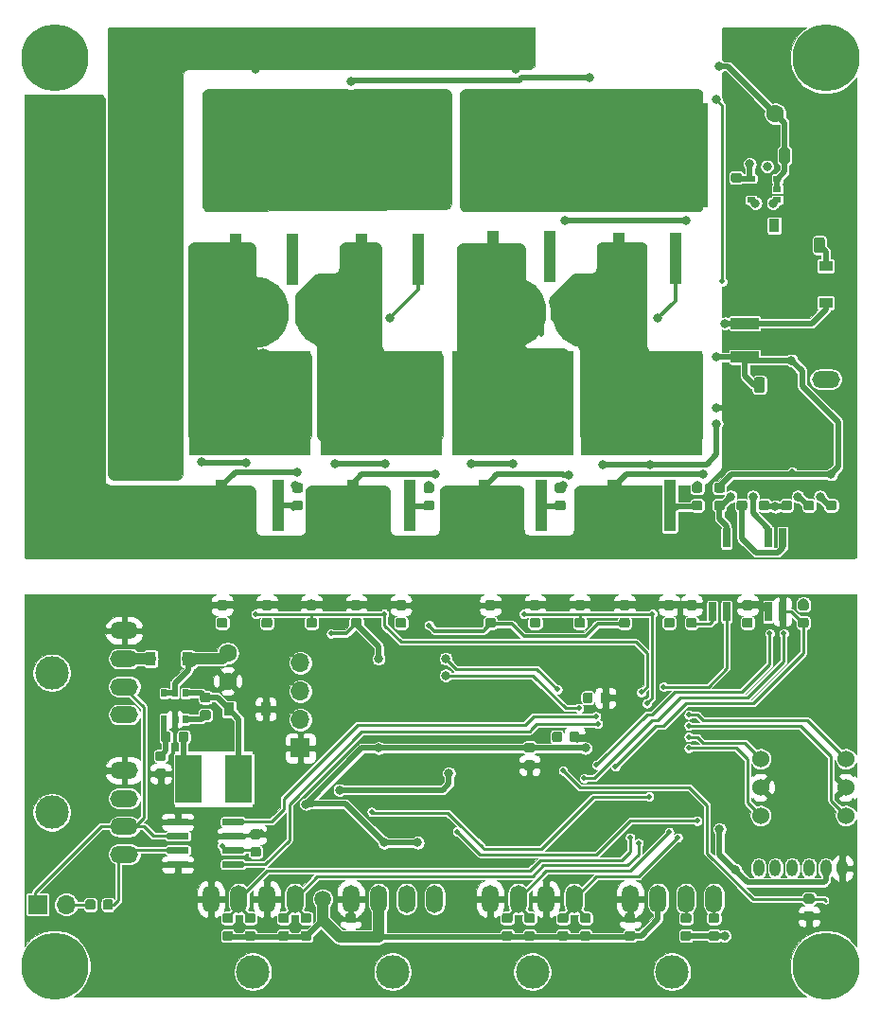
<source format=gbr>
G04 #@! TF.GenerationSoftware,KiCad,Pcbnew,(5.1.4)-1*
G04 #@! TF.CreationDate,2019-11-11T11:03:14+09:00*
G04 #@! TF.ProjectId,CanDCMD_ver1.1,43616e44-434d-4445-9f76-6572312e312e,rev?*
G04 #@! TF.SameCoordinates,Original*
G04 #@! TF.FileFunction,Copper,L2,Bot*
G04 #@! TF.FilePolarity,Positive*
%FSLAX46Y46*%
G04 Gerber Fmt 4.6, Leading zero omitted, Abs format (unit mm)*
G04 Created by KiCad (PCBNEW (5.1.4)-1) date 2019-11-11 11:03:14*
%MOMM*%
%LPD*%
G04 APERTURE LIST*
%ADD10C,1.600000*%
%ADD11R,2.400000X4.200000*%
%ADD12C,3.000000*%
%ADD13O,2.500000X1.500000*%
%ADD14C,1.524000*%
%ADD15C,0.100000*%
%ADD16C,0.875000*%
%ADD17R,1.100000X4.600000*%
%ADD18R,10.800000X9.400000*%
%ADD19R,0.650000X1.700000*%
%ADD20C,1.350000*%
%ADD21C,0.600000*%
%ADD22O,1.500000X2.500000*%
%ADD23C,6.500000*%
%ADD24R,1.700000X1.700000*%
%ADD25O,1.700000X1.700000*%
%ADD26O,1.000000X1.524000*%
%ADD27R,0.900000X1.200000*%
%ADD28R,0.510000X0.700000*%
%ADD29R,2.500000X1.000000*%
%ADD30R,4.000000X2.000000*%
%ADD31C,0.750000*%
%ADD32C,0.975000*%
%ADD33R,0.700000X0.510000*%
%ADD34R,1.200000X0.900000*%
%ADD35C,6.000000*%
%ADD36C,0.800000*%
%ADD37C,0.500000*%
%ADD38C,1.500000*%
%ADD39C,0.500000*%
%ADD40C,0.250000*%
%ADD41C,0.300000*%
%ADD42C,1.000000*%
%ADD43C,0.026000*%
G04 APERTURE END LIST*
D10*
X155500000Y-68750000D03*
X153000000Y-68750000D03*
D11*
X107500000Y-128250000D03*
X103000000Y-128250000D03*
D12*
X90750000Y-131250000D03*
D13*
X97250000Y-135000000D03*
X97250000Y-132500000D03*
X97250000Y-130000000D03*
X97250000Y-127500000D03*
D14*
X161810000Y-131540000D03*
X161810000Y-129000000D03*
X161810000Y-126460000D03*
X154190000Y-126460000D03*
X154190000Y-129000000D03*
X154190000Y-131540000D03*
D15*
G36*
X117777691Y-140276053D02*
G01*
X117798926Y-140279203D01*
X117819750Y-140284419D01*
X117839962Y-140291651D01*
X117859368Y-140300830D01*
X117877781Y-140311866D01*
X117895024Y-140324654D01*
X117910930Y-140339070D01*
X117925346Y-140354976D01*
X117938134Y-140372219D01*
X117949170Y-140390632D01*
X117958349Y-140410038D01*
X117965581Y-140430250D01*
X117970797Y-140451074D01*
X117973947Y-140472309D01*
X117975000Y-140493750D01*
X117975000Y-140931250D01*
X117973947Y-140952691D01*
X117970797Y-140973926D01*
X117965581Y-140994750D01*
X117958349Y-141014962D01*
X117949170Y-141034368D01*
X117938134Y-141052781D01*
X117925346Y-141070024D01*
X117910930Y-141085930D01*
X117895024Y-141100346D01*
X117877781Y-141113134D01*
X117859368Y-141124170D01*
X117839962Y-141133349D01*
X117819750Y-141140581D01*
X117798926Y-141145797D01*
X117777691Y-141148947D01*
X117756250Y-141150000D01*
X117243750Y-141150000D01*
X117222309Y-141148947D01*
X117201074Y-141145797D01*
X117180250Y-141140581D01*
X117160038Y-141133349D01*
X117140632Y-141124170D01*
X117122219Y-141113134D01*
X117104976Y-141100346D01*
X117089070Y-141085930D01*
X117074654Y-141070024D01*
X117061866Y-141052781D01*
X117050830Y-141034368D01*
X117041651Y-141014962D01*
X117034419Y-140994750D01*
X117029203Y-140973926D01*
X117026053Y-140952691D01*
X117025000Y-140931250D01*
X117025000Y-140493750D01*
X117026053Y-140472309D01*
X117029203Y-140451074D01*
X117034419Y-140430250D01*
X117041651Y-140410038D01*
X117050830Y-140390632D01*
X117061866Y-140372219D01*
X117074654Y-140354976D01*
X117089070Y-140339070D01*
X117104976Y-140324654D01*
X117122219Y-140311866D01*
X117140632Y-140300830D01*
X117160038Y-140291651D01*
X117180250Y-140284419D01*
X117201074Y-140279203D01*
X117222309Y-140276053D01*
X117243750Y-140275000D01*
X117756250Y-140275000D01*
X117777691Y-140276053D01*
X117777691Y-140276053D01*
G37*
D16*
X117500000Y-140712500D03*
D15*
G36*
X117777691Y-141851053D02*
G01*
X117798926Y-141854203D01*
X117819750Y-141859419D01*
X117839962Y-141866651D01*
X117859368Y-141875830D01*
X117877781Y-141886866D01*
X117895024Y-141899654D01*
X117910930Y-141914070D01*
X117925346Y-141929976D01*
X117938134Y-141947219D01*
X117949170Y-141965632D01*
X117958349Y-141985038D01*
X117965581Y-142005250D01*
X117970797Y-142026074D01*
X117973947Y-142047309D01*
X117975000Y-142068750D01*
X117975000Y-142506250D01*
X117973947Y-142527691D01*
X117970797Y-142548926D01*
X117965581Y-142569750D01*
X117958349Y-142589962D01*
X117949170Y-142609368D01*
X117938134Y-142627781D01*
X117925346Y-142645024D01*
X117910930Y-142660930D01*
X117895024Y-142675346D01*
X117877781Y-142688134D01*
X117859368Y-142699170D01*
X117839962Y-142708349D01*
X117819750Y-142715581D01*
X117798926Y-142720797D01*
X117777691Y-142723947D01*
X117756250Y-142725000D01*
X117243750Y-142725000D01*
X117222309Y-142723947D01*
X117201074Y-142720797D01*
X117180250Y-142715581D01*
X117160038Y-142708349D01*
X117140632Y-142699170D01*
X117122219Y-142688134D01*
X117104976Y-142675346D01*
X117089070Y-142660930D01*
X117074654Y-142645024D01*
X117061866Y-142627781D01*
X117050830Y-142609368D01*
X117041651Y-142589962D01*
X117034419Y-142569750D01*
X117029203Y-142548926D01*
X117026053Y-142527691D01*
X117025000Y-142506250D01*
X117025000Y-142068750D01*
X117026053Y-142047309D01*
X117029203Y-142026074D01*
X117034419Y-142005250D01*
X117041651Y-141985038D01*
X117050830Y-141965632D01*
X117061866Y-141947219D01*
X117074654Y-141929976D01*
X117089070Y-141914070D01*
X117104976Y-141899654D01*
X117122219Y-141886866D01*
X117140632Y-141875830D01*
X117160038Y-141866651D01*
X117180250Y-141859419D01*
X117201074Y-141854203D01*
X117222309Y-141851053D01*
X117243750Y-141850000D01*
X117756250Y-141850000D01*
X117777691Y-141851053D01*
X117777691Y-141851053D01*
G37*
D16*
X117500000Y-142287500D03*
D15*
G36*
X118277691Y-113851053D02*
G01*
X118298926Y-113854203D01*
X118319750Y-113859419D01*
X118339962Y-113866651D01*
X118359368Y-113875830D01*
X118377781Y-113886866D01*
X118395024Y-113899654D01*
X118410930Y-113914070D01*
X118425346Y-113929976D01*
X118438134Y-113947219D01*
X118449170Y-113965632D01*
X118458349Y-113985038D01*
X118465581Y-114005250D01*
X118470797Y-114026074D01*
X118473947Y-114047309D01*
X118475000Y-114068750D01*
X118475000Y-114506250D01*
X118473947Y-114527691D01*
X118470797Y-114548926D01*
X118465581Y-114569750D01*
X118458349Y-114589962D01*
X118449170Y-114609368D01*
X118438134Y-114627781D01*
X118425346Y-114645024D01*
X118410930Y-114660930D01*
X118395024Y-114675346D01*
X118377781Y-114688134D01*
X118359368Y-114699170D01*
X118339962Y-114708349D01*
X118319750Y-114715581D01*
X118298926Y-114720797D01*
X118277691Y-114723947D01*
X118256250Y-114725000D01*
X117743750Y-114725000D01*
X117722309Y-114723947D01*
X117701074Y-114720797D01*
X117680250Y-114715581D01*
X117660038Y-114708349D01*
X117640632Y-114699170D01*
X117622219Y-114688134D01*
X117604976Y-114675346D01*
X117589070Y-114660930D01*
X117574654Y-114645024D01*
X117561866Y-114627781D01*
X117550830Y-114609368D01*
X117541651Y-114589962D01*
X117534419Y-114569750D01*
X117529203Y-114548926D01*
X117526053Y-114527691D01*
X117525000Y-114506250D01*
X117525000Y-114068750D01*
X117526053Y-114047309D01*
X117529203Y-114026074D01*
X117534419Y-114005250D01*
X117541651Y-113985038D01*
X117550830Y-113965632D01*
X117561866Y-113947219D01*
X117574654Y-113929976D01*
X117589070Y-113914070D01*
X117604976Y-113899654D01*
X117622219Y-113886866D01*
X117640632Y-113875830D01*
X117660038Y-113866651D01*
X117680250Y-113859419D01*
X117701074Y-113854203D01*
X117722309Y-113851053D01*
X117743750Y-113850000D01*
X118256250Y-113850000D01*
X118277691Y-113851053D01*
X118277691Y-113851053D01*
G37*
D16*
X118000000Y-114287500D03*
D15*
G36*
X118277691Y-112276053D02*
G01*
X118298926Y-112279203D01*
X118319750Y-112284419D01*
X118339962Y-112291651D01*
X118359368Y-112300830D01*
X118377781Y-112311866D01*
X118395024Y-112324654D01*
X118410930Y-112339070D01*
X118425346Y-112354976D01*
X118438134Y-112372219D01*
X118449170Y-112390632D01*
X118458349Y-112410038D01*
X118465581Y-112430250D01*
X118470797Y-112451074D01*
X118473947Y-112472309D01*
X118475000Y-112493750D01*
X118475000Y-112931250D01*
X118473947Y-112952691D01*
X118470797Y-112973926D01*
X118465581Y-112994750D01*
X118458349Y-113014962D01*
X118449170Y-113034368D01*
X118438134Y-113052781D01*
X118425346Y-113070024D01*
X118410930Y-113085930D01*
X118395024Y-113100346D01*
X118377781Y-113113134D01*
X118359368Y-113124170D01*
X118339962Y-113133349D01*
X118319750Y-113140581D01*
X118298926Y-113145797D01*
X118277691Y-113148947D01*
X118256250Y-113150000D01*
X117743750Y-113150000D01*
X117722309Y-113148947D01*
X117701074Y-113145797D01*
X117680250Y-113140581D01*
X117660038Y-113133349D01*
X117640632Y-113124170D01*
X117622219Y-113113134D01*
X117604976Y-113100346D01*
X117589070Y-113085930D01*
X117574654Y-113070024D01*
X117561866Y-113052781D01*
X117550830Y-113034368D01*
X117541651Y-113014962D01*
X117534419Y-112994750D01*
X117529203Y-112973926D01*
X117526053Y-112952691D01*
X117525000Y-112931250D01*
X117525000Y-112493750D01*
X117526053Y-112472309D01*
X117529203Y-112451074D01*
X117534419Y-112430250D01*
X117541651Y-112410038D01*
X117550830Y-112390632D01*
X117561866Y-112372219D01*
X117574654Y-112354976D01*
X117589070Y-112339070D01*
X117604976Y-112324654D01*
X117622219Y-112311866D01*
X117640632Y-112300830D01*
X117660038Y-112291651D01*
X117680250Y-112284419D01*
X117701074Y-112279203D01*
X117722309Y-112276053D01*
X117743750Y-112275000D01*
X118256250Y-112275000D01*
X118277691Y-112276053D01*
X118277691Y-112276053D01*
G37*
D16*
X118000000Y-112712500D03*
D15*
G36*
X106277691Y-112276053D02*
G01*
X106298926Y-112279203D01*
X106319750Y-112284419D01*
X106339962Y-112291651D01*
X106359368Y-112300830D01*
X106377781Y-112311866D01*
X106395024Y-112324654D01*
X106410930Y-112339070D01*
X106425346Y-112354976D01*
X106438134Y-112372219D01*
X106449170Y-112390632D01*
X106458349Y-112410038D01*
X106465581Y-112430250D01*
X106470797Y-112451074D01*
X106473947Y-112472309D01*
X106475000Y-112493750D01*
X106475000Y-112931250D01*
X106473947Y-112952691D01*
X106470797Y-112973926D01*
X106465581Y-112994750D01*
X106458349Y-113014962D01*
X106449170Y-113034368D01*
X106438134Y-113052781D01*
X106425346Y-113070024D01*
X106410930Y-113085930D01*
X106395024Y-113100346D01*
X106377781Y-113113134D01*
X106359368Y-113124170D01*
X106339962Y-113133349D01*
X106319750Y-113140581D01*
X106298926Y-113145797D01*
X106277691Y-113148947D01*
X106256250Y-113150000D01*
X105743750Y-113150000D01*
X105722309Y-113148947D01*
X105701074Y-113145797D01*
X105680250Y-113140581D01*
X105660038Y-113133349D01*
X105640632Y-113124170D01*
X105622219Y-113113134D01*
X105604976Y-113100346D01*
X105589070Y-113085930D01*
X105574654Y-113070024D01*
X105561866Y-113052781D01*
X105550830Y-113034368D01*
X105541651Y-113014962D01*
X105534419Y-112994750D01*
X105529203Y-112973926D01*
X105526053Y-112952691D01*
X105525000Y-112931250D01*
X105525000Y-112493750D01*
X105526053Y-112472309D01*
X105529203Y-112451074D01*
X105534419Y-112430250D01*
X105541651Y-112410038D01*
X105550830Y-112390632D01*
X105561866Y-112372219D01*
X105574654Y-112354976D01*
X105589070Y-112339070D01*
X105604976Y-112324654D01*
X105622219Y-112311866D01*
X105640632Y-112300830D01*
X105660038Y-112291651D01*
X105680250Y-112284419D01*
X105701074Y-112279203D01*
X105722309Y-112276053D01*
X105743750Y-112275000D01*
X106256250Y-112275000D01*
X106277691Y-112276053D01*
X106277691Y-112276053D01*
G37*
D16*
X106000000Y-112712500D03*
D15*
G36*
X106277691Y-113851053D02*
G01*
X106298926Y-113854203D01*
X106319750Y-113859419D01*
X106339962Y-113866651D01*
X106359368Y-113875830D01*
X106377781Y-113886866D01*
X106395024Y-113899654D01*
X106410930Y-113914070D01*
X106425346Y-113929976D01*
X106438134Y-113947219D01*
X106449170Y-113965632D01*
X106458349Y-113985038D01*
X106465581Y-114005250D01*
X106470797Y-114026074D01*
X106473947Y-114047309D01*
X106475000Y-114068750D01*
X106475000Y-114506250D01*
X106473947Y-114527691D01*
X106470797Y-114548926D01*
X106465581Y-114569750D01*
X106458349Y-114589962D01*
X106449170Y-114609368D01*
X106438134Y-114627781D01*
X106425346Y-114645024D01*
X106410930Y-114660930D01*
X106395024Y-114675346D01*
X106377781Y-114688134D01*
X106359368Y-114699170D01*
X106339962Y-114708349D01*
X106319750Y-114715581D01*
X106298926Y-114720797D01*
X106277691Y-114723947D01*
X106256250Y-114725000D01*
X105743750Y-114725000D01*
X105722309Y-114723947D01*
X105701074Y-114720797D01*
X105680250Y-114715581D01*
X105660038Y-114708349D01*
X105640632Y-114699170D01*
X105622219Y-114688134D01*
X105604976Y-114675346D01*
X105589070Y-114660930D01*
X105574654Y-114645024D01*
X105561866Y-114627781D01*
X105550830Y-114609368D01*
X105541651Y-114589962D01*
X105534419Y-114569750D01*
X105529203Y-114548926D01*
X105526053Y-114527691D01*
X105525000Y-114506250D01*
X105525000Y-114068750D01*
X105526053Y-114047309D01*
X105529203Y-114026074D01*
X105534419Y-114005250D01*
X105541651Y-113985038D01*
X105550830Y-113965632D01*
X105561866Y-113947219D01*
X105574654Y-113929976D01*
X105589070Y-113914070D01*
X105604976Y-113899654D01*
X105622219Y-113886866D01*
X105640632Y-113875830D01*
X105660038Y-113866651D01*
X105680250Y-113859419D01*
X105701074Y-113854203D01*
X105722309Y-113851053D01*
X105743750Y-113850000D01*
X106256250Y-113850000D01*
X106277691Y-113851053D01*
X106277691Y-113851053D01*
G37*
D16*
X106000000Y-114287500D03*
D15*
G36*
X138952691Y-120526053D02*
G01*
X138973926Y-120529203D01*
X138994750Y-120534419D01*
X139014962Y-120541651D01*
X139034368Y-120550830D01*
X139052781Y-120561866D01*
X139070024Y-120574654D01*
X139085930Y-120589070D01*
X139100346Y-120604976D01*
X139113134Y-120622219D01*
X139124170Y-120640632D01*
X139133349Y-120660038D01*
X139140581Y-120680250D01*
X139145797Y-120701074D01*
X139148947Y-120722309D01*
X139150000Y-120743750D01*
X139150000Y-121256250D01*
X139148947Y-121277691D01*
X139145797Y-121298926D01*
X139140581Y-121319750D01*
X139133349Y-121339962D01*
X139124170Y-121359368D01*
X139113134Y-121377781D01*
X139100346Y-121395024D01*
X139085930Y-121410930D01*
X139070024Y-121425346D01*
X139052781Y-121438134D01*
X139034368Y-121449170D01*
X139014962Y-121458349D01*
X138994750Y-121465581D01*
X138973926Y-121470797D01*
X138952691Y-121473947D01*
X138931250Y-121475000D01*
X138493750Y-121475000D01*
X138472309Y-121473947D01*
X138451074Y-121470797D01*
X138430250Y-121465581D01*
X138410038Y-121458349D01*
X138390632Y-121449170D01*
X138372219Y-121438134D01*
X138354976Y-121425346D01*
X138339070Y-121410930D01*
X138324654Y-121395024D01*
X138311866Y-121377781D01*
X138300830Y-121359368D01*
X138291651Y-121339962D01*
X138284419Y-121319750D01*
X138279203Y-121298926D01*
X138276053Y-121277691D01*
X138275000Y-121256250D01*
X138275000Y-120743750D01*
X138276053Y-120722309D01*
X138279203Y-120701074D01*
X138284419Y-120680250D01*
X138291651Y-120660038D01*
X138300830Y-120640632D01*
X138311866Y-120622219D01*
X138324654Y-120604976D01*
X138339070Y-120589070D01*
X138354976Y-120574654D01*
X138372219Y-120561866D01*
X138390632Y-120550830D01*
X138410038Y-120541651D01*
X138430250Y-120534419D01*
X138451074Y-120529203D01*
X138472309Y-120526053D01*
X138493750Y-120525000D01*
X138931250Y-120525000D01*
X138952691Y-120526053D01*
X138952691Y-120526053D01*
G37*
D16*
X138712500Y-121000000D03*
D15*
G36*
X140527691Y-120526053D02*
G01*
X140548926Y-120529203D01*
X140569750Y-120534419D01*
X140589962Y-120541651D01*
X140609368Y-120550830D01*
X140627781Y-120561866D01*
X140645024Y-120574654D01*
X140660930Y-120589070D01*
X140675346Y-120604976D01*
X140688134Y-120622219D01*
X140699170Y-120640632D01*
X140708349Y-120660038D01*
X140715581Y-120680250D01*
X140720797Y-120701074D01*
X140723947Y-120722309D01*
X140725000Y-120743750D01*
X140725000Y-121256250D01*
X140723947Y-121277691D01*
X140720797Y-121298926D01*
X140715581Y-121319750D01*
X140708349Y-121339962D01*
X140699170Y-121359368D01*
X140688134Y-121377781D01*
X140675346Y-121395024D01*
X140660930Y-121410930D01*
X140645024Y-121425346D01*
X140627781Y-121438134D01*
X140609368Y-121449170D01*
X140589962Y-121458349D01*
X140569750Y-121465581D01*
X140548926Y-121470797D01*
X140527691Y-121473947D01*
X140506250Y-121475000D01*
X140068750Y-121475000D01*
X140047309Y-121473947D01*
X140026074Y-121470797D01*
X140005250Y-121465581D01*
X139985038Y-121458349D01*
X139965632Y-121449170D01*
X139947219Y-121438134D01*
X139929976Y-121425346D01*
X139914070Y-121410930D01*
X139899654Y-121395024D01*
X139886866Y-121377781D01*
X139875830Y-121359368D01*
X139866651Y-121339962D01*
X139859419Y-121319750D01*
X139854203Y-121298926D01*
X139851053Y-121277691D01*
X139850000Y-121256250D01*
X139850000Y-120743750D01*
X139851053Y-120722309D01*
X139854203Y-120701074D01*
X139859419Y-120680250D01*
X139866651Y-120660038D01*
X139875830Y-120640632D01*
X139886866Y-120622219D01*
X139899654Y-120604976D01*
X139914070Y-120589070D01*
X139929976Y-120574654D01*
X139947219Y-120561866D01*
X139965632Y-120550830D01*
X139985038Y-120541651D01*
X140005250Y-120534419D01*
X140026074Y-120529203D01*
X140047309Y-120526053D01*
X140068750Y-120525000D01*
X140506250Y-120525000D01*
X140527691Y-120526053D01*
X140527691Y-120526053D01*
G37*
D16*
X140287500Y-121000000D03*
D15*
G36*
X133777691Y-126601053D02*
G01*
X133798926Y-126604203D01*
X133819750Y-126609419D01*
X133839962Y-126616651D01*
X133859368Y-126625830D01*
X133877781Y-126636866D01*
X133895024Y-126649654D01*
X133910930Y-126664070D01*
X133925346Y-126679976D01*
X133938134Y-126697219D01*
X133949170Y-126715632D01*
X133958349Y-126735038D01*
X133965581Y-126755250D01*
X133970797Y-126776074D01*
X133973947Y-126797309D01*
X133975000Y-126818750D01*
X133975000Y-127256250D01*
X133973947Y-127277691D01*
X133970797Y-127298926D01*
X133965581Y-127319750D01*
X133958349Y-127339962D01*
X133949170Y-127359368D01*
X133938134Y-127377781D01*
X133925346Y-127395024D01*
X133910930Y-127410930D01*
X133895024Y-127425346D01*
X133877781Y-127438134D01*
X133859368Y-127449170D01*
X133839962Y-127458349D01*
X133819750Y-127465581D01*
X133798926Y-127470797D01*
X133777691Y-127473947D01*
X133756250Y-127475000D01*
X133243750Y-127475000D01*
X133222309Y-127473947D01*
X133201074Y-127470797D01*
X133180250Y-127465581D01*
X133160038Y-127458349D01*
X133140632Y-127449170D01*
X133122219Y-127438134D01*
X133104976Y-127425346D01*
X133089070Y-127410930D01*
X133074654Y-127395024D01*
X133061866Y-127377781D01*
X133050830Y-127359368D01*
X133041651Y-127339962D01*
X133034419Y-127319750D01*
X133029203Y-127298926D01*
X133026053Y-127277691D01*
X133025000Y-127256250D01*
X133025000Y-126818750D01*
X133026053Y-126797309D01*
X133029203Y-126776074D01*
X133034419Y-126755250D01*
X133041651Y-126735038D01*
X133050830Y-126715632D01*
X133061866Y-126697219D01*
X133074654Y-126679976D01*
X133089070Y-126664070D01*
X133104976Y-126649654D01*
X133122219Y-126636866D01*
X133140632Y-126625830D01*
X133160038Y-126616651D01*
X133180250Y-126609419D01*
X133201074Y-126604203D01*
X133222309Y-126601053D01*
X133243750Y-126600000D01*
X133756250Y-126600000D01*
X133777691Y-126601053D01*
X133777691Y-126601053D01*
G37*
D16*
X133500000Y-127037500D03*
D15*
G36*
X133777691Y-125026053D02*
G01*
X133798926Y-125029203D01*
X133819750Y-125034419D01*
X133839962Y-125041651D01*
X133859368Y-125050830D01*
X133877781Y-125061866D01*
X133895024Y-125074654D01*
X133910930Y-125089070D01*
X133925346Y-125104976D01*
X133938134Y-125122219D01*
X133949170Y-125140632D01*
X133958349Y-125160038D01*
X133965581Y-125180250D01*
X133970797Y-125201074D01*
X133973947Y-125222309D01*
X133975000Y-125243750D01*
X133975000Y-125681250D01*
X133973947Y-125702691D01*
X133970797Y-125723926D01*
X133965581Y-125744750D01*
X133958349Y-125764962D01*
X133949170Y-125784368D01*
X133938134Y-125802781D01*
X133925346Y-125820024D01*
X133910930Y-125835930D01*
X133895024Y-125850346D01*
X133877781Y-125863134D01*
X133859368Y-125874170D01*
X133839962Y-125883349D01*
X133819750Y-125890581D01*
X133798926Y-125895797D01*
X133777691Y-125898947D01*
X133756250Y-125900000D01*
X133243750Y-125900000D01*
X133222309Y-125898947D01*
X133201074Y-125895797D01*
X133180250Y-125890581D01*
X133160038Y-125883349D01*
X133140632Y-125874170D01*
X133122219Y-125863134D01*
X133104976Y-125850346D01*
X133089070Y-125835930D01*
X133074654Y-125820024D01*
X133061866Y-125802781D01*
X133050830Y-125784368D01*
X133041651Y-125764962D01*
X133034419Y-125744750D01*
X133029203Y-125723926D01*
X133026053Y-125702691D01*
X133025000Y-125681250D01*
X133025000Y-125243750D01*
X133026053Y-125222309D01*
X133029203Y-125201074D01*
X133034419Y-125180250D01*
X133041651Y-125160038D01*
X133050830Y-125140632D01*
X133061866Y-125122219D01*
X133074654Y-125104976D01*
X133089070Y-125089070D01*
X133104976Y-125074654D01*
X133122219Y-125061866D01*
X133140632Y-125050830D01*
X133160038Y-125041651D01*
X133180250Y-125034419D01*
X133201074Y-125029203D01*
X133222309Y-125026053D01*
X133243750Y-125025000D01*
X133756250Y-125025000D01*
X133777691Y-125026053D01*
X133777691Y-125026053D01*
G37*
D16*
X133500000Y-125462500D03*
D15*
G36*
X142777691Y-141851053D02*
G01*
X142798926Y-141854203D01*
X142819750Y-141859419D01*
X142839962Y-141866651D01*
X142859368Y-141875830D01*
X142877781Y-141886866D01*
X142895024Y-141899654D01*
X142910930Y-141914070D01*
X142925346Y-141929976D01*
X142938134Y-141947219D01*
X142949170Y-141965632D01*
X142958349Y-141985038D01*
X142965581Y-142005250D01*
X142970797Y-142026074D01*
X142973947Y-142047309D01*
X142975000Y-142068750D01*
X142975000Y-142506250D01*
X142973947Y-142527691D01*
X142970797Y-142548926D01*
X142965581Y-142569750D01*
X142958349Y-142589962D01*
X142949170Y-142609368D01*
X142938134Y-142627781D01*
X142925346Y-142645024D01*
X142910930Y-142660930D01*
X142895024Y-142675346D01*
X142877781Y-142688134D01*
X142859368Y-142699170D01*
X142839962Y-142708349D01*
X142819750Y-142715581D01*
X142798926Y-142720797D01*
X142777691Y-142723947D01*
X142756250Y-142725000D01*
X142243750Y-142725000D01*
X142222309Y-142723947D01*
X142201074Y-142720797D01*
X142180250Y-142715581D01*
X142160038Y-142708349D01*
X142140632Y-142699170D01*
X142122219Y-142688134D01*
X142104976Y-142675346D01*
X142089070Y-142660930D01*
X142074654Y-142645024D01*
X142061866Y-142627781D01*
X142050830Y-142609368D01*
X142041651Y-142589962D01*
X142034419Y-142569750D01*
X142029203Y-142548926D01*
X142026053Y-142527691D01*
X142025000Y-142506250D01*
X142025000Y-142068750D01*
X142026053Y-142047309D01*
X142029203Y-142026074D01*
X142034419Y-142005250D01*
X142041651Y-141985038D01*
X142050830Y-141965632D01*
X142061866Y-141947219D01*
X142074654Y-141929976D01*
X142089070Y-141914070D01*
X142104976Y-141899654D01*
X142122219Y-141886866D01*
X142140632Y-141875830D01*
X142160038Y-141866651D01*
X142180250Y-141859419D01*
X142201074Y-141854203D01*
X142222309Y-141851053D01*
X142243750Y-141850000D01*
X142756250Y-141850000D01*
X142777691Y-141851053D01*
X142777691Y-141851053D01*
G37*
D16*
X142500000Y-142287500D03*
D15*
G36*
X142777691Y-140276053D02*
G01*
X142798926Y-140279203D01*
X142819750Y-140284419D01*
X142839962Y-140291651D01*
X142859368Y-140300830D01*
X142877781Y-140311866D01*
X142895024Y-140324654D01*
X142910930Y-140339070D01*
X142925346Y-140354976D01*
X142938134Y-140372219D01*
X142949170Y-140390632D01*
X142958349Y-140410038D01*
X142965581Y-140430250D01*
X142970797Y-140451074D01*
X142973947Y-140472309D01*
X142975000Y-140493750D01*
X142975000Y-140931250D01*
X142973947Y-140952691D01*
X142970797Y-140973926D01*
X142965581Y-140994750D01*
X142958349Y-141014962D01*
X142949170Y-141034368D01*
X142938134Y-141052781D01*
X142925346Y-141070024D01*
X142910930Y-141085930D01*
X142895024Y-141100346D01*
X142877781Y-141113134D01*
X142859368Y-141124170D01*
X142839962Y-141133349D01*
X142819750Y-141140581D01*
X142798926Y-141145797D01*
X142777691Y-141148947D01*
X142756250Y-141150000D01*
X142243750Y-141150000D01*
X142222309Y-141148947D01*
X142201074Y-141145797D01*
X142180250Y-141140581D01*
X142160038Y-141133349D01*
X142140632Y-141124170D01*
X142122219Y-141113134D01*
X142104976Y-141100346D01*
X142089070Y-141085930D01*
X142074654Y-141070024D01*
X142061866Y-141052781D01*
X142050830Y-141034368D01*
X142041651Y-141014962D01*
X142034419Y-140994750D01*
X142029203Y-140973926D01*
X142026053Y-140952691D01*
X142025000Y-140931250D01*
X142025000Y-140493750D01*
X142026053Y-140472309D01*
X142029203Y-140451074D01*
X142034419Y-140430250D01*
X142041651Y-140410038D01*
X142050830Y-140390632D01*
X142061866Y-140372219D01*
X142074654Y-140354976D01*
X142089070Y-140339070D01*
X142104976Y-140324654D01*
X142122219Y-140311866D01*
X142140632Y-140300830D01*
X142160038Y-140291651D01*
X142180250Y-140284419D01*
X142201074Y-140279203D01*
X142222309Y-140276053D01*
X142243750Y-140275000D01*
X142756250Y-140275000D01*
X142777691Y-140276053D01*
X142777691Y-140276053D01*
G37*
D16*
X142500000Y-140712500D03*
D15*
G36*
X142277691Y-113851053D02*
G01*
X142298926Y-113854203D01*
X142319750Y-113859419D01*
X142339962Y-113866651D01*
X142359368Y-113875830D01*
X142377781Y-113886866D01*
X142395024Y-113899654D01*
X142410930Y-113914070D01*
X142425346Y-113929976D01*
X142438134Y-113947219D01*
X142449170Y-113965632D01*
X142458349Y-113985038D01*
X142465581Y-114005250D01*
X142470797Y-114026074D01*
X142473947Y-114047309D01*
X142475000Y-114068750D01*
X142475000Y-114506250D01*
X142473947Y-114527691D01*
X142470797Y-114548926D01*
X142465581Y-114569750D01*
X142458349Y-114589962D01*
X142449170Y-114609368D01*
X142438134Y-114627781D01*
X142425346Y-114645024D01*
X142410930Y-114660930D01*
X142395024Y-114675346D01*
X142377781Y-114688134D01*
X142359368Y-114699170D01*
X142339962Y-114708349D01*
X142319750Y-114715581D01*
X142298926Y-114720797D01*
X142277691Y-114723947D01*
X142256250Y-114725000D01*
X141743750Y-114725000D01*
X141722309Y-114723947D01*
X141701074Y-114720797D01*
X141680250Y-114715581D01*
X141660038Y-114708349D01*
X141640632Y-114699170D01*
X141622219Y-114688134D01*
X141604976Y-114675346D01*
X141589070Y-114660930D01*
X141574654Y-114645024D01*
X141561866Y-114627781D01*
X141550830Y-114609368D01*
X141541651Y-114589962D01*
X141534419Y-114569750D01*
X141529203Y-114548926D01*
X141526053Y-114527691D01*
X141525000Y-114506250D01*
X141525000Y-114068750D01*
X141526053Y-114047309D01*
X141529203Y-114026074D01*
X141534419Y-114005250D01*
X141541651Y-113985038D01*
X141550830Y-113965632D01*
X141561866Y-113947219D01*
X141574654Y-113929976D01*
X141589070Y-113914070D01*
X141604976Y-113899654D01*
X141622219Y-113886866D01*
X141640632Y-113875830D01*
X141660038Y-113866651D01*
X141680250Y-113859419D01*
X141701074Y-113854203D01*
X141722309Y-113851053D01*
X141743750Y-113850000D01*
X142256250Y-113850000D01*
X142277691Y-113851053D01*
X142277691Y-113851053D01*
G37*
D16*
X142000000Y-114287500D03*
D15*
G36*
X142277691Y-112276053D02*
G01*
X142298926Y-112279203D01*
X142319750Y-112284419D01*
X142339962Y-112291651D01*
X142359368Y-112300830D01*
X142377781Y-112311866D01*
X142395024Y-112324654D01*
X142410930Y-112339070D01*
X142425346Y-112354976D01*
X142438134Y-112372219D01*
X142449170Y-112390632D01*
X142458349Y-112410038D01*
X142465581Y-112430250D01*
X142470797Y-112451074D01*
X142473947Y-112472309D01*
X142475000Y-112493750D01*
X142475000Y-112931250D01*
X142473947Y-112952691D01*
X142470797Y-112973926D01*
X142465581Y-112994750D01*
X142458349Y-113014962D01*
X142449170Y-113034368D01*
X142438134Y-113052781D01*
X142425346Y-113070024D01*
X142410930Y-113085930D01*
X142395024Y-113100346D01*
X142377781Y-113113134D01*
X142359368Y-113124170D01*
X142339962Y-113133349D01*
X142319750Y-113140581D01*
X142298926Y-113145797D01*
X142277691Y-113148947D01*
X142256250Y-113150000D01*
X141743750Y-113150000D01*
X141722309Y-113148947D01*
X141701074Y-113145797D01*
X141680250Y-113140581D01*
X141660038Y-113133349D01*
X141640632Y-113124170D01*
X141622219Y-113113134D01*
X141604976Y-113100346D01*
X141589070Y-113085930D01*
X141574654Y-113070024D01*
X141561866Y-113052781D01*
X141550830Y-113034368D01*
X141541651Y-113014962D01*
X141534419Y-112994750D01*
X141529203Y-112973926D01*
X141526053Y-112952691D01*
X141525000Y-112931250D01*
X141525000Y-112493750D01*
X141526053Y-112472309D01*
X141529203Y-112451074D01*
X141534419Y-112430250D01*
X141541651Y-112410038D01*
X141550830Y-112390632D01*
X141561866Y-112372219D01*
X141574654Y-112354976D01*
X141589070Y-112339070D01*
X141604976Y-112324654D01*
X141622219Y-112311866D01*
X141640632Y-112300830D01*
X141660038Y-112291651D01*
X141680250Y-112284419D01*
X141701074Y-112279203D01*
X141722309Y-112276053D01*
X141743750Y-112275000D01*
X142256250Y-112275000D01*
X142277691Y-112276053D01*
X142277691Y-112276053D01*
G37*
D16*
X142000000Y-112712500D03*
D15*
G36*
X130277691Y-112276053D02*
G01*
X130298926Y-112279203D01*
X130319750Y-112284419D01*
X130339962Y-112291651D01*
X130359368Y-112300830D01*
X130377781Y-112311866D01*
X130395024Y-112324654D01*
X130410930Y-112339070D01*
X130425346Y-112354976D01*
X130438134Y-112372219D01*
X130449170Y-112390632D01*
X130458349Y-112410038D01*
X130465581Y-112430250D01*
X130470797Y-112451074D01*
X130473947Y-112472309D01*
X130475000Y-112493750D01*
X130475000Y-112931250D01*
X130473947Y-112952691D01*
X130470797Y-112973926D01*
X130465581Y-112994750D01*
X130458349Y-113014962D01*
X130449170Y-113034368D01*
X130438134Y-113052781D01*
X130425346Y-113070024D01*
X130410930Y-113085930D01*
X130395024Y-113100346D01*
X130377781Y-113113134D01*
X130359368Y-113124170D01*
X130339962Y-113133349D01*
X130319750Y-113140581D01*
X130298926Y-113145797D01*
X130277691Y-113148947D01*
X130256250Y-113150000D01*
X129743750Y-113150000D01*
X129722309Y-113148947D01*
X129701074Y-113145797D01*
X129680250Y-113140581D01*
X129660038Y-113133349D01*
X129640632Y-113124170D01*
X129622219Y-113113134D01*
X129604976Y-113100346D01*
X129589070Y-113085930D01*
X129574654Y-113070024D01*
X129561866Y-113052781D01*
X129550830Y-113034368D01*
X129541651Y-113014962D01*
X129534419Y-112994750D01*
X129529203Y-112973926D01*
X129526053Y-112952691D01*
X129525000Y-112931250D01*
X129525000Y-112493750D01*
X129526053Y-112472309D01*
X129529203Y-112451074D01*
X129534419Y-112430250D01*
X129541651Y-112410038D01*
X129550830Y-112390632D01*
X129561866Y-112372219D01*
X129574654Y-112354976D01*
X129589070Y-112339070D01*
X129604976Y-112324654D01*
X129622219Y-112311866D01*
X129640632Y-112300830D01*
X129660038Y-112291651D01*
X129680250Y-112284419D01*
X129701074Y-112279203D01*
X129722309Y-112276053D01*
X129743750Y-112275000D01*
X130256250Y-112275000D01*
X130277691Y-112276053D01*
X130277691Y-112276053D01*
G37*
D16*
X130000000Y-112712500D03*
D15*
G36*
X130277691Y-113851053D02*
G01*
X130298926Y-113854203D01*
X130319750Y-113859419D01*
X130339962Y-113866651D01*
X130359368Y-113875830D01*
X130377781Y-113886866D01*
X130395024Y-113899654D01*
X130410930Y-113914070D01*
X130425346Y-113929976D01*
X130438134Y-113947219D01*
X130449170Y-113965632D01*
X130458349Y-113985038D01*
X130465581Y-114005250D01*
X130470797Y-114026074D01*
X130473947Y-114047309D01*
X130475000Y-114068750D01*
X130475000Y-114506250D01*
X130473947Y-114527691D01*
X130470797Y-114548926D01*
X130465581Y-114569750D01*
X130458349Y-114589962D01*
X130449170Y-114609368D01*
X130438134Y-114627781D01*
X130425346Y-114645024D01*
X130410930Y-114660930D01*
X130395024Y-114675346D01*
X130377781Y-114688134D01*
X130359368Y-114699170D01*
X130339962Y-114708349D01*
X130319750Y-114715581D01*
X130298926Y-114720797D01*
X130277691Y-114723947D01*
X130256250Y-114725000D01*
X129743750Y-114725000D01*
X129722309Y-114723947D01*
X129701074Y-114720797D01*
X129680250Y-114715581D01*
X129660038Y-114708349D01*
X129640632Y-114699170D01*
X129622219Y-114688134D01*
X129604976Y-114675346D01*
X129589070Y-114660930D01*
X129574654Y-114645024D01*
X129561866Y-114627781D01*
X129550830Y-114609368D01*
X129541651Y-114589962D01*
X129534419Y-114569750D01*
X129529203Y-114548926D01*
X129526053Y-114527691D01*
X129525000Y-114506250D01*
X129525000Y-114068750D01*
X129526053Y-114047309D01*
X129529203Y-114026074D01*
X129534419Y-114005250D01*
X129541651Y-113985038D01*
X129550830Y-113965632D01*
X129561866Y-113947219D01*
X129574654Y-113929976D01*
X129589070Y-113914070D01*
X129604976Y-113899654D01*
X129622219Y-113886866D01*
X129640632Y-113875830D01*
X129660038Y-113866651D01*
X129680250Y-113859419D01*
X129701074Y-113854203D01*
X129722309Y-113851053D01*
X129743750Y-113850000D01*
X130256250Y-113850000D01*
X130277691Y-113851053D01*
X130277691Y-113851053D01*
G37*
D16*
X130000000Y-114287500D03*
D15*
G36*
X153277691Y-113851053D02*
G01*
X153298926Y-113854203D01*
X153319750Y-113859419D01*
X153339962Y-113866651D01*
X153359368Y-113875830D01*
X153377781Y-113886866D01*
X153395024Y-113899654D01*
X153410930Y-113914070D01*
X153425346Y-113929976D01*
X153438134Y-113947219D01*
X153449170Y-113965632D01*
X153458349Y-113985038D01*
X153465581Y-114005250D01*
X153470797Y-114026074D01*
X153473947Y-114047309D01*
X153475000Y-114068750D01*
X153475000Y-114506250D01*
X153473947Y-114527691D01*
X153470797Y-114548926D01*
X153465581Y-114569750D01*
X153458349Y-114589962D01*
X153449170Y-114609368D01*
X153438134Y-114627781D01*
X153425346Y-114645024D01*
X153410930Y-114660930D01*
X153395024Y-114675346D01*
X153377781Y-114688134D01*
X153359368Y-114699170D01*
X153339962Y-114708349D01*
X153319750Y-114715581D01*
X153298926Y-114720797D01*
X153277691Y-114723947D01*
X153256250Y-114725000D01*
X152743750Y-114725000D01*
X152722309Y-114723947D01*
X152701074Y-114720797D01*
X152680250Y-114715581D01*
X152660038Y-114708349D01*
X152640632Y-114699170D01*
X152622219Y-114688134D01*
X152604976Y-114675346D01*
X152589070Y-114660930D01*
X152574654Y-114645024D01*
X152561866Y-114627781D01*
X152550830Y-114609368D01*
X152541651Y-114589962D01*
X152534419Y-114569750D01*
X152529203Y-114548926D01*
X152526053Y-114527691D01*
X152525000Y-114506250D01*
X152525000Y-114068750D01*
X152526053Y-114047309D01*
X152529203Y-114026074D01*
X152534419Y-114005250D01*
X152541651Y-113985038D01*
X152550830Y-113965632D01*
X152561866Y-113947219D01*
X152574654Y-113929976D01*
X152589070Y-113914070D01*
X152604976Y-113899654D01*
X152622219Y-113886866D01*
X152640632Y-113875830D01*
X152660038Y-113866651D01*
X152680250Y-113859419D01*
X152701074Y-113854203D01*
X152722309Y-113851053D01*
X152743750Y-113850000D01*
X153256250Y-113850000D01*
X153277691Y-113851053D01*
X153277691Y-113851053D01*
G37*
D16*
X153000000Y-114287500D03*
D15*
G36*
X153277691Y-112276053D02*
G01*
X153298926Y-112279203D01*
X153319750Y-112284419D01*
X153339962Y-112291651D01*
X153359368Y-112300830D01*
X153377781Y-112311866D01*
X153395024Y-112324654D01*
X153410930Y-112339070D01*
X153425346Y-112354976D01*
X153438134Y-112372219D01*
X153449170Y-112390632D01*
X153458349Y-112410038D01*
X153465581Y-112430250D01*
X153470797Y-112451074D01*
X153473947Y-112472309D01*
X153475000Y-112493750D01*
X153475000Y-112931250D01*
X153473947Y-112952691D01*
X153470797Y-112973926D01*
X153465581Y-112994750D01*
X153458349Y-113014962D01*
X153449170Y-113034368D01*
X153438134Y-113052781D01*
X153425346Y-113070024D01*
X153410930Y-113085930D01*
X153395024Y-113100346D01*
X153377781Y-113113134D01*
X153359368Y-113124170D01*
X153339962Y-113133349D01*
X153319750Y-113140581D01*
X153298926Y-113145797D01*
X153277691Y-113148947D01*
X153256250Y-113150000D01*
X152743750Y-113150000D01*
X152722309Y-113148947D01*
X152701074Y-113145797D01*
X152680250Y-113140581D01*
X152660038Y-113133349D01*
X152640632Y-113124170D01*
X152622219Y-113113134D01*
X152604976Y-113100346D01*
X152589070Y-113085930D01*
X152574654Y-113070024D01*
X152561866Y-113052781D01*
X152550830Y-113034368D01*
X152541651Y-113014962D01*
X152534419Y-112994750D01*
X152529203Y-112973926D01*
X152526053Y-112952691D01*
X152525000Y-112931250D01*
X152525000Y-112493750D01*
X152526053Y-112472309D01*
X152529203Y-112451074D01*
X152534419Y-112430250D01*
X152541651Y-112410038D01*
X152550830Y-112390632D01*
X152561866Y-112372219D01*
X152574654Y-112354976D01*
X152589070Y-112339070D01*
X152604976Y-112324654D01*
X152622219Y-112311866D01*
X152640632Y-112300830D01*
X152660038Y-112291651D01*
X152680250Y-112284419D01*
X152701074Y-112279203D01*
X152722309Y-112276053D01*
X152743750Y-112275000D01*
X153256250Y-112275000D01*
X153277691Y-112276053D01*
X153277691Y-112276053D01*
G37*
D16*
X153000000Y-112712500D03*
D15*
G36*
X109277691Y-132776053D02*
G01*
X109298926Y-132779203D01*
X109319750Y-132784419D01*
X109339962Y-132791651D01*
X109359368Y-132800830D01*
X109377781Y-132811866D01*
X109395024Y-132824654D01*
X109410930Y-132839070D01*
X109425346Y-132854976D01*
X109438134Y-132872219D01*
X109449170Y-132890632D01*
X109458349Y-132910038D01*
X109465581Y-132930250D01*
X109470797Y-132951074D01*
X109473947Y-132972309D01*
X109475000Y-132993750D01*
X109475000Y-133431250D01*
X109473947Y-133452691D01*
X109470797Y-133473926D01*
X109465581Y-133494750D01*
X109458349Y-133514962D01*
X109449170Y-133534368D01*
X109438134Y-133552781D01*
X109425346Y-133570024D01*
X109410930Y-133585930D01*
X109395024Y-133600346D01*
X109377781Y-133613134D01*
X109359368Y-133624170D01*
X109339962Y-133633349D01*
X109319750Y-133640581D01*
X109298926Y-133645797D01*
X109277691Y-133648947D01*
X109256250Y-133650000D01*
X108743750Y-133650000D01*
X108722309Y-133648947D01*
X108701074Y-133645797D01*
X108680250Y-133640581D01*
X108660038Y-133633349D01*
X108640632Y-133624170D01*
X108622219Y-133613134D01*
X108604976Y-133600346D01*
X108589070Y-133585930D01*
X108574654Y-133570024D01*
X108561866Y-133552781D01*
X108550830Y-133534368D01*
X108541651Y-133514962D01*
X108534419Y-133494750D01*
X108529203Y-133473926D01*
X108526053Y-133452691D01*
X108525000Y-133431250D01*
X108525000Y-132993750D01*
X108526053Y-132972309D01*
X108529203Y-132951074D01*
X108534419Y-132930250D01*
X108541651Y-132910038D01*
X108550830Y-132890632D01*
X108561866Y-132872219D01*
X108574654Y-132854976D01*
X108589070Y-132839070D01*
X108604976Y-132824654D01*
X108622219Y-132811866D01*
X108640632Y-132800830D01*
X108660038Y-132791651D01*
X108680250Y-132784419D01*
X108701074Y-132779203D01*
X108722309Y-132776053D01*
X108743750Y-132775000D01*
X109256250Y-132775000D01*
X109277691Y-132776053D01*
X109277691Y-132776053D01*
G37*
D16*
X109000000Y-133212500D03*
D15*
G36*
X109277691Y-134351053D02*
G01*
X109298926Y-134354203D01*
X109319750Y-134359419D01*
X109339962Y-134366651D01*
X109359368Y-134375830D01*
X109377781Y-134386866D01*
X109395024Y-134399654D01*
X109410930Y-134414070D01*
X109425346Y-134429976D01*
X109438134Y-134447219D01*
X109449170Y-134465632D01*
X109458349Y-134485038D01*
X109465581Y-134505250D01*
X109470797Y-134526074D01*
X109473947Y-134547309D01*
X109475000Y-134568750D01*
X109475000Y-135006250D01*
X109473947Y-135027691D01*
X109470797Y-135048926D01*
X109465581Y-135069750D01*
X109458349Y-135089962D01*
X109449170Y-135109368D01*
X109438134Y-135127781D01*
X109425346Y-135145024D01*
X109410930Y-135160930D01*
X109395024Y-135175346D01*
X109377781Y-135188134D01*
X109359368Y-135199170D01*
X109339962Y-135208349D01*
X109319750Y-135215581D01*
X109298926Y-135220797D01*
X109277691Y-135223947D01*
X109256250Y-135225000D01*
X108743750Y-135225000D01*
X108722309Y-135223947D01*
X108701074Y-135220797D01*
X108680250Y-135215581D01*
X108660038Y-135208349D01*
X108640632Y-135199170D01*
X108622219Y-135188134D01*
X108604976Y-135175346D01*
X108589070Y-135160930D01*
X108574654Y-135145024D01*
X108561866Y-135127781D01*
X108550830Y-135109368D01*
X108541651Y-135089962D01*
X108534419Y-135069750D01*
X108529203Y-135048926D01*
X108526053Y-135027691D01*
X108525000Y-135006250D01*
X108525000Y-134568750D01*
X108526053Y-134547309D01*
X108529203Y-134526074D01*
X108534419Y-134505250D01*
X108541651Y-134485038D01*
X108550830Y-134465632D01*
X108561866Y-134447219D01*
X108574654Y-134429976D01*
X108589070Y-134414070D01*
X108604976Y-134399654D01*
X108622219Y-134386866D01*
X108640632Y-134375830D01*
X108660038Y-134366651D01*
X108680250Y-134359419D01*
X108701074Y-134354203D01*
X108722309Y-134351053D01*
X108743750Y-134350000D01*
X109256250Y-134350000D01*
X109277691Y-134351053D01*
X109277691Y-134351053D01*
G37*
D16*
X109000000Y-134787500D03*
D15*
G36*
X106777691Y-141851053D02*
G01*
X106798926Y-141854203D01*
X106819750Y-141859419D01*
X106839962Y-141866651D01*
X106859368Y-141875830D01*
X106877781Y-141886866D01*
X106895024Y-141899654D01*
X106910930Y-141914070D01*
X106925346Y-141929976D01*
X106938134Y-141947219D01*
X106949170Y-141965632D01*
X106958349Y-141985038D01*
X106965581Y-142005250D01*
X106970797Y-142026074D01*
X106973947Y-142047309D01*
X106975000Y-142068750D01*
X106975000Y-142506250D01*
X106973947Y-142527691D01*
X106970797Y-142548926D01*
X106965581Y-142569750D01*
X106958349Y-142589962D01*
X106949170Y-142609368D01*
X106938134Y-142627781D01*
X106925346Y-142645024D01*
X106910930Y-142660930D01*
X106895024Y-142675346D01*
X106877781Y-142688134D01*
X106859368Y-142699170D01*
X106839962Y-142708349D01*
X106819750Y-142715581D01*
X106798926Y-142720797D01*
X106777691Y-142723947D01*
X106756250Y-142725000D01*
X106243750Y-142725000D01*
X106222309Y-142723947D01*
X106201074Y-142720797D01*
X106180250Y-142715581D01*
X106160038Y-142708349D01*
X106140632Y-142699170D01*
X106122219Y-142688134D01*
X106104976Y-142675346D01*
X106089070Y-142660930D01*
X106074654Y-142645024D01*
X106061866Y-142627781D01*
X106050830Y-142609368D01*
X106041651Y-142589962D01*
X106034419Y-142569750D01*
X106029203Y-142548926D01*
X106026053Y-142527691D01*
X106025000Y-142506250D01*
X106025000Y-142068750D01*
X106026053Y-142047309D01*
X106029203Y-142026074D01*
X106034419Y-142005250D01*
X106041651Y-141985038D01*
X106050830Y-141965632D01*
X106061866Y-141947219D01*
X106074654Y-141929976D01*
X106089070Y-141914070D01*
X106104976Y-141899654D01*
X106122219Y-141886866D01*
X106140632Y-141875830D01*
X106160038Y-141866651D01*
X106180250Y-141859419D01*
X106201074Y-141854203D01*
X106222309Y-141851053D01*
X106243750Y-141850000D01*
X106756250Y-141850000D01*
X106777691Y-141851053D01*
X106777691Y-141851053D01*
G37*
D16*
X106500000Y-142287500D03*
D15*
G36*
X106777691Y-140276053D02*
G01*
X106798926Y-140279203D01*
X106819750Y-140284419D01*
X106839962Y-140291651D01*
X106859368Y-140300830D01*
X106877781Y-140311866D01*
X106895024Y-140324654D01*
X106910930Y-140339070D01*
X106925346Y-140354976D01*
X106938134Y-140372219D01*
X106949170Y-140390632D01*
X106958349Y-140410038D01*
X106965581Y-140430250D01*
X106970797Y-140451074D01*
X106973947Y-140472309D01*
X106975000Y-140493750D01*
X106975000Y-140931250D01*
X106973947Y-140952691D01*
X106970797Y-140973926D01*
X106965581Y-140994750D01*
X106958349Y-141014962D01*
X106949170Y-141034368D01*
X106938134Y-141052781D01*
X106925346Y-141070024D01*
X106910930Y-141085930D01*
X106895024Y-141100346D01*
X106877781Y-141113134D01*
X106859368Y-141124170D01*
X106839962Y-141133349D01*
X106819750Y-141140581D01*
X106798926Y-141145797D01*
X106777691Y-141148947D01*
X106756250Y-141150000D01*
X106243750Y-141150000D01*
X106222309Y-141148947D01*
X106201074Y-141145797D01*
X106180250Y-141140581D01*
X106160038Y-141133349D01*
X106140632Y-141124170D01*
X106122219Y-141113134D01*
X106104976Y-141100346D01*
X106089070Y-141085930D01*
X106074654Y-141070024D01*
X106061866Y-141052781D01*
X106050830Y-141034368D01*
X106041651Y-141014962D01*
X106034419Y-140994750D01*
X106029203Y-140973926D01*
X106026053Y-140952691D01*
X106025000Y-140931250D01*
X106025000Y-140493750D01*
X106026053Y-140472309D01*
X106029203Y-140451074D01*
X106034419Y-140430250D01*
X106041651Y-140410038D01*
X106050830Y-140390632D01*
X106061866Y-140372219D01*
X106074654Y-140354976D01*
X106089070Y-140339070D01*
X106104976Y-140324654D01*
X106122219Y-140311866D01*
X106140632Y-140300830D01*
X106160038Y-140291651D01*
X106180250Y-140284419D01*
X106201074Y-140279203D01*
X106222309Y-140276053D01*
X106243750Y-140275000D01*
X106756250Y-140275000D01*
X106777691Y-140276053D01*
X106777691Y-140276053D01*
G37*
D16*
X106500000Y-140712500D03*
D15*
G36*
X111777691Y-140276053D02*
G01*
X111798926Y-140279203D01*
X111819750Y-140284419D01*
X111839962Y-140291651D01*
X111859368Y-140300830D01*
X111877781Y-140311866D01*
X111895024Y-140324654D01*
X111910930Y-140339070D01*
X111925346Y-140354976D01*
X111938134Y-140372219D01*
X111949170Y-140390632D01*
X111958349Y-140410038D01*
X111965581Y-140430250D01*
X111970797Y-140451074D01*
X111973947Y-140472309D01*
X111975000Y-140493750D01*
X111975000Y-140931250D01*
X111973947Y-140952691D01*
X111970797Y-140973926D01*
X111965581Y-140994750D01*
X111958349Y-141014962D01*
X111949170Y-141034368D01*
X111938134Y-141052781D01*
X111925346Y-141070024D01*
X111910930Y-141085930D01*
X111895024Y-141100346D01*
X111877781Y-141113134D01*
X111859368Y-141124170D01*
X111839962Y-141133349D01*
X111819750Y-141140581D01*
X111798926Y-141145797D01*
X111777691Y-141148947D01*
X111756250Y-141150000D01*
X111243750Y-141150000D01*
X111222309Y-141148947D01*
X111201074Y-141145797D01*
X111180250Y-141140581D01*
X111160038Y-141133349D01*
X111140632Y-141124170D01*
X111122219Y-141113134D01*
X111104976Y-141100346D01*
X111089070Y-141085930D01*
X111074654Y-141070024D01*
X111061866Y-141052781D01*
X111050830Y-141034368D01*
X111041651Y-141014962D01*
X111034419Y-140994750D01*
X111029203Y-140973926D01*
X111026053Y-140952691D01*
X111025000Y-140931250D01*
X111025000Y-140493750D01*
X111026053Y-140472309D01*
X111029203Y-140451074D01*
X111034419Y-140430250D01*
X111041651Y-140410038D01*
X111050830Y-140390632D01*
X111061866Y-140372219D01*
X111074654Y-140354976D01*
X111089070Y-140339070D01*
X111104976Y-140324654D01*
X111122219Y-140311866D01*
X111140632Y-140300830D01*
X111160038Y-140291651D01*
X111180250Y-140284419D01*
X111201074Y-140279203D01*
X111222309Y-140276053D01*
X111243750Y-140275000D01*
X111756250Y-140275000D01*
X111777691Y-140276053D01*
X111777691Y-140276053D01*
G37*
D16*
X111500000Y-140712500D03*
D15*
G36*
X111777691Y-141851053D02*
G01*
X111798926Y-141854203D01*
X111819750Y-141859419D01*
X111839962Y-141866651D01*
X111859368Y-141875830D01*
X111877781Y-141886866D01*
X111895024Y-141899654D01*
X111910930Y-141914070D01*
X111925346Y-141929976D01*
X111938134Y-141947219D01*
X111949170Y-141965632D01*
X111958349Y-141985038D01*
X111965581Y-142005250D01*
X111970797Y-142026074D01*
X111973947Y-142047309D01*
X111975000Y-142068750D01*
X111975000Y-142506250D01*
X111973947Y-142527691D01*
X111970797Y-142548926D01*
X111965581Y-142569750D01*
X111958349Y-142589962D01*
X111949170Y-142609368D01*
X111938134Y-142627781D01*
X111925346Y-142645024D01*
X111910930Y-142660930D01*
X111895024Y-142675346D01*
X111877781Y-142688134D01*
X111859368Y-142699170D01*
X111839962Y-142708349D01*
X111819750Y-142715581D01*
X111798926Y-142720797D01*
X111777691Y-142723947D01*
X111756250Y-142725000D01*
X111243750Y-142725000D01*
X111222309Y-142723947D01*
X111201074Y-142720797D01*
X111180250Y-142715581D01*
X111160038Y-142708349D01*
X111140632Y-142699170D01*
X111122219Y-142688134D01*
X111104976Y-142675346D01*
X111089070Y-142660930D01*
X111074654Y-142645024D01*
X111061866Y-142627781D01*
X111050830Y-142609368D01*
X111041651Y-142589962D01*
X111034419Y-142569750D01*
X111029203Y-142548926D01*
X111026053Y-142527691D01*
X111025000Y-142506250D01*
X111025000Y-142068750D01*
X111026053Y-142047309D01*
X111029203Y-142026074D01*
X111034419Y-142005250D01*
X111041651Y-141985038D01*
X111050830Y-141965632D01*
X111061866Y-141947219D01*
X111074654Y-141929976D01*
X111089070Y-141914070D01*
X111104976Y-141899654D01*
X111122219Y-141886866D01*
X111140632Y-141875830D01*
X111160038Y-141866651D01*
X111180250Y-141859419D01*
X111201074Y-141854203D01*
X111222309Y-141851053D01*
X111243750Y-141850000D01*
X111756250Y-141850000D01*
X111777691Y-141851053D01*
X111777691Y-141851053D01*
G37*
D16*
X111500000Y-142287500D03*
D15*
G36*
X131777691Y-141851053D02*
G01*
X131798926Y-141854203D01*
X131819750Y-141859419D01*
X131839962Y-141866651D01*
X131859368Y-141875830D01*
X131877781Y-141886866D01*
X131895024Y-141899654D01*
X131910930Y-141914070D01*
X131925346Y-141929976D01*
X131938134Y-141947219D01*
X131949170Y-141965632D01*
X131958349Y-141985038D01*
X131965581Y-142005250D01*
X131970797Y-142026074D01*
X131973947Y-142047309D01*
X131975000Y-142068750D01*
X131975000Y-142506250D01*
X131973947Y-142527691D01*
X131970797Y-142548926D01*
X131965581Y-142569750D01*
X131958349Y-142589962D01*
X131949170Y-142609368D01*
X131938134Y-142627781D01*
X131925346Y-142645024D01*
X131910930Y-142660930D01*
X131895024Y-142675346D01*
X131877781Y-142688134D01*
X131859368Y-142699170D01*
X131839962Y-142708349D01*
X131819750Y-142715581D01*
X131798926Y-142720797D01*
X131777691Y-142723947D01*
X131756250Y-142725000D01*
X131243750Y-142725000D01*
X131222309Y-142723947D01*
X131201074Y-142720797D01*
X131180250Y-142715581D01*
X131160038Y-142708349D01*
X131140632Y-142699170D01*
X131122219Y-142688134D01*
X131104976Y-142675346D01*
X131089070Y-142660930D01*
X131074654Y-142645024D01*
X131061866Y-142627781D01*
X131050830Y-142609368D01*
X131041651Y-142589962D01*
X131034419Y-142569750D01*
X131029203Y-142548926D01*
X131026053Y-142527691D01*
X131025000Y-142506250D01*
X131025000Y-142068750D01*
X131026053Y-142047309D01*
X131029203Y-142026074D01*
X131034419Y-142005250D01*
X131041651Y-141985038D01*
X131050830Y-141965632D01*
X131061866Y-141947219D01*
X131074654Y-141929976D01*
X131089070Y-141914070D01*
X131104976Y-141899654D01*
X131122219Y-141886866D01*
X131140632Y-141875830D01*
X131160038Y-141866651D01*
X131180250Y-141859419D01*
X131201074Y-141854203D01*
X131222309Y-141851053D01*
X131243750Y-141850000D01*
X131756250Y-141850000D01*
X131777691Y-141851053D01*
X131777691Y-141851053D01*
G37*
D16*
X131500000Y-142287500D03*
D15*
G36*
X131777691Y-140276053D02*
G01*
X131798926Y-140279203D01*
X131819750Y-140284419D01*
X131839962Y-140291651D01*
X131859368Y-140300830D01*
X131877781Y-140311866D01*
X131895024Y-140324654D01*
X131910930Y-140339070D01*
X131925346Y-140354976D01*
X131938134Y-140372219D01*
X131949170Y-140390632D01*
X131958349Y-140410038D01*
X131965581Y-140430250D01*
X131970797Y-140451074D01*
X131973947Y-140472309D01*
X131975000Y-140493750D01*
X131975000Y-140931250D01*
X131973947Y-140952691D01*
X131970797Y-140973926D01*
X131965581Y-140994750D01*
X131958349Y-141014962D01*
X131949170Y-141034368D01*
X131938134Y-141052781D01*
X131925346Y-141070024D01*
X131910930Y-141085930D01*
X131895024Y-141100346D01*
X131877781Y-141113134D01*
X131859368Y-141124170D01*
X131839962Y-141133349D01*
X131819750Y-141140581D01*
X131798926Y-141145797D01*
X131777691Y-141148947D01*
X131756250Y-141150000D01*
X131243750Y-141150000D01*
X131222309Y-141148947D01*
X131201074Y-141145797D01*
X131180250Y-141140581D01*
X131160038Y-141133349D01*
X131140632Y-141124170D01*
X131122219Y-141113134D01*
X131104976Y-141100346D01*
X131089070Y-141085930D01*
X131074654Y-141070024D01*
X131061866Y-141052781D01*
X131050830Y-141034368D01*
X131041651Y-141014962D01*
X131034419Y-140994750D01*
X131029203Y-140973926D01*
X131026053Y-140952691D01*
X131025000Y-140931250D01*
X131025000Y-140493750D01*
X131026053Y-140472309D01*
X131029203Y-140451074D01*
X131034419Y-140430250D01*
X131041651Y-140410038D01*
X131050830Y-140390632D01*
X131061866Y-140372219D01*
X131074654Y-140354976D01*
X131089070Y-140339070D01*
X131104976Y-140324654D01*
X131122219Y-140311866D01*
X131140632Y-140300830D01*
X131160038Y-140291651D01*
X131180250Y-140284419D01*
X131201074Y-140279203D01*
X131222309Y-140276053D01*
X131243750Y-140275000D01*
X131756250Y-140275000D01*
X131777691Y-140276053D01*
X131777691Y-140276053D01*
G37*
D16*
X131500000Y-140712500D03*
D15*
G36*
X136777691Y-141851053D02*
G01*
X136798926Y-141854203D01*
X136819750Y-141859419D01*
X136839962Y-141866651D01*
X136859368Y-141875830D01*
X136877781Y-141886866D01*
X136895024Y-141899654D01*
X136910930Y-141914070D01*
X136925346Y-141929976D01*
X136938134Y-141947219D01*
X136949170Y-141965632D01*
X136958349Y-141985038D01*
X136965581Y-142005250D01*
X136970797Y-142026074D01*
X136973947Y-142047309D01*
X136975000Y-142068750D01*
X136975000Y-142506250D01*
X136973947Y-142527691D01*
X136970797Y-142548926D01*
X136965581Y-142569750D01*
X136958349Y-142589962D01*
X136949170Y-142609368D01*
X136938134Y-142627781D01*
X136925346Y-142645024D01*
X136910930Y-142660930D01*
X136895024Y-142675346D01*
X136877781Y-142688134D01*
X136859368Y-142699170D01*
X136839962Y-142708349D01*
X136819750Y-142715581D01*
X136798926Y-142720797D01*
X136777691Y-142723947D01*
X136756250Y-142725000D01*
X136243750Y-142725000D01*
X136222309Y-142723947D01*
X136201074Y-142720797D01*
X136180250Y-142715581D01*
X136160038Y-142708349D01*
X136140632Y-142699170D01*
X136122219Y-142688134D01*
X136104976Y-142675346D01*
X136089070Y-142660930D01*
X136074654Y-142645024D01*
X136061866Y-142627781D01*
X136050830Y-142609368D01*
X136041651Y-142589962D01*
X136034419Y-142569750D01*
X136029203Y-142548926D01*
X136026053Y-142527691D01*
X136025000Y-142506250D01*
X136025000Y-142068750D01*
X136026053Y-142047309D01*
X136029203Y-142026074D01*
X136034419Y-142005250D01*
X136041651Y-141985038D01*
X136050830Y-141965632D01*
X136061866Y-141947219D01*
X136074654Y-141929976D01*
X136089070Y-141914070D01*
X136104976Y-141899654D01*
X136122219Y-141886866D01*
X136140632Y-141875830D01*
X136160038Y-141866651D01*
X136180250Y-141859419D01*
X136201074Y-141854203D01*
X136222309Y-141851053D01*
X136243750Y-141850000D01*
X136756250Y-141850000D01*
X136777691Y-141851053D01*
X136777691Y-141851053D01*
G37*
D16*
X136500000Y-142287500D03*
D15*
G36*
X136777691Y-140276053D02*
G01*
X136798926Y-140279203D01*
X136819750Y-140284419D01*
X136839962Y-140291651D01*
X136859368Y-140300830D01*
X136877781Y-140311866D01*
X136895024Y-140324654D01*
X136910930Y-140339070D01*
X136925346Y-140354976D01*
X136938134Y-140372219D01*
X136949170Y-140390632D01*
X136958349Y-140410038D01*
X136965581Y-140430250D01*
X136970797Y-140451074D01*
X136973947Y-140472309D01*
X136975000Y-140493750D01*
X136975000Y-140931250D01*
X136973947Y-140952691D01*
X136970797Y-140973926D01*
X136965581Y-140994750D01*
X136958349Y-141014962D01*
X136949170Y-141034368D01*
X136938134Y-141052781D01*
X136925346Y-141070024D01*
X136910930Y-141085930D01*
X136895024Y-141100346D01*
X136877781Y-141113134D01*
X136859368Y-141124170D01*
X136839962Y-141133349D01*
X136819750Y-141140581D01*
X136798926Y-141145797D01*
X136777691Y-141148947D01*
X136756250Y-141150000D01*
X136243750Y-141150000D01*
X136222309Y-141148947D01*
X136201074Y-141145797D01*
X136180250Y-141140581D01*
X136160038Y-141133349D01*
X136140632Y-141124170D01*
X136122219Y-141113134D01*
X136104976Y-141100346D01*
X136089070Y-141085930D01*
X136074654Y-141070024D01*
X136061866Y-141052781D01*
X136050830Y-141034368D01*
X136041651Y-141014962D01*
X136034419Y-140994750D01*
X136029203Y-140973926D01*
X136026053Y-140952691D01*
X136025000Y-140931250D01*
X136025000Y-140493750D01*
X136026053Y-140472309D01*
X136029203Y-140451074D01*
X136034419Y-140430250D01*
X136041651Y-140410038D01*
X136050830Y-140390632D01*
X136061866Y-140372219D01*
X136074654Y-140354976D01*
X136089070Y-140339070D01*
X136104976Y-140324654D01*
X136122219Y-140311866D01*
X136140632Y-140300830D01*
X136160038Y-140291651D01*
X136180250Y-140284419D01*
X136201074Y-140279203D01*
X136222309Y-140276053D01*
X136243750Y-140275000D01*
X136756250Y-140275000D01*
X136777691Y-140276053D01*
X136777691Y-140276053D01*
G37*
D16*
X136500000Y-140712500D03*
D15*
G36*
X160777691Y-101776053D02*
G01*
X160798926Y-101779203D01*
X160819750Y-101784419D01*
X160839962Y-101791651D01*
X160859368Y-101800830D01*
X160877781Y-101811866D01*
X160895024Y-101824654D01*
X160910930Y-101839070D01*
X160925346Y-101854976D01*
X160938134Y-101872219D01*
X160949170Y-101890632D01*
X160958349Y-101910038D01*
X160965581Y-101930250D01*
X160970797Y-101951074D01*
X160973947Y-101972309D01*
X160975000Y-101993750D01*
X160975000Y-102431250D01*
X160973947Y-102452691D01*
X160970797Y-102473926D01*
X160965581Y-102494750D01*
X160958349Y-102514962D01*
X160949170Y-102534368D01*
X160938134Y-102552781D01*
X160925346Y-102570024D01*
X160910930Y-102585930D01*
X160895024Y-102600346D01*
X160877781Y-102613134D01*
X160859368Y-102624170D01*
X160839962Y-102633349D01*
X160819750Y-102640581D01*
X160798926Y-102645797D01*
X160777691Y-102648947D01*
X160756250Y-102650000D01*
X160243750Y-102650000D01*
X160222309Y-102648947D01*
X160201074Y-102645797D01*
X160180250Y-102640581D01*
X160160038Y-102633349D01*
X160140632Y-102624170D01*
X160122219Y-102613134D01*
X160104976Y-102600346D01*
X160089070Y-102585930D01*
X160074654Y-102570024D01*
X160061866Y-102552781D01*
X160050830Y-102534368D01*
X160041651Y-102514962D01*
X160034419Y-102494750D01*
X160029203Y-102473926D01*
X160026053Y-102452691D01*
X160025000Y-102431250D01*
X160025000Y-101993750D01*
X160026053Y-101972309D01*
X160029203Y-101951074D01*
X160034419Y-101930250D01*
X160041651Y-101910038D01*
X160050830Y-101890632D01*
X160061866Y-101872219D01*
X160074654Y-101854976D01*
X160089070Y-101839070D01*
X160104976Y-101824654D01*
X160122219Y-101811866D01*
X160140632Y-101800830D01*
X160160038Y-101791651D01*
X160180250Y-101784419D01*
X160201074Y-101779203D01*
X160222309Y-101776053D01*
X160243750Y-101775000D01*
X160756250Y-101775000D01*
X160777691Y-101776053D01*
X160777691Y-101776053D01*
G37*
D16*
X160500000Y-102212500D03*
D15*
G36*
X160777691Y-103351053D02*
G01*
X160798926Y-103354203D01*
X160819750Y-103359419D01*
X160839962Y-103366651D01*
X160859368Y-103375830D01*
X160877781Y-103386866D01*
X160895024Y-103399654D01*
X160910930Y-103414070D01*
X160925346Y-103429976D01*
X160938134Y-103447219D01*
X160949170Y-103465632D01*
X160958349Y-103485038D01*
X160965581Y-103505250D01*
X160970797Y-103526074D01*
X160973947Y-103547309D01*
X160975000Y-103568750D01*
X160975000Y-104006250D01*
X160973947Y-104027691D01*
X160970797Y-104048926D01*
X160965581Y-104069750D01*
X160958349Y-104089962D01*
X160949170Y-104109368D01*
X160938134Y-104127781D01*
X160925346Y-104145024D01*
X160910930Y-104160930D01*
X160895024Y-104175346D01*
X160877781Y-104188134D01*
X160859368Y-104199170D01*
X160839962Y-104208349D01*
X160819750Y-104215581D01*
X160798926Y-104220797D01*
X160777691Y-104223947D01*
X160756250Y-104225000D01*
X160243750Y-104225000D01*
X160222309Y-104223947D01*
X160201074Y-104220797D01*
X160180250Y-104215581D01*
X160160038Y-104208349D01*
X160140632Y-104199170D01*
X160122219Y-104188134D01*
X160104976Y-104175346D01*
X160089070Y-104160930D01*
X160074654Y-104145024D01*
X160061866Y-104127781D01*
X160050830Y-104109368D01*
X160041651Y-104089962D01*
X160034419Y-104069750D01*
X160029203Y-104048926D01*
X160026053Y-104027691D01*
X160025000Y-104006250D01*
X160025000Y-103568750D01*
X160026053Y-103547309D01*
X160029203Y-103526074D01*
X160034419Y-103505250D01*
X160041651Y-103485038D01*
X160050830Y-103465632D01*
X160061866Y-103447219D01*
X160074654Y-103429976D01*
X160089070Y-103414070D01*
X160104976Y-103399654D01*
X160122219Y-103386866D01*
X160140632Y-103375830D01*
X160160038Y-103366651D01*
X160180250Y-103359419D01*
X160201074Y-103354203D01*
X160222309Y-103351053D01*
X160243750Y-103350000D01*
X160756250Y-103350000D01*
X160777691Y-103351053D01*
X160777691Y-103351053D01*
G37*
D16*
X160500000Y-103787500D03*
D15*
G36*
X158777691Y-101776053D02*
G01*
X158798926Y-101779203D01*
X158819750Y-101784419D01*
X158839962Y-101791651D01*
X158859368Y-101800830D01*
X158877781Y-101811866D01*
X158895024Y-101824654D01*
X158910930Y-101839070D01*
X158925346Y-101854976D01*
X158938134Y-101872219D01*
X158949170Y-101890632D01*
X158958349Y-101910038D01*
X158965581Y-101930250D01*
X158970797Y-101951074D01*
X158973947Y-101972309D01*
X158975000Y-101993750D01*
X158975000Y-102431250D01*
X158973947Y-102452691D01*
X158970797Y-102473926D01*
X158965581Y-102494750D01*
X158958349Y-102514962D01*
X158949170Y-102534368D01*
X158938134Y-102552781D01*
X158925346Y-102570024D01*
X158910930Y-102585930D01*
X158895024Y-102600346D01*
X158877781Y-102613134D01*
X158859368Y-102624170D01*
X158839962Y-102633349D01*
X158819750Y-102640581D01*
X158798926Y-102645797D01*
X158777691Y-102648947D01*
X158756250Y-102650000D01*
X158243750Y-102650000D01*
X158222309Y-102648947D01*
X158201074Y-102645797D01*
X158180250Y-102640581D01*
X158160038Y-102633349D01*
X158140632Y-102624170D01*
X158122219Y-102613134D01*
X158104976Y-102600346D01*
X158089070Y-102585930D01*
X158074654Y-102570024D01*
X158061866Y-102552781D01*
X158050830Y-102534368D01*
X158041651Y-102514962D01*
X158034419Y-102494750D01*
X158029203Y-102473926D01*
X158026053Y-102452691D01*
X158025000Y-102431250D01*
X158025000Y-101993750D01*
X158026053Y-101972309D01*
X158029203Y-101951074D01*
X158034419Y-101930250D01*
X158041651Y-101910038D01*
X158050830Y-101890632D01*
X158061866Y-101872219D01*
X158074654Y-101854976D01*
X158089070Y-101839070D01*
X158104976Y-101824654D01*
X158122219Y-101811866D01*
X158140632Y-101800830D01*
X158160038Y-101791651D01*
X158180250Y-101784419D01*
X158201074Y-101779203D01*
X158222309Y-101776053D01*
X158243750Y-101775000D01*
X158756250Y-101775000D01*
X158777691Y-101776053D01*
X158777691Y-101776053D01*
G37*
D16*
X158500000Y-102212500D03*
D15*
G36*
X158777691Y-103351053D02*
G01*
X158798926Y-103354203D01*
X158819750Y-103359419D01*
X158839962Y-103366651D01*
X158859368Y-103375830D01*
X158877781Y-103386866D01*
X158895024Y-103399654D01*
X158910930Y-103414070D01*
X158925346Y-103429976D01*
X158938134Y-103447219D01*
X158949170Y-103465632D01*
X158958349Y-103485038D01*
X158965581Y-103505250D01*
X158970797Y-103526074D01*
X158973947Y-103547309D01*
X158975000Y-103568750D01*
X158975000Y-104006250D01*
X158973947Y-104027691D01*
X158970797Y-104048926D01*
X158965581Y-104069750D01*
X158958349Y-104089962D01*
X158949170Y-104109368D01*
X158938134Y-104127781D01*
X158925346Y-104145024D01*
X158910930Y-104160930D01*
X158895024Y-104175346D01*
X158877781Y-104188134D01*
X158859368Y-104199170D01*
X158839962Y-104208349D01*
X158819750Y-104215581D01*
X158798926Y-104220797D01*
X158777691Y-104223947D01*
X158756250Y-104225000D01*
X158243750Y-104225000D01*
X158222309Y-104223947D01*
X158201074Y-104220797D01*
X158180250Y-104215581D01*
X158160038Y-104208349D01*
X158140632Y-104199170D01*
X158122219Y-104188134D01*
X158104976Y-104175346D01*
X158089070Y-104160930D01*
X158074654Y-104145024D01*
X158061866Y-104127781D01*
X158050830Y-104109368D01*
X158041651Y-104089962D01*
X158034419Y-104069750D01*
X158029203Y-104048926D01*
X158026053Y-104027691D01*
X158025000Y-104006250D01*
X158025000Y-103568750D01*
X158026053Y-103547309D01*
X158029203Y-103526074D01*
X158034419Y-103505250D01*
X158041651Y-103485038D01*
X158050830Y-103465632D01*
X158061866Y-103447219D01*
X158074654Y-103429976D01*
X158089070Y-103414070D01*
X158104976Y-103399654D01*
X158122219Y-103386866D01*
X158140632Y-103375830D01*
X158160038Y-103366651D01*
X158180250Y-103359419D01*
X158201074Y-103354203D01*
X158222309Y-103351053D01*
X158243750Y-103350000D01*
X158756250Y-103350000D01*
X158777691Y-103351053D01*
X158777691Y-103351053D01*
G37*
D16*
X158500000Y-103787500D03*
D15*
G36*
X156777691Y-103351053D02*
G01*
X156798926Y-103354203D01*
X156819750Y-103359419D01*
X156839962Y-103366651D01*
X156859368Y-103375830D01*
X156877781Y-103386866D01*
X156895024Y-103399654D01*
X156910930Y-103414070D01*
X156925346Y-103429976D01*
X156938134Y-103447219D01*
X156949170Y-103465632D01*
X156958349Y-103485038D01*
X156965581Y-103505250D01*
X156970797Y-103526074D01*
X156973947Y-103547309D01*
X156975000Y-103568750D01*
X156975000Y-104006250D01*
X156973947Y-104027691D01*
X156970797Y-104048926D01*
X156965581Y-104069750D01*
X156958349Y-104089962D01*
X156949170Y-104109368D01*
X156938134Y-104127781D01*
X156925346Y-104145024D01*
X156910930Y-104160930D01*
X156895024Y-104175346D01*
X156877781Y-104188134D01*
X156859368Y-104199170D01*
X156839962Y-104208349D01*
X156819750Y-104215581D01*
X156798926Y-104220797D01*
X156777691Y-104223947D01*
X156756250Y-104225000D01*
X156243750Y-104225000D01*
X156222309Y-104223947D01*
X156201074Y-104220797D01*
X156180250Y-104215581D01*
X156160038Y-104208349D01*
X156140632Y-104199170D01*
X156122219Y-104188134D01*
X156104976Y-104175346D01*
X156089070Y-104160930D01*
X156074654Y-104145024D01*
X156061866Y-104127781D01*
X156050830Y-104109368D01*
X156041651Y-104089962D01*
X156034419Y-104069750D01*
X156029203Y-104048926D01*
X156026053Y-104027691D01*
X156025000Y-104006250D01*
X156025000Y-103568750D01*
X156026053Y-103547309D01*
X156029203Y-103526074D01*
X156034419Y-103505250D01*
X156041651Y-103485038D01*
X156050830Y-103465632D01*
X156061866Y-103447219D01*
X156074654Y-103429976D01*
X156089070Y-103414070D01*
X156104976Y-103399654D01*
X156122219Y-103386866D01*
X156140632Y-103375830D01*
X156160038Y-103366651D01*
X156180250Y-103359419D01*
X156201074Y-103354203D01*
X156222309Y-103351053D01*
X156243750Y-103350000D01*
X156756250Y-103350000D01*
X156777691Y-103351053D01*
X156777691Y-103351053D01*
G37*
D16*
X156500000Y-103787500D03*
D15*
G36*
X156777691Y-101776053D02*
G01*
X156798926Y-101779203D01*
X156819750Y-101784419D01*
X156839962Y-101791651D01*
X156859368Y-101800830D01*
X156877781Y-101811866D01*
X156895024Y-101824654D01*
X156910930Y-101839070D01*
X156925346Y-101854976D01*
X156938134Y-101872219D01*
X156949170Y-101890632D01*
X156958349Y-101910038D01*
X156965581Y-101930250D01*
X156970797Y-101951074D01*
X156973947Y-101972309D01*
X156975000Y-101993750D01*
X156975000Y-102431250D01*
X156973947Y-102452691D01*
X156970797Y-102473926D01*
X156965581Y-102494750D01*
X156958349Y-102514962D01*
X156949170Y-102534368D01*
X156938134Y-102552781D01*
X156925346Y-102570024D01*
X156910930Y-102585930D01*
X156895024Y-102600346D01*
X156877781Y-102613134D01*
X156859368Y-102624170D01*
X156839962Y-102633349D01*
X156819750Y-102640581D01*
X156798926Y-102645797D01*
X156777691Y-102648947D01*
X156756250Y-102650000D01*
X156243750Y-102650000D01*
X156222309Y-102648947D01*
X156201074Y-102645797D01*
X156180250Y-102640581D01*
X156160038Y-102633349D01*
X156140632Y-102624170D01*
X156122219Y-102613134D01*
X156104976Y-102600346D01*
X156089070Y-102585930D01*
X156074654Y-102570024D01*
X156061866Y-102552781D01*
X156050830Y-102534368D01*
X156041651Y-102514962D01*
X156034419Y-102494750D01*
X156029203Y-102473926D01*
X156026053Y-102452691D01*
X156025000Y-102431250D01*
X156025000Y-101993750D01*
X156026053Y-101972309D01*
X156029203Y-101951074D01*
X156034419Y-101930250D01*
X156041651Y-101910038D01*
X156050830Y-101890632D01*
X156061866Y-101872219D01*
X156074654Y-101854976D01*
X156089070Y-101839070D01*
X156104976Y-101824654D01*
X156122219Y-101811866D01*
X156140632Y-101800830D01*
X156160038Y-101791651D01*
X156180250Y-101784419D01*
X156201074Y-101779203D01*
X156222309Y-101776053D01*
X156243750Y-101775000D01*
X156756250Y-101775000D01*
X156777691Y-101776053D01*
X156777691Y-101776053D01*
G37*
D16*
X156500000Y-102212500D03*
D17*
X123540000Y-81775000D03*
X118460000Y-81775000D03*
D18*
X121000000Y-72625000D03*
X120250000Y-94625000D03*
D17*
X117710000Y-103775000D03*
X122790000Y-103775000D03*
X112290000Y-81775000D03*
X107210000Y-81775000D03*
D18*
X109750000Y-72625000D03*
D17*
X111040000Y-103775000D03*
X105960000Y-103775000D03*
D18*
X108500000Y-94625000D03*
D19*
X154865000Y-113300000D03*
X156135000Y-113300000D03*
X156135000Y-106700000D03*
X154865000Y-106700000D03*
X151135000Y-113300000D03*
X149865000Y-113300000D03*
X149865000Y-106700000D03*
X151135000Y-106700000D03*
D13*
X160000000Y-90000000D03*
X160000000Y-92500000D03*
D15*
G36*
X136202691Y-124026053D02*
G01*
X136223926Y-124029203D01*
X136244750Y-124034419D01*
X136264962Y-124041651D01*
X136284368Y-124050830D01*
X136302781Y-124061866D01*
X136320024Y-124074654D01*
X136335930Y-124089070D01*
X136350346Y-124104976D01*
X136363134Y-124122219D01*
X136374170Y-124140632D01*
X136383349Y-124160038D01*
X136390581Y-124180250D01*
X136395797Y-124201074D01*
X136398947Y-124222309D01*
X136400000Y-124243750D01*
X136400000Y-124756250D01*
X136398947Y-124777691D01*
X136395797Y-124798926D01*
X136390581Y-124819750D01*
X136383349Y-124839962D01*
X136374170Y-124859368D01*
X136363134Y-124877781D01*
X136350346Y-124895024D01*
X136335930Y-124910930D01*
X136320024Y-124925346D01*
X136302781Y-124938134D01*
X136284368Y-124949170D01*
X136264962Y-124958349D01*
X136244750Y-124965581D01*
X136223926Y-124970797D01*
X136202691Y-124973947D01*
X136181250Y-124975000D01*
X135743750Y-124975000D01*
X135722309Y-124973947D01*
X135701074Y-124970797D01*
X135680250Y-124965581D01*
X135660038Y-124958349D01*
X135640632Y-124949170D01*
X135622219Y-124938134D01*
X135604976Y-124925346D01*
X135589070Y-124910930D01*
X135574654Y-124895024D01*
X135561866Y-124877781D01*
X135550830Y-124859368D01*
X135541651Y-124839962D01*
X135534419Y-124819750D01*
X135529203Y-124798926D01*
X135526053Y-124777691D01*
X135525000Y-124756250D01*
X135525000Y-124243750D01*
X135526053Y-124222309D01*
X135529203Y-124201074D01*
X135534419Y-124180250D01*
X135541651Y-124160038D01*
X135550830Y-124140632D01*
X135561866Y-124122219D01*
X135574654Y-124104976D01*
X135589070Y-124089070D01*
X135604976Y-124074654D01*
X135622219Y-124061866D01*
X135640632Y-124050830D01*
X135660038Y-124041651D01*
X135680250Y-124034419D01*
X135701074Y-124029203D01*
X135722309Y-124026053D01*
X135743750Y-124025000D01*
X136181250Y-124025000D01*
X136202691Y-124026053D01*
X136202691Y-124026053D01*
G37*
D16*
X135962500Y-124500000D03*
D15*
G36*
X137777691Y-124026053D02*
G01*
X137798926Y-124029203D01*
X137819750Y-124034419D01*
X137839962Y-124041651D01*
X137859368Y-124050830D01*
X137877781Y-124061866D01*
X137895024Y-124074654D01*
X137910930Y-124089070D01*
X137925346Y-124104976D01*
X137938134Y-124122219D01*
X137949170Y-124140632D01*
X137958349Y-124160038D01*
X137965581Y-124180250D01*
X137970797Y-124201074D01*
X137973947Y-124222309D01*
X137975000Y-124243750D01*
X137975000Y-124756250D01*
X137973947Y-124777691D01*
X137970797Y-124798926D01*
X137965581Y-124819750D01*
X137958349Y-124839962D01*
X137949170Y-124859368D01*
X137938134Y-124877781D01*
X137925346Y-124895024D01*
X137910930Y-124910930D01*
X137895024Y-124925346D01*
X137877781Y-124938134D01*
X137859368Y-124949170D01*
X137839962Y-124958349D01*
X137819750Y-124965581D01*
X137798926Y-124970797D01*
X137777691Y-124973947D01*
X137756250Y-124975000D01*
X137318750Y-124975000D01*
X137297309Y-124973947D01*
X137276074Y-124970797D01*
X137255250Y-124965581D01*
X137235038Y-124958349D01*
X137215632Y-124949170D01*
X137197219Y-124938134D01*
X137179976Y-124925346D01*
X137164070Y-124910930D01*
X137149654Y-124895024D01*
X137136866Y-124877781D01*
X137125830Y-124859368D01*
X137116651Y-124839962D01*
X137109419Y-124819750D01*
X137104203Y-124798926D01*
X137101053Y-124777691D01*
X137100000Y-124756250D01*
X137100000Y-124243750D01*
X137101053Y-124222309D01*
X137104203Y-124201074D01*
X137109419Y-124180250D01*
X137116651Y-124160038D01*
X137125830Y-124140632D01*
X137136866Y-124122219D01*
X137149654Y-124104976D01*
X137164070Y-124089070D01*
X137179976Y-124074654D01*
X137197219Y-124061866D01*
X137215632Y-124050830D01*
X137235038Y-124041651D01*
X137255250Y-124034419D01*
X137276074Y-124029203D01*
X137297309Y-124026053D01*
X137318750Y-124025000D01*
X137756250Y-124025000D01*
X137777691Y-124026053D01*
X137777691Y-124026053D01*
G37*
D16*
X137537500Y-124500000D03*
D15*
G36*
X122277691Y-112276053D02*
G01*
X122298926Y-112279203D01*
X122319750Y-112284419D01*
X122339962Y-112291651D01*
X122359368Y-112300830D01*
X122377781Y-112311866D01*
X122395024Y-112324654D01*
X122410930Y-112339070D01*
X122425346Y-112354976D01*
X122438134Y-112372219D01*
X122449170Y-112390632D01*
X122458349Y-112410038D01*
X122465581Y-112430250D01*
X122470797Y-112451074D01*
X122473947Y-112472309D01*
X122475000Y-112493750D01*
X122475000Y-112931250D01*
X122473947Y-112952691D01*
X122470797Y-112973926D01*
X122465581Y-112994750D01*
X122458349Y-113014962D01*
X122449170Y-113034368D01*
X122438134Y-113052781D01*
X122425346Y-113070024D01*
X122410930Y-113085930D01*
X122395024Y-113100346D01*
X122377781Y-113113134D01*
X122359368Y-113124170D01*
X122339962Y-113133349D01*
X122319750Y-113140581D01*
X122298926Y-113145797D01*
X122277691Y-113148947D01*
X122256250Y-113150000D01*
X121743750Y-113150000D01*
X121722309Y-113148947D01*
X121701074Y-113145797D01*
X121680250Y-113140581D01*
X121660038Y-113133349D01*
X121640632Y-113124170D01*
X121622219Y-113113134D01*
X121604976Y-113100346D01*
X121589070Y-113085930D01*
X121574654Y-113070024D01*
X121561866Y-113052781D01*
X121550830Y-113034368D01*
X121541651Y-113014962D01*
X121534419Y-112994750D01*
X121529203Y-112973926D01*
X121526053Y-112952691D01*
X121525000Y-112931250D01*
X121525000Y-112493750D01*
X121526053Y-112472309D01*
X121529203Y-112451074D01*
X121534419Y-112430250D01*
X121541651Y-112410038D01*
X121550830Y-112390632D01*
X121561866Y-112372219D01*
X121574654Y-112354976D01*
X121589070Y-112339070D01*
X121604976Y-112324654D01*
X121622219Y-112311866D01*
X121640632Y-112300830D01*
X121660038Y-112291651D01*
X121680250Y-112284419D01*
X121701074Y-112279203D01*
X121722309Y-112276053D01*
X121743750Y-112275000D01*
X122256250Y-112275000D01*
X122277691Y-112276053D01*
X122277691Y-112276053D01*
G37*
D16*
X122000000Y-112712500D03*
D15*
G36*
X122277691Y-113851053D02*
G01*
X122298926Y-113854203D01*
X122319750Y-113859419D01*
X122339962Y-113866651D01*
X122359368Y-113875830D01*
X122377781Y-113886866D01*
X122395024Y-113899654D01*
X122410930Y-113914070D01*
X122425346Y-113929976D01*
X122438134Y-113947219D01*
X122449170Y-113965632D01*
X122458349Y-113985038D01*
X122465581Y-114005250D01*
X122470797Y-114026074D01*
X122473947Y-114047309D01*
X122475000Y-114068750D01*
X122475000Y-114506250D01*
X122473947Y-114527691D01*
X122470797Y-114548926D01*
X122465581Y-114569750D01*
X122458349Y-114589962D01*
X122449170Y-114609368D01*
X122438134Y-114627781D01*
X122425346Y-114645024D01*
X122410930Y-114660930D01*
X122395024Y-114675346D01*
X122377781Y-114688134D01*
X122359368Y-114699170D01*
X122339962Y-114708349D01*
X122319750Y-114715581D01*
X122298926Y-114720797D01*
X122277691Y-114723947D01*
X122256250Y-114725000D01*
X121743750Y-114725000D01*
X121722309Y-114723947D01*
X121701074Y-114720797D01*
X121680250Y-114715581D01*
X121660038Y-114708349D01*
X121640632Y-114699170D01*
X121622219Y-114688134D01*
X121604976Y-114675346D01*
X121589070Y-114660930D01*
X121574654Y-114645024D01*
X121561866Y-114627781D01*
X121550830Y-114609368D01*
X121541651Y-114589962D01*
X121534419Y-114569750D01*
X121529203Y-114548926D01*
X121526053Y-114527691D01*
X121525000Y-114506250D01*
X121525000Y-114068750D01*
X121526053Y-114047309D01*
X121529203Y-114026074D01*
X121534419Y-114005250D01*
X121541651Y-113985038D01*
X121550830Y-113965632D01*
X121561866Y-113947219D01*
X121574654Y-113929976D01*
X121589070Y-113914070D01*
X121604976Y-113899654D01*
X121622219Y-113886866D01*
X121640632Y-113875830D01*
X121660038Y-113866651D01*
X121680250Y-113859419D01*
X121701074Y-113854203D01*
X121722309Y-113851053D01*
X121743750Y-113850000D01*
X122256250Y-113850000D01*
X122277691Y-113851053D01*
X122277691Y-113851053D01*
G37*
D16*
X122000000Y-114287500D03*
D15*
G36*
X110277691Y-113851053D02*
G01*
X110298926Y-113854203D01*
X110319750Y-113859419D01*
X110339962Y-113866651D01*
X110359368Y-113875830D01*
X110377781Y-113886866D01*
X110395024Y-113899654D01*
X110410930Y-113914070D01*
X110425346Y-113929976D01*
X110438134Y-113947219D01*
X110449170Y-113965632D01*
X110458349Y-113985038D01*
X110465581Y-114005250D01*
X110470797Y-114026074D01*
X110473947Y-114047309D01*
X110475000Y-114068750D01*
X110475000Y-114506250D01*
X110473947Y-114527691D01*
X110470797Y-114548926D01*
X110465581Y-114569750D01*
X110458349Y-114589962D01*
X110449170Y-114609368D01*
X110438134Y-114627781D01*
X110425346Y-114645024D01*
X110410930Y-114660930D01*
X110395024Y-114675346D01*
X110377781Y-114688134D01*
X110359368Y-114699170D01*
X110339962Y-114708349D01*
X110319750Y-114715581D01*
X110298926Y-114720797D01*
X110277691Y-114723947D01*
X110256250Y-114725000D01*
X109743750Y-114725000D01*
X109722309Y-114723947D01*
X109701074Y-114720797D01*
X109680250Y-114715581D01*
X109660038Y-114708349D01*
X109640632Y-114699170D01*
X109622219Y-114688134D01*
X109604976Y-114675346D01*
X109589070Y-114660930D01*
X109574654Y-114645024D01*
X109561866Y-114627781D01*
X109550830Y-114609368D01*
X109541651Y-114589962D01*
X109534419Y-114569750D01*
X109529203Y-114548926D01*
X109526053Y-114527691D01*
X109525000Y-114506250D01*
X109525000Y-114068750D01*
X109526053Y-114047309D01*
X109529203Y-114026074D01*
X109534419Y-114005250D01*
X109541651Y-113985038D01*
X109550830Y-113965632D01*
X109561866Y-113947219D01*
X109574654Y-113929976D01*
X109589070Y-113914070D01*
X109604976Y-113899654D01*
X109622219Y-113886866D01*
X109640632Y-113875830D01*
X109660038Y-113866651D01*
X109680250Y-113859419D01*
X109701074Y-113854203D01*
X109722309Y-113851053D01*
X109743750Y-113850000D01*
X110256250Y-113850000D01*
X110277691Y-113851053D01*
X110277691Y-113851053D01*
G37*
D16*
X110000000Y-114287500D03*
D15*
G36*
X110277691Y-112276053D02*
G01*
X110298926Y-112279203D01*
X110319750Y-112284419D01*
X110339962Y-112291651D01*
X110359368Y-112300830D01*
X110377781Y-112311866D01*
X110395024Y-112324654D01*
X110410930Y-112339070D01*
X110425346Y-112354976D01*
X110438134Y-112372219D01*
X110449170Y-112390632D01*
X110458349Y-112410038D01*
X110465581Y-112430250D01*
X110470797Y-112451074D01*
X110473947Y-112472309D01*
X110475000Y-112493750D01*
X110475000Y-112931250D01*
X110473947Y-112952691D01*
X110470797Y-112973926D01*
X110465581Y-112994750D01*
X110458349Y-113014962D01*
X110449170Y-113034368D01*
X110438134Y-113052781D01*
X110425346Y-113070024D01*
X110410930Y-113085930D01*
X110395024Y-113100346D01*
X110377781Y-113113134D01*
X110359368Y-113124170D01*
X110339962Y-113133349D01*
X110319750Y-113140581D01*
X110298926Y-113145797D01*
X110277691Y-113148947D01*
X110256250Y-113150000D01*
X109743750Y-113150000D01*
X109722309Y-113148947D01*
X109701074Y-113145797D01*
X109680250Y-113140581D01*
X109660038Y-113133349D01*
X109640632Y-113124170D01*
X109622219Y-113113134D01*
X109604976Y-113100346D01*
X109589070Y-113085930D01*
X109574654Y-113070024D01*
X109561866Y-113052781D01*
X109550830Y-113034368D01*
X109541651Y-113014962D01*
X109534419Y-112994750D01*
X109529203Y-112973926D01*
X109526053Y-112952691D01*
X109525000Y-112931250D01*
X109525000Y-112493750D01*
X109526053Y-112472309D01*
X109529203Y-112451074D01*
X109534419Y-112430250D01*
X109541651Y-112410038D01*
X109550830Y-112390632D01*
X109561866Y-112372219D01*
X109574654Y-112354976D01*
X109589070Y-112339070D01*
X109604976Y-112324654D01*
X109622219Y-112311866D01*
X109640632Y-112300830D01*
X109660038Y-112291651D01*
X109680250Y-112284419D01*
X109701074Y-112279203D01*
X109722309Y-112276053D01*
X109743750Y-112275000D01*
X110256250Y-112275000D01*
X110277691Y-112276053D01*
X110277691Y-112276053D01*
G37*
D16*
X110000000Y-112712500D03*
D15*
G36*
X150777691Y-101776053D02*
G01*
X150798926Y-101779203D01*
X150819750Y-101784419D01*
X150839962Y-101791651D01*
X150859368Y-101800830D01*
X150877781Y-101811866D01*
X150895024Y-101824654D01*
X150910930Y-101839070D01*
X150925346Y-101854976D01*
X150938134Y-101872219D01*
X150949170Y-101890632D01*
X150958349Y-101910038D01*
X150965581Y-101930250D01*
X150970797Y-101951074D01*
X150973947Y-101972309D01*
X150975000Y-101993750D01*
X150975000Y-102431250D01*
X150973947Y-102452691D01*
X150970797Y-102473926D01*
X150965581Y-102494750D01*
X150958349Y-102514962D01*
X150949170Y-102534368D01*
X150938134Y-102552781D01*
X150925346Y-102570024D01*
X150910930Y-102585930D01*
X150895024Y-102600346D01*
X150877781Y-102613134D01*
X150859368Y-102624170D01*
X150839962Y-102633349D01*
X150819750Y-102640581D01*
X150798926Y-102645797D01*
X150777691Y-102648947D01*
X150756250Y-102650000D01*
X150243750Y-102650000D01*
X150222309Y-102648947D01*
X150201074Y-102645797D01*
X150180250Y-102640581D01*
X150160038Y-102633349D01*
X150140632Y-102624170D01*
X150122219Y-102613134D01*
X150104976Y-102600346D01*
X150089070Y-102585930D01*
X150074654Y-102570024D01*
X150061866Y-102552781D01*
X150050830Y-102534368D01*
X150041651Y-102514962D01*
X150034419Y-102494750D01*
X150029203Y-102473926D01*
X150026053Y-102452691D01*
X150025000Y-102431250D01*
X150025000Y-101993750D01*
X150026053Y-101972309D01*
X150029203Y-101951074D01*
X150034419Y-101930250D01*
X150041651Y-101910038D01*
X150050830Y-101890632D01*
X150061866Y-101872219D01*
X150074654Y-101854976D01*
X150089070Y-101839070D01*
X150104976Y-101824654D01*
X150122219Y-101811866D01*
X150140632Y-101800830D01*
X150160038Y-101791651D01*
X150180250Y-101784419D01*
X150201074Y-101779203D01*
X150222309Y-101776053D01*
X150243750Y-101775000D01*
X150756250Y-101775000D01*
X150777691Y-101776053D01*
X150777691Y-101776053D01*
G37*
D16*
X150500000Y-102212500D03*
D15*
G36*
X150777691Y-103351053D02*
G01*
X150798926Y-103354203D01*
X150819750Y-103359419D01*
X150839962Y-103366651D01*
X150859368Y-103375830D01*
X150877781Y-103386866D01*
X150895024Y-103399654D01*
X150910930Y-103414070D01*
X150925346Y-103429976D01*
X150938134Y-103447219D01*
X150949170Y-103465632D01*
X150958349Y-103485038D01*
X150965581Y-103505250D01*
X150970797Y-103526074D01*
X150973947Y-103547309D01*
X150975000Y-103568750D01*
X150975000Y-104006250D01*
X150973947Y-104027691D01*
X150970797Y-104048926D01*
X150965581Y-104069750D01*
X150958349Y-104089962D01*
X150949170Y-104109368D01*
X150938134Y-104127781D01*
X150925346Y-104145024D01*
X150910930Y-104160930D01*
X150895024Y-104175346D01*
X150877781Y-104188134D01*
X150859368Y-104199170D01*
X150839962Y-104208349D01*
X150819750Y-104215581D01*
X150798926Y-104220797D01*
X150777691Y-104223947D01*
X150756250Y-104225000D01*
X150243750Y-104225000D01*
X150222309Y-104223947D01*
X150201074Y-104220797D01*
X150180250Y-104215581D01*
X150160038Y-104208349D01*
X150140632Y-104199170D01*
X150122219Y-104188134D01*
X150104976Y-104175346D01*
X150089070Y-104160930D01*
X150074654Y-104145024D01*
X150061866Y-104127781D01*
X150050830Y-104109368D01*
X150041651Y-104089962D01*
X150034419Y-104069750D01*
X150029203Y-104048926D01*
X150026053Y-104027691D01*
X150025000Y-104006250D01*
X150025000Y-103568750D01*
X150026053Y-103547309D01*
X150029203Y-103526074D01*
X150034419Y-103505250D01*
X150041651Y-103485038D01*
X150050830Y-103465632D01*
X150061866Y-103447219D01*
X150074654Y-103429976D01*
X150089070Y-103414070D01*
X150104976Y-103399654D01*
X150122219Y-103386866D01*
X150140632Y-103375830D01*
X150160038Y-103366651D01*
X150180250Y-103359419D01*
X150201074Y-103354203D01*
X150222309Y-103351053D01*
X150243750Y-103350000D01*
X150756250Y-103350000D01*
X150777691Y-103351053D01*
X150777691Y-103351053D01*
G37*
D16*
X150500000Y-103787500D03*
D15*
G36*
X146277691Y-112276053D02*
G01*
X146298926Y-112279203D01*
X146319750Y-112284419D01*
X146339962Y-112291651D01*
X146359368Y-112300830D01*
X146377781Y-112311866D01*
X146395024Y-112324654D01*
X146410930Y-112339070D01*
X146425346Y-112354976D01*
X146438134Y-112372219D01*
X146449170Y-112390632D01*
X146458349Y-112410038D01*
X146465581Y-112430250D01*
X146470797Y-112451074D01*
X146473947Y-112472309D01*
X146475000Y-112493750D01*
X146475000Y-112931250D01*
X146473947Y-112952691D01*
X146470797Y-112973926D01*
X146465581Y-112994750D01*
X146458349Y-113014962D01*
X146449170Y-113034368D01*
X146438134Y-113052781D01*
X146425346Y-113070024D01*
X146410930Y-113085930D01*
X146395024Y-113100346D01*
X146377781Y-113113134D01*
X146359368Y-113124170D01*
X146339962Y-113133349D01*
X146319750Y-113140581D01*
X146298926Y-113145797D01*
X146277691Y-113148947D01*
X146256250Y-113150000D01*
X145743750Y-113150000D01*
X145722309Y-113148947D01*
X145701074Y-113145797D01*
X145680250Y-113140581D01*
X145660038Y-113133349D01*
X145640632Y-113124170D01*
X145622219Y-113113134D01*
X145604976Y-113100346D01*
X145589070Y-113085930D01*
X145574654Y-113070024D01*
X145561866Y-113052781D01*
X145550830Y-113034368D01*
X145541651Y-113014962D01*
X145534419Y-112994750D01*
X145529203Y-112973926D01*
X145526053Y-112952691D01*
X145525000Y-112931250D01*
X145525000Y-112493750D01*
X145526053Y-112472309D01*
X145529203Y-112451074D01*
X145534419Y-112430250D01*
X145541651Y-112410038D01*
X145550830Y-112390632D01*
X145561866Y-112372219D01*
X145574654Y-112354976D01*
X145589070Y-112339070D01*
X145604976Y-112324654D01*
X145622219Y-112311866D01*
X145640632Y-112300830D01*
X145660038Y-112291651D01*
X145680250Y-112284419D01*
X145701074Y-112279203D01*
X145722309Y-112276053D01*
X145743750Y-112275000D01*
X146256250Y-112275000D01*
X146277691Y-112276053D01*
X146277691Y-112276053D01*
G37*
D16*
X146000000Y-112712500D03*
D15*
G36*
X146277691Y-113851053D02*
G01*
X146298926Y-113854203D01*
X146319750Y-113859419D01*
X146339962Y-113866651D01*
X146359368Y-113875830D01*
X146377781Y-113886866D01*
X146395024Y-113899654D01*
X146410930Y-113914070D01*
X146425346Y-113929976D01*
X146438134Y-113947219D01*
X146449170Y-113965632D01*
X146458349Y-113985038D01*
X146465581Y-114005250D01*
X146470797Y-114026074D01*
X146473947Y-114047309D01*
X146475000Y-114068750D01*
X146475000Y-114506250D01*
X146473947Y-114527691D01*
X146470797Y-114548926D01*
X146465581Y-114569750D01*
X146458349Y-114589962D01*
X146449170Y-114609368D01*
X146438134Y-114627781D01*
X146425346Y-114645024D01*
X146410930Y-114660930D01*
X146395024Y-114675346D01*
X146377781Y-114688134D01*
X146359368Y-114699170D01*
X146339962Y-114708349D01*
X146319750Y-114715581D01*
X146298926Y-114720797D01*
X146277691Y-114723947D01*
X146256250Y-114725000D01*
X145743750Y-114725000D01*
X145722309Y-114723947D01*
X145701074Y-114720797D01*
X145680250Y-114715581D01*
X145660038Y-114708349D01*
X145640632Y-114699170D01*
X145622219Y-114688134D01*
X145604976Y-114675346D01*
X145589070Y-114660930D01*
X145574654Y-114645024D01*
X145561866Y-114627781D01*
X145550830Y-114609368D01*
X145541651Y-114589962D01*
X145534419Y-114569750D01*
X145529203Y-114548926D01*
X145526053Y-114527691D01*
X145525000Y-114506250D01*
X145525000Y-114068750D01*
X145526053Y-114047309D01*
X145529203Y-114026074D01*
X145534419Y-114005250D01*
X145541651Y-113985038D01*
X145550830Y-113965632D01*
X145561866Y-113947219D01*
X145574654Y-113929976D01*
X145589070Y-113914070D01*
X145604976Y-113899654D01*
X145622219Y-113886866D01*
X145640632Y-113875830D01*
X145660038Y-113866651D01*
X145680250Y-113859419D01*
X145701074Y-113854203D01*
X145722309Y-113851053D01*
X145743750Y-113850000D01*
X146256250Y-113850000D01*
X146277691Y-113851053D01*
X146277691Y-113851053D01*
G37*
D16*
X146000000Y-114287500D03*
D15*
G36*
X134277691Y-113851053D02*
G01*
X134298926Y-113854203D01*
X134319750Y-113859419D01*
X134339962Y-113866651D01*
X134359368Y-113875830D01*
X134377781Y-113886866D01*
X134395024Y-113899654D01*
X134410930Y-113914070D01*
X134425346Y-113929976D01*
X134438134Y-113947219D01*
X134449170Y-113965632D01*
X134458349Y-113985038D01*
X134465581Y-114005250D01*
X134470797Y-114026074D01*
X134473947Y-114047309D01*
X134475000Y-114068750D01*
X134475000Y-114506250D01*
X134473947Y-114527691D01*
X134470797Y-114548926D01*
X134465581Y-114569750D01*
X134458349Y-114589962D01*
X134449170Y-114609368D01*
X134438134Y-114627781D01*
X134425346Y-114645024D01*
X134410930Y-114660930D01*
X134395024Y-114675346D01*
X134377781Y-114688134D01*
X134359368Y-114699170D01*
X134339962Y-114708349D01*
X134319750Y-114715581D01*
X134298926Y-114720797D01*
X134277691Y-114723947D01*
X134256250Y-114725000D01*
X133743750Y-114725000D01*
X133722309Y-114723947D01*
X133701074Y-114720797D01*
X133680250Y-114715581D01*
X133660038Y-114708349D01*
X133640632Y-114699170D01*
X133622219Y-114688134D01*
X133604976Y-114675346D01*
X133589070Y-114660930D01*
X133574654Y-114645024D01*
X133561866Y-114627781D01*
X133550830Y-114609368D01*
X133541651Y-114589962D01*
X133534419Y-114569750D01*
X133529203Y-114548926D01*
X133526053Y-114527691D01*
X133525000Y-114506250D01*
X133525000Y-114068750D01*
X133526053Y-114047309D01*
X133529203Y-114026074D01*
X133534419Y-114005250D01*
X133541651Y-113985038D01*
X133550830Y-113965632D01*
X133561866Y-113947219D01*
X133574654Y-113929976D01*
X133589070Y-113914070D01*
X133604976Y-113899654D01*
X133622219Y-113886866D01*
X133640632Y-113875830D01*
X133660038Y-113866651D01*
X133680250Y-113859419D01*
X133701074Y-113854203D01*
X133722309Y-113851053D01*
X133743750Y-113850000D01*
X134256250Y-113850000D01*
X134277691Y-113851053D01*
X134277691Y-113851053D01*
G37*
D16*
X134000000Y-114287500D03*
D15*
G36*
X134277691Y-112276053D02*
G01*
X134298926Y-112279203D01*
X134319750Y-112284419D01*
X134339962Y-112291651D01*
X134359368Y-112300830D01*
X134377781Y-112311866D01*
X134395024Y-112324654D01*
X134410930Y-112339070D01*
X134425346Y-112354976D01*
X134438134Y-112372219D01*
X134449170Y-112390632D01*
X134458349Y-112410038D01*
X134465581Y-112430250D01*
X134470797Y-112451074D01*
X134473947Y-112472309D01*
X134475000Y-112493750D01*
X134475000Y-112931250D01*
X134473947Y-112952691D01*
X134470797Y-112973926D01*
X134465581Y-112994750D01*
X134458349Y-113014962D01*
X134449170Y-113034368D01*
X134438134Y-113052781D01*
X134425346Y-113070024D01*
X134410930Y-113085930D01*
X134395024Y-113100346D01*
X134377781Y-113113134D01*
X134359368Y-113124170D01*
X134339962Y-113133349D01*
X134319750Y-113140581D01*
X134298926Y-113145797D01*
X134277691Y-113148947D01*
X134256250Y-113150000D01*
X133743750Y-113150000D01*
X133722309Y-113148947D01*
X133701074Y-113145797D01*
X133680250Y-113140581D01*
X133660038Y-113133349D01*
X133640632Y-113124170D01*
X133622219Y-113113134D01*
X133604976Y-113100346D01*
X133589070Y-113085930D01*
X133574654Y-113070024D01*
X133561866Y-113052781D01*
X133550830Y-113034368D01*
X133541651Y-113014962D01*
X133534419Y-112994750D01*
X133529203Y-112973926D01*
X133526053Y-112952691D01*
X133525000Y-112931250D01*
X133525000Y-112493750D01*
X133526053Y-112472309D01*
X133529203Y-112451074D01*
X133534419Y-112430250D01*
X133541651Y-112410038D01*
X133550830Y-112390632D01*
X133561866Y-112372219D01*
X133574654Y-112354976D01*
X133589070Y-112339070D01*
X133604976Y-112324654D01*
X133622219Y-112311866D01*
X133640632Y-112300830D01*
X133660038Y-112291651D01*
X133680250Y-112284419D01*
X133701074Y-112279203D01*
X133722309Y-112276053D01*
X133743750Y-112275000D01*
X134256250Y-112275000D01*
X134277691Y-112276053D01*
X134277691Y-112276053D01*
G37*
D16*
X134000000Y-112712500D03*
D15*
G36*
X154777691Y-101776053D02*
G01*
X154798926Y-101779203D01*
X154819750Y-101784419D01*
X154839962Y-101791651D01*
X154859368Y-101800830D01*
X154877781Y-101811866D01*
X154895024Y-101824654D01*
X154910930Y-101839070D01*
X154925346Y-101854976D01*
X154938134Y-101872219D01*
X154949170Y-101890632D01*
X154958349Y-101910038D01*
X154965581Y-101930250D01*
X154970797Y-101951074D01*
X154973947Y-101972309D01*
X154975000Y-101993750D01*
X154975000Y-102431250D01*
X154973947Y-102452691D01*
X154970797Y-102473926D01*
X154965581Y-102494750D01*
X154958349Y-102514962D01*
X154949170Y-102534368D01*
X154938134Y-102552781D01*
X154925346Y-102570024D01*
X154910930Y-102585930D01*
X154895024Y-102600346D01*
X154877781Y-102613134D01*
X154859368Y-102624170D01*
X154839962Y-102633349D01*
X154819750Y-102640581D01*
X154798926Y-102645797D01*
X154777691Y-102648947D01*
X154756250Y-102650000D01*
X154243750Y-102650000D01*
X154222309Y-102648947D01*
X154201074Y-102645797D01*
X154180250Y-102640581D01*
X154160038Y-102633349D01*
X154140632Y-102624170D01*
X154122219Y-102613134D01*
X154104976Y-102600346D01*
X154089070Y-102585930D01*
X154074654Y-102570024D01*
X154061866Y-102552781D01*
X154050830Y-102534368D01*
X154041651Y-102514962D01*
X154034419Y-102494750D01*
X154029203Y-102473926D01*
X154026053Y-102452691D01*
X154025000Y-102431250D01*
X154025000Y-101993750D01*
X154026053Y-101972309D01*
X154029203Y-101951074D01*
X154034419Y-101930250D01*
X154041651Y-101910038D01*
X154050830Y-101890632D01*
X154061866Y-101872219D01*
X154074654Y-101854976D01*
X154089070Y-101839070D01*
X154104976Y-101824654D01*
X154122219Y-101811866D01*
X154140632Y-101800830D01*
X154160038Y-101791651D01*
X154180250Y-101784419D01*
X154201074Y-101779203D01*
X154222309Y-101776053D01*
X154243750Y-101775000D01*
X154756250Y-101775000D01*
X154777691Y-101776053D01*
X154777691Y-101776053D01*
G37*
D16*
X154500000Y-102212500D03*
D15*
G36*
X154777691Y-103351053D02*
G01*
X154798926Y-103354203D01*
X154819750Y-103359419D01*
X154839962Y-103366651D01*
X154859368Y-103375830D01*
X154877781Y-103386866D01*
X154895024Y-103399654D01*
X154910930Y-103414070D01*
X154925346Y-103429976D01*
X154938134Y-103447219D01*
X154949170Y-103465632D01*
X154958349Y-103485038D01*
X154965581Y-103505250D01*
X154970797Y-103526074D01*
X154973947Y-103547309D01*
X154975000Y-103568750D01*
X154975000Y-104006250D01*
X154973947Y-104027691D01*
X154970797Y-104048926D01*
X154965581Y-104069750D01*
X154958349Y-104089962D01*
X154949170Y-104109368D01*
X154938134Y-104127781D01*
X154925346Y-104145024D01*
X154910930Y-104160930D01*
X154895024Y-104175346D01*
X154877781Y-104188134D01*
X154859368Y-104199170D01*
X154839962Y-104208349D01*
X154819750Y-104215581D01*
X154798926Y-104220797D01*
X154777691Y-104223947D01*
X154756250Y-104225000D01*
X154243750Y-104225000D01*
X154222309Y-104223947D01*
X154201074Y-104220797D01*
X154180250Y-104215581D01*
X154160038Y-104208349D01*
X154140632Y-104199170D01*
X154122219Y-104188134D01*
X154104976Y-104175346D01*
X154089070Y-104160930D01*
X154074654Y-104145024D01*
X154061866Y-104127781D01*
X154050830Y-104109368D01*
X154041651Y-104089962D01*
X154034419Y-104069750D01*
X154029203Y-104048926D01*
X154026053Y-104027691D01*
X154025000Y-104006250D01*
X154025000Y-103568750D01*
X154026053Y-103547309D01*
X154029203Y-103526074D01*
X154034419Y-103505250D01*
X154041651Y-103485038D01*
X154050830Y-103465632D01*
X154061866Y-103447219D01*
X154074654Y-103429976D01*
X154089070Y-103414070D01*
X154104976Y-103399654D01*
X154122219Y-103386866D01*
X154140632Y-103375830D01*
X154160038Y-103366651D01*
X154180250Y-103359419D01*
X154201074Y-103354203D01*
X154222309Y-103351053D01*
X154243750Y-103350000D01*
X154756250Y-103350000D01*
X154777691Y-103351053D01*
X154777691Y-103351053D01*
G37*
D16*
X154500000Y-103787500D03*
D15*
G36*
X108777691Y-140276053D02*
G01*
X108798926Y-140279203D01*
X108819750Y-140284419D01*
X108839962Y-140291651D01*
X108859368Y-140300830D01*
X108877781Y-140311866D01*
X108895024Y-140324654D01*
X108910930Y-140339070D01*
X108925346Y-140354976D01*
X108938134Y-140372219D01*
X108949170Y-140390632D01*
X108958349Y-140410038D01*
X108965581Y-140430250D01*
X108970797Y-140451074D01*
X108973947Y-140472309D01*
X108975000Y-140493750D01*
X108975000Y-140931250D01*
X108973947Y-140952691D01*
X108970797Y-140973926D01*
X108965581Y-140994750D01*
X108958349Y-141014962D01*
X108949170Y-141034368D01*
X108938134Y-141052781D01*
X108925346Y-141070024D01*
X108910930Y-141085930D01*
X108895024Y-141100346D01*
X108877781Y-141113134D01*
X108859368Y-141124170D01*
X108839962Y-141133349D01*
X108819750Y-141140581D01*
X108798926Y-141145797D01*
X108777691Y-141148947D01*
X108756250Y-141150000D01*
X108243750Y-141150000D01*
X108222309Y-141148947D01*
X108201074Y-141145797D01*
X108180250Y-141140581D01*
X108160038Y-141133349D01*
X108140632Y-141124170D01*
X108122219Y-141113134D01*
X108104976Y-141100346D01*
X108089070Y-141085930D01*
X108074654Y-141070024D01*
X108061866Y-141052781D01*
X108050830Y-141034368D01*
X108041651Y-141014962D01*
X108034419Y-140994750D01*
X108029203Y-140973926D01*
X108026053Y-140952691D01*
X108025000Y-140931250D01*
X108025000Y-140493750D01*
X108026053Y-140472309D01*
X108029203Y-140451074D01*
X108034419Y-140430250D01*
X108041651Y-140410038D01*
X108050830Y-140390632D01*
X108061866Y-140372219D01*
X108074654Y-140354976D01*
X108089070Y-140339070D01*
X108104976Y-140324654D01*
X108122219Y-140311866D01*
X108140632Y-140300830D01*
X108160038Y-140291651D01*
X108180250Y-140284419D01*
X108201074Y-140279203D01*
X108222309Y-140276053D01*
X108243750Y-140275000D01*
X108756250Y-140275000D01*
X108777691Y-140276053D01*
X108777691Y-140276053D01*
G37*
D16*
X108500000Y-140712500D03*
D15*
G36*
X108777691Y-141851053D02*
G01*
X108798926Y-141854203D01*
X108819750Y-141859419D01*
X108839962Y-141866651D01*
X108859368Y-141875830D01*
X108877781Y-141886866D01*
X108895024Y-141899654D01*
X108910930Y-141914070D01*
X108925346Y-141929976D01*
X108938134Y-141947219D01*
X108949170Y-141965632D01*
X108958349Y-141985038D01*
X108965581Y-142005250D01*
X108970797Y-142026074D01*
X108973947Y-142047309D01*
X108975000Y-142068750D01*
X108975000Y-142506250D01*
X108973947Y-142527691D01*
X108970797Y-142548926D01*
X108965581Y-142569750D01*
X108958349Y-142589962D01*
X108949170Y-142609368D01*
X108938134Y-142627781D01*
X108925346Y-142645024D01*
X108910930Y-142660930D01*
X108895024Y-142675346D01*
X108877781Y-142688134D01*
X108859368Y-142699170D01*
X108839962Y-142708349D01*
X108819750Y-142715581D01*
X108798926Y-142720797D01*
X108777691Y-142723947D01*
X108756250Y-142725000D01*
X108243750Y-142725000D01*
X108222309Y-142723947D01*
X108201074Y-142720797D01*
X108180250Y-142715581D01*
X108160038Y-142708349D01*
X108140632Y-142699170D01*
X108122219Y-142688134D01*
X108104976Y-142675346D01*
X108089070Y-142660930D01*
X108074654Y-142645024D01*
X108061866Y-142627781D01*
X108050830Y-142609368D01*
X108041651Y-142589962D01*
X108034419Y-142569750D01*
X108029203Y-142548926D01*
X108026053Y-142527691D01*
X108025000Y-142506250D01*
X108025000Y-142068750D01*
X108026053Y-142047309D01*
X108029203Y-142026074D01*
X108034419Y-142005250D01*
X108041651Y-141985038D01*
X108050830Y-141965632D01*
X108061866Y-141947219D01*
X108074654Y-141929976D01*
X108089070Y-141914070D01*
X108104976Y-141899654D01*
X108122219Y-141886866D01*
X108140632Y-141875830D01*
X108160038Y-141866651D01*
X108180250Y-141859419D01*
X108201074Y-141854203D01*
X108222309Y-141851053D01*
X108243750Y-141850000D01*
X108756250Y-141850000D01*
X108777691Y-141851053D01*
X108777691Y-141851053D01*
G37*
D16*
X108500000Y-142287500D03*
D15*
G36*
X113777691Y-141851053D02*
G01*
X113798926Y-141854203D01*
X113819750Y-141859419D01*
X113839962Y-141866651D01*
X113859368Y-141875830D01*
X113877781Y-141886866D01*
X113895024Y-141899654D01*
X113910930Y-141914070D01*
X113925346Y-141929976D01*
X113938134Y-141947219D01*
X113949170Y-141965632D01*
X113958349Y-141985038D01*
X113965581Y-142005250D01*
X113970797Y-142026074D01*
X113973947Y-142047309D01*
X113975000Y-142068750D01*
X113975000Y-142506250D01*
X113973947Y-142527691D01*
X113970797Y-142548926D01*
X113965581Y-142569750D01*
X113958349Y-142589962D01*
X113949170Y-142609368D01*
X113938134Y-142627781D01*
X113925346Y-142645024D01*
X113910930Y-142660930D01*
X113895024Y-142675346D01*
X113877781Y-142688134D01*
X113859368Y-142699170D01*
X113839962Y-142708349D01*
X113819750Y-142715581D01*
X113798926Y-142720797D01*
X113777691Y-142723947D01*
X113756250Y-142725000D01*
X113243750Y-142725000D01*
X113222309Y-142723947D01*
X113201074Y-142720797D01*
X113180250Y-142715581D01*
X113160038Y-142708349D01*
X113140632Y-142699170D01*
X113122219Y-142688134D01*
X113104976Y-142675346D01*
X113089070Y-142660930D01*
X113074654Y-142645024D01*
X113061866Y-142627781D01*
X113050830Y-142609368D01*
X113041651Y-142589962D01*
X113034419Y-142569750D01*
X113029203Y-142548926D01*
X113026053Y-142527691D01*
X113025000Y-142506250D01*
X113025000Y-142068750D01*
X113026053Y-142047309D01*
X113029203Y-142026074D01*
X113034419Y-142005250D01*
X113041651Y-141985038D01*
X113050830Y-141965632D01*
X113061866Y-141947219D01*
X113074654Y-141929976D01*
X113089070Y-141914070D01*
X113104976Y-141899654D01*
X113122219Y-141886866D01*
X113140632Y-141875830D01*
X113160038Y-141866651D01*
X113180250Y-141859419D01*
X113201074Y-141854203D01*
X113222309Y-141851053D01*
X113243750Y-141850000D01*
X113756250Y-141850000D01*
X113777691Y-141851053D01*
X113777691Y-141851053D01*
G37*
D16*
X113500000Y-142287500D03*
D15*
G36*
X113777691Y-140276053D02*
G01*
X113798926Y-140279203D01*
X113819750Y-140284419D01*
X113839962Y-140291651D01*
X113859368Y-140300830D01*
X113877781Y-140311866D01*
X113895024Y-140324654D01*
X113910930Y-140339070D01*
X113925346Y-140354976D01*
X113938134Y-140372219D01*
X113949170Y-140390632D01*
X113958349Y-140410038D01*
X113965581Y-140430250D01*
X113970797Y-140451074D01*
X113973947Y-140472309D01*
X113975000Y-140493750D01*
X113975000Y-140931250D01*
X113973947Y-140952691D01*
X113970797Y-140973926D01*
X113965581Y-140994750D01*
X113958349Y-141014962D01*
X113949170Y-141034368D01*
X113938134Y-141052781D01*
X113925346Y-141070024D01*
X113910930Y-141085930D01*
X113895024Y-141100346D01*
X113877781Y-141113134D01*
X113859368Y-141124170D01*
X113839962Y-141133349D01*
X113819750Y-141140581D01*
X113798926Y-141145797D01*
X113777691Y-141148947D01*
X113756250Y-141150000D01*
X113243750Y-141150000D01*
X113222309Y-141148947D01*
X113201074Y-141145797D01*
X113180250Y-141140581D01*
X113160038Y-141133349D01*
X113140632Y-141124170D01*
X113122219Y-141113134D01*
X113104976Y-141100346D01*
X113089070Y-141085930D01*
X113074654Y-141070024D01*
X113061866Y-141052781D01*
X113050830Y-141034368D01*
X113041651Y-141014962D01*
X113034419Y-140994750D01*
X113029203Y-140973926D01*
X113026053Y-140952691D01*
X113025000Y-140931250D01*
X113025000Y-140493750D01*
X113026053Y-140472309D01*
X113029203Y-140451074D01*
X113034419Y-140430250D01*
X113041651Y-140410038D01*
X113050830Y-140390632D01*
X113061866Y-140372219D01*
X113074654Y-140354976D01*
X113089070Y-140339070D01*
X113104976Y-140324654D01*
X113122219Y-140311866D01*
X113140632Y-140300830D01*
X113160038Y-140291651D01*
X113180250Y-140284419D01*
X113201074Y-140279203D01*
X113222309Y-140276053D01*
X113243750Y-140275000D01*
X113756250Y-140275000D01*
X113777691Y-140276053D01*
X113777691Y-140276053D01*
G37*
D16*
X113500000Y-140712500D03*
D15*
G36*
X133777691Y-141851053D02*
G01*
X133798926Y-141854203D01*
X133819750Y-141859419D01*
X133839962Y-141866651D01*
X133859368Y-141875830D01*
X133877781Y-141886866D01*
X133895024Y-141899654D01*
X133910930Y-141914070D01*
X133925346Y-141929976D01*
X133938134Y-141947219D01*
X133949170Y-141965632D01*
X133958349Y-141985038D01*
X133965581Y-142005250D01*
X133970797Y-142026074D01*
X133973947Y-142047309D01*
X133975000Y-142068750D01*
X133975000Y-142506250D01*
X133973947Y-142527691D01*
X133970797Y-142548926D01*
X133965581Y-142569750D01*
X133958349Y-142589962D01*
X133949170Y-142609368D01*
X133938134Y-142627781D01*
X133925346Y-142645024D01*
X133910930Y-142660930D01*
X133895024Y-142675346D01*
X133877781Y-142688134D01*
X133859368Y-142699170D01*
X133839962Y-142708349D01*
X133819750Y-142715581D01*
X133798926Y-142720797D01*
X133777691Y-142723947D01*
X133756250Y-142725000D01*
X133243750Y-142725000D01*
X133222309Y-142723947D01*
X133201074Y-142720797D01*
X133180250Y-142715581D01*
X133160038Y-142708349D01*
X133140632Y-142699170D01*
X133122219Y-142688134D01*
X133104976Y-142675346D01*
X133089070Y-142660930D01*
X133074654Y-142645024D01*
X133061866Y-142627781D01*
X133050830Y-142609368D01*
X133041651Y-142589962D01*
X133034419Y-142569750D01*
X133029203Y-142548926D01*
X133026053Y-142527691D01*
X133025000Y-142506250D01*
X133025000Y-142068750D01*
X133026053Y-142047309D01*
X133029203Y-142026074D01*
X133034419Y-142005250D01*
X133041651Y-141985038D01*
X133050830Y-141965632D01*
X133061866Y-141947219D01*
X133074654Y-141929976D01*
X133089070Y-141914070D01*
X133104976Y-141899654D01*
X133122219Y-141886866D01*
X133140632Y-141875830D01*
X133160038Y-141866651D01*
X133180250Y-141859419D01*
X133201074Y-141854203D01*
X133222309Y-141851053D01*
X133243750Y-141850000D01*
X133756250Y-141850000D01*
X133777691Y-141851053D01*
X133777691Y-141851053D01*
G37*
D16*
X133500000Y-142287500D03*
D15*
G36*
X133777691Y-140276053D02*
G01*
X133798926Y-140279203D01*
X133819750Y-140284419D01*
X133839962Y-140291651D01*
X133859368Y-140300830D01*
X133877781Y-140311866D01*
X133895024Y-140324654D01*
X133910930Y-140339070D01*
X133925346Y-140354976D01*
X133938134Y-140372219D01*
X133949170Y-140390632D01*
X133958349Y-140410038D01*
X133965581Y-140430250D01*
X133970797Y-140451074D01*
X133973947Y-140472309D01*
X133975000Y-140493750D01*
X133975000Y-140931250D01*
X133973947Y-140952691D01*
X133970797Y-140973926D01*
X133965581Y-140994750D01*
X133958349Y-141014962D01*
X133949170Y-141034368D01*
X133938134Y-141052781D01*
X133925346Y-141070024D01*
X133910930Y-141085930D01*
X133895024Y-141100346D01*
X133877781Y-141113134D01*
X133859368Y-141124170D01*
X133839962Y-141133349D01*
X133819750Y-141140581D01*
X133798926Y-141145797D01*
X133777691Y-141148947D01*
X133756250Y-141150000D01*
X133243750Y-141150000D01*
X133222309Y-141148947D01*
X133201074Y-141145797D01*
X133180250Y-141140581D01*
X133160038Y-141133349D01*
X133140632Y-141124170D01*
X133122219Y-141113134D01*
X133104976Y-141100346D01*
X133089070Y-141085930D01*
X133074654Y-141070024D01*
X133061866Y-141052781D01*
X133050830Y-141034368D01*
X133041651Y-141014962D01*
X133034419Y-140994750D01*
X133029203Y-140973926D01*
X133026053Y-140952691D01*
X133025000Y-140931250D01*
X133025000Y-140493750D01*
X133026053Y-140472309D01*
X133029203Y-140451074D01*
X133034419Y-140430250D01*
X133041651Y-140410038D01*
X133050830Y-140390632D01*
X133061866Y-140372219D01*
X133074654Y-140354976D01*
X133089070Y-140339070D01*
X133104976Y-140324654D01*
X133122219Y-140311866D01*
X133140632Y-140300830D01*
X133160038Y-140291651D01*
X133180250Y-140284419D01*
X133201074Y-140279203D01*
X133222309Y-140276053D01*
X133243750Y-140275000D01*
X133756250Y-140275000D01*
X133777691Y-140276053D01*
X133777691Y-140276053D01*
G37*
D16*
X133500000Y-140712500D03*
D15*
G36*
X94452691Y-139026053D02*
G01*
X94473926Y-139029203D01*
X94494750Y-139034419D01*
X94514962Y-139041651D01*
X94534368Y-139050830D01*
X94552781Y-139061866D01*
X94570024Y-139074654D01*
X94585930Y-139089070D01*
X94600346Y-139104976D01*
X94613134Y-139122219D01*
X94624170Y-139140632D01*
X94633349Y-139160038D01*
X94640581Y-139180250D01*
X94645797Y-139201074D01*
X94648947Y-139222309D01*
X94650000Y-139243750D01*
X94650000Y-139756250D01*
X94648947Y-139777691D01*
X94645797Y-139798926D01*
X94640581Y-139819750D01*
X94633349Y-139839962D01*
X94624170Y-139859368D01*
X94613134Y-139877781D01*
X94600346Y-139895024D01*
X94585930Y-139910930D01*
X94570024Y-139925346D01*
X94552781Y-139938134D01*
X94534368Y-139949170D01*
X94514962Y-139958349D01*
X94494750Y-139965581D01*
X94473926Y-139970797D01*
X94452691Y-139973947D01*
X94431250Y-139975000D01*
X93993750Y-139975000D01*
X93972309Y-139973947D01*
X93951074Y-139970797D01*
X93930250Y-139965581D01*
X93910038Y-139958349D01*
X93890632Y-139949170D01*
X93872219Y-139938134D01*
X93854976Y-139925346D01*
X93839070Y-139910930D01*
X93824654Y-139895024D01*
X93811866Y-139877781D01*
X93800830Y-139859368D01*
X93791651Y-139839962D01*
X93784419Y-139819750D01*
X93779203Y-139798926D01*
X93776053Y-139777691D01*
X93775000Y-139756250D01*
X93775000Y-139243750D01*
X93776053Y-139222309D01*
X93779203Y-139201074D01*
X93784419Y-139180250D01*
X93791651Y-139160038D01*
X93800830Y-139140632D01*
X93811866Y-139122219D01*
X93824654Y-139104976D01*
X93839070Y-139089070D01*
X93854976Y-139074654D01*
X93872219Y-139061866D01*
X93890632Y-139050830D01*
X93910038Y-139041651D01*
X93930250Y-139034419D01*
X93951074Y-139029203D01*
X93972309Y-139026053D01*
X93993750Y-139025000D01*
X94431250Y-139025000D01*
X94452691Y-139026053D01*
X94452691Y-139026053D01*
G37*
D16*
X94212500Y-139500000D03*
D15*
G36*
X96027691Y-139026053D02*
G01*
X96048926Y-139029203D01*
X96069750Y-139034419D01*
X96089962Y-139041651D01*
X96109368Y-139050830D01*
X96127781Y-139061866D01*
X96145024Y-139074654D01*
X96160930Y-139089070D01*
X96175346Y-139104976D01*
X96188134Y-139122219D01*
X96199170Y-139140632D01*
X96208349Y-139160038D01*
X96215581Y-139180250D01*
X96220797Y-139201074D01*
X96223947Y-139222309D01*
X96225000Y-139243750D01*
X96225000Y-139756250D01*
X96223947Y-139777691D01*
X96220797Y-139798926D01*
X96215581Y-139819750D01*
X96208349Y-139839962D01*
X96199170Y-139859368D01*
X96188134Y-139877781D01*
X96175346Y-139895024D01*
X96160930Y-139910930D01*
X96145024Y-139925346D01*
X96127781Y-139938134D01*
X96109368Y-139949170D01*
X96089962Y-139958349D01*
X96069750Y-139965581D01*
X96048926Y-139970797D01*
X96027691Y-139973947D01*
X96006250Y-139975000D01*
X95568750Y-139975000D01*
X95547309Y-139973947D01*
X95526074Y-139970797D01*
X95505250Y-139965581D01*
X95485038Y-139958349D01*
X95465632Y-139949170D01*
X95447219Y-139938134D01*
X95429976Y-139925346D01*
X95414070Y-139910930D01*
X95399654Y-139895024D01*
X95386866Y-139877781D01*
X95375830Y-139859368D01*
X95366651Y-139839962D01*
X95359419Y-139819750D01*
X95354203Y-139798926D01*
X95351053Y-139777691D01*
X95350000Y-139756250D01*
X95350000Y-139243750D01*
X95351053Y-139222309D01*
X95354203Y-139201074D01*
X95359419Y-139180250D01*
X95366651Y-139160038D01*
X95375830Y-139140632D01*
X95386866Y-139122219D01*
X95399654Y-139104976D01*
X95414070Y-139089070D01*
X95429976Y-139074654D01*
X95447219Y-139061866D01*
X95465632Y-139050830D01*
X95485038Y-139041651D01*
X95505250Y-139034419D01*
X95526074Y-139029203D01*
X95547309Y-139026053D01*
X95568750Y-139025000D01*
X96006250Y-139025000D01*
X96027691Y-139026053D01*
X96027691Y-139026053D01*
G37*
D16*
X95787500Y-139500000D03*
D15*
G36*
X138777691Y-140276053D02*
G01*
X138798926Y-140279203D01*
X138819750Y-140284419D01*
X138839962Y-140291651D01*
X138859368Y-140300830D01*
X138877781Y-140311866D01*
X138895024Y-140324654D01*
X138910930Y-140339070D01*
X138925346Y-140354976D01*
X138938134Y-140372219D01*
X138949170Y-140390632D01*
X138958349Y-140410038D01*
X138965581Y-140430250D01*
X138970797Y-140451074D01*
X138973947Y-140472309D01*
X138975000Y-140493750D01*
X138975000Y-140931250D01*
X138973947Y-140952691D01*
X138970797Y-140973926D01*
X138965581Y-140994750D01*
X138958349Y-141014962D01*
X138949170Y-141034368D01*
X138938134Y-141052781D01*
X138925346Y-141070024D01*
X138910930Y-141085930D01*
X138895024Y-141100346D01*
X138877781Y-141113134D01*
X138859368Y-141124170D01*
X138839962Y-141133349D01*
X138819750Y-141140581D01*
X138798926Y-141145797D01*
X138777691Y-141148947D01*
X138756250Y-141150000D01*
X138243750Y-141150000D01*
X138222309Y-141148947D01*
X138201074Y-141145797D01*
X138180250Y-141140581D01*
X138160038Y-141133349D01*
X138140632Y-141124170D01*
X138122219Y-141113134D01*
X138104976Y-141100346D01*
X138089070Y-141085930D01*
X138074654Y-141070024D01*
X138061866Y-141052781D01*
X138050830Y-141034368D01*
X138041651Y-141014962D01*
X138034419Y-140994750D01*
X138029203Y-140973926D01*
X138026053Y-140952691D01*
X138025000Y-140931250D01*
X138025000Y-140493750D01*
X138026053Y-140472309D01*
X138029203Y-140451074D01*
X138034419Y-140430250D01*
X138041651Y-140410038D01*
X138050830Y-140390632D01*
X138061866Y-140372219D01*
X138074654Y-140354976D01*
X138089070Y-140339070D01*
X138104976Y-140324654D01*
X138122219Y-140311866D01*
X138140632Y-140300830D01*
X138160038Y-140291651D01*
X138180250Y-140284419D01*
X138201074Y-140279203D01*
X138222309Y-140276053D01*
X138243750Y-140275000D01*
X138756250Y-140275000D01*
X138777691Y-140276053D01*
X138777691Y-140276053D01*
G37*
D16*
X138500000Y-140712500D03*
D15*
G36*
X138777691Y-141851053D02*
G01*
X138798926Y-141854203D01*
X138819750Y-141859419D01*
X138839962Y-141866651D01*
X138859368Y-141875830D01*
X138877781Y-141886866D01*
X138895024Y-141899654D01*
X138910930Y-141914070D01*
X138925346Y-141929976D01*
X138938134Y-141947219D01*
X138949170Y-141965632D01*
X138958349Y-141985038D01*
X138965581Y-142005250D01*
X138970797Y-142026074D01*
X138973947Y-142047309D01*
X138975000Y-142068750D01*
X138975000Y-142506250D01*
X138973947Y-142527691D01*
X138970797Y-142548926D01*
X138965581Y-142569750D01*
X138958349Y-142589962D01*
X138949170Y-142609368D01*
X138938134Y-142627781D01*
X138925346Y-142645024D01*
X138910930Y-142660930D01*
X138895024Y-142675346D01*
X138877781Y-142688134D01*
X138859368Y-142699170D01*
X138839962Y-142708349D01*
X138819750Y-142715581D01*
X138798926Y-142720797D01*
X138777691Y-142723947D01*
X138756250Y-142725000D01*
X138243750Y-142725000D01*
X138222309Y-142723947D01*
X138201074Y-142720797D01*
X138180250Y-142715581D01*
X138160038Y-142708349D01*
X138140632Y-142699170D01*
X138122219Y-142688134D01*
X138104976Y-142675346D01*
X138089070Y-142660930D01*
X138074654Y-142645024D01*
X138061866Y-142627781D01*
X138050830Y-142609368D01*
X138041651Y-142589962D01*
X138034419Y-142569750D01*
X138029203Y-142548926D01*
X138026053Y-142527691D01*
X138025000Y-142506250D01*
X138025000Y-142068750D01*
X138026053Y-142047309D01*
X138029203Y-142026074D01*
X138034419Y-142005250D01*
X138041651Y-141985038D01*
X138050830Y-141965632D01*
X138061866Y-141947219D01*
X138074654Y-141929976D01*
X138089070Y-141914070D01*
X138104976Y-141899654D01*
X138122219Y-141886866D01*
X138140632Y-141875830D01*
X138160038Y-141866651D01*
X138180250Y-141859419D01*
X138201074Y-141854203D01*
X138222309Y-141851053D01*
X138243750Y-141850000D01*
X138756250Y-141850000D01*
X138777691Y-141851053D01*
X138777691Y-141851053D01*
G37*
D16*
X138500000Y-142287500D03*
D15*
G36*
X130349505Y-62826204D02*
G01*
X130373773Y-62829804D01*
X130397572Y-62835765D01*
X130420671Y-62844030D01*
X130442850Y-62854520D01*
X130463893Y-62867132D01*
X130483599Y-62881747D01*
X130501777Y-62898223D01*
X130518253Y-62916401D01*
X130532868Y-62936107D01*
X130545480Y-62957150D01*
X130555970Y-62979329D01*
X130564235Y-63002428D01*
X130570196Y-63026227D01*
X130573796Y-63050495D01*
X130575000Y-63074999D01*
X130575000Y-63925001D01*
X130573796Y-63949505D01*
X130570196Y-63973773D01*
X130564235Y-63997572D01*
X130555970Y-64020671D01*
X130545480Y-64042850D01*
X130532868Y-64063893D01*
X130518253Y-64083599D01*
X130501777Y-64101777D01*
X130483599Y-64118253D01*
X130463893Y-64132868D01*
X130442850Y-64145480D01*
X130420671Y-64155970D01*
X130397572Y-64164235D01*
X130373773Y-64170196D01*
X130349505Y-64173796D01*
X130325001Y-64175000D01*
X128174999Y-64175000D01*
X128150495Y-64173796D01*
X128126227Y-64170196D01*
X128102428Y-64164235D01*
X128079329Y-64155970D01*
X128057150Y-64145480D01*
X128036107Y-64132868D01*
X128016401Y-64118253D01*
X127998223Y-64101777D01*
X127981747Y-64083599D01*
X127967132Y-64063893D01*
X127954520Y-64042850D01*
X127944030Y-64020671D01*
X127935765Y-63997572D01*
X127929804Y-63973773D01*
X127926204Y-63949505D01*
X127925000Y-63925001D01*
X127925000Y-63074999D01*
X127926204Y-63050495D01*
X127929804Y-63026227D01*
X127935765Y-63002428D01*
X127944030Y-62979329D01*
X127954520Y-62957150D01*
X127967132Y-62936107D01*
X127981747Y-62916401D01*
X127998223Y-62898223D01*
X128016401Y-62881747D01*
X128036107Y-62867132D01*
X128057150Y-62854520D01*
X128079329Y-62844030D01*
X128102428Y-62835765D01*
X128126227Y-62829804D01*
X128150495Y-62826204D01*
X128174999Y-62825000D01*
X130325001Y-62825000D01*
X130349505Y-62826204D01*
X130349505Y-62826204D01*
G37*
D20*
X129250000Y-63500000D03*
D15*
G36*
X130349505Y-67326204D02*
G01*
X130373773Y-67329804D01*
X130397572Y-67335765D01*
X130420671Y-67344030D01*
X130442850Y-67354520D01*
X130463893Y-67367132D01*
X130483599Y-67381747D01*
X130501777Y-67398223D01*
X130518253Y-67416401D01*
X130532868Y-67436107D01*
X130545480Y-67457150D01*
X130555970Y-67479329D01*
X130564235Y-67502428D01*
X130570196Y-67526227D01*
X130573796Y-67550495D01*
X130575000Y-67574999D01*
X130575000Y-68425001D01*
X130573796Y-68449505D01*
X130570196Y-68473773D01*
X130564235Y-68497572D01*
X130555970Y-68520671D01*
X130545480Y-68542850D01*
X130532868Y-68563893D01*
X130518253Y-68583599D01*
X130501777Y-68601777D01*
X130483599Y-68618253D01*
X130463893Y-68632868D01*
X130442850Y-68645480D01*
X130420671Y-68655970D01*
X130397572Y-68664235D01*
X130373773Y-68670196D01*
X130349505Y-68673796D01*
X130325001Y-68675000D01*
X128174999Y-68675000D01*
X128150495Y-68673796D01*
X128126227Y-68670196D01*
X128102428Y-68664235D01*
X128079329Y-68655970D01*
X128057150Y-68645480D01*
X128036107Y-68632868D01*
X128016401Y-68618253D01*
X127998223Y-68601777D01*
X127981747Y-68583599D01*
X127967132Y-68563893D01*
X127954520Y-68542850D01*
X127944030Y-68520671D01*
X127935765Y-68497572D01*
X127929804Y-68473773D01*
X127926204Y-68449505D01*
X127925000Y-68425001D01*
X127925000Y-67574999D01*
X127926204Y-67550495D01*
X127929804Y-67526227D01*
X127935765Y-67502428D01*
X127944030Y-67479329D01*
X127954520Y-67457150D01*
X127967132Y-67436107D01*
X127981747Y-67416401D01*
X127998223Y-67398223D01*
X128016401Y-67381747D01*
X128036107Y-67367132D01*
X128057150Y-67354520D01*
X128079329Y-67344030D01*
X128102428Y-67335765D01*
X128126227Y-67329804D01*
X128150495Y-67326204D01*
X128174999Y-67325000D01*
X130325001Y-67325000D01*
X130349505Y-67326204D01*
X130349505Y-67326204D01*
G37*
D20*
X129250000Y-68000000D03*
D15*
G36*
X107099505Y-66826204D02*
G01*
X107123773Y-66829804D01*
X107147572Y-66835765D01*
X107170671Y-66844030D01*
X107192850Y-66854520D01*
X107213893Y-66867132D01*
X107233599Y-66881747D01*
X107251777Y-66898223D01*
X107268253Y-66916401D01*
X107282868Y-66936107D01*
X107295480Y-66957150D01*
X107305970Y-66979329D01*
X107314235Y-67002428D01*
X107320196Y-67026227D01*
X107323796Y-67050495D01*
X107325000Y-67074999D01*
X107325000Y-67925001D01*
X107323796Y-67949505D01*
X107320196Y-67973773D01*
X107314235Y-67997572D01*
X107305970Y-68020671D01*
X107295480Y-68042850D01*
X107282868Y-68063893D01*
X107268253Y-68083599D01*
X107251777Y-68101777D01*
X107233599Y-68118253D01*
X107213893Y-68132868D01*
X107192850Y-68145480D01*
X107170671Y-68155970D01*
X107147572Y-68164235D01*
X107123773Y-68170196D01*
X107099505Y-68173796D01*
X107075001Y-68175000D01*
X104924999Y-68175000D01*
X104900495Y-68173796D01*
X104876227Y-68170196D01*
X104852428Y-68164235D01*
X104829329Y-68155970D01*
X104807150Y-68145480D01*
X104786107Y-68132868D01*
X104766401Y-68118253D01*
X104748223Y-68101777D01*
X104731747Y-68083599D01*
X104717132Y-68063893D01*
X104704520Y-68042850D01*
X104694030Y-68020671D01*
X104685765Y-67997572D01*
X104679804Y-67973773D01*
X104676204Y-67949505D01*
X104675000Y-67925001D01*
X104675000Y-67074999D01*
X104676204Y-67050495D01*
X104679804Y-67026227D01*
X104685765Y-67002428D01*
X104694030Y-66979329D01*
X104704520Y-66957150D01*
X104717132Y-66936107D01*
X104731747Y-66916401D01*
X104748223Y-66898223D01*
X104766401Y-66881747D01*
X104786107Y-66867132D01*
X104807150Y-66854520D01*
X104829329Y-66844030D01*
X104852428Y-66835765D01*
X104876227Y-66829804D01*
X104900495Y-66826204D01*
X104924999Y-66825000D01*
X107075001Y-66825000D01*
X107099505Y-66826204D01*
X107099505Y-66826204D01*
G37*
D20*
X106000000Y-67500000D03*
D15*
G36*
X107099505Y-62326204D02*
G01*
X107123773Y-62329804D01*
X107147572Y-62335765D01*
X107170671Y-62344030D01*
X107192850Y-62354520D01*
X107213893Y-62367132D01*
X107233599Y-62381747D01*
X107251777Y-62398223D01*
X107268253Y-62416401D01*
X107282868Y-62436107D01*
X107295480Y-62457150D01*
X107305970Y-62479329D01*
X107314235Y-62502428D01*
X107320196Y-62526227D01*
X107323796Y-62550495D01*
X107325000Y-62574999D01*
X107325000Y-63425001D01*
X107323796Y-63449505D01*
X107320196Y-63473773D01*
X107314235Y-63497572D01*
X107305970Y-63520671D01*
X107295480Y-63542850D01*
X107282868Y-63563893D01*
X107268253Y-63583599D01*
X107251777Y-63601777D01*
X107233599Y-63618253D01*
X107213893Y-63632868D01*
X107192850Y-63645480D01*
X107170671Y-63655970D01*
X107147572Y-63664235D01*
X107123773Y-63670196D01*
X107099505Y-63673796D01*
X107075001Y-63675000D01*
X104924999Y-63675000D01*
X104900495Y-63673796D01*
X104876227Y-63670196D01*
X104852428Y-63664235D01*
X104829329Y-63655970D01*
X104807150Y-63645480D01*
X104786107Y-63632868D01*
X104766401Y-63618253D01*
X104748223Y-63601777D01*
X104731747Y-63583599D01*
X104717132Y-63563893D01*
X104704520Y-63542850D01*
X104694030Y-63520671D01*
X104685765Y-63497572D01*
X104679804Y-63473773D01*
X104676204Y-63449505D01*
X104675000Y-63425001D01*
X104675000Y-62574999D01*
X104676204Y-62550495D01*
X104679804Y-62526227D01*
X104685765Y-62502428D01*
X104694030Y-62479329D01*
X104704520Y-62457150D01*
X104717132Y-62436107D01*
X104731747Y-62416401D01*
X104748223Y-62398223D01*
X104766401Y-62381747D01*
X104786107Y-62367132D01*
X104807150Y-62354520D01*
X104829329Y-62344030D01*
X104852428Y-62335765D01*
X104876227Y-62329804D01*
X104900495Y-62326204D01*
X104924999Y-62325000D01*
X107075001Y-62325000D01*
X107099505Y-62326204D01*
X107099505Y-62326204D01*
G37*
D20*
X106000000Y-63000000D03*
D15*
G36*
X114277691Y-113851053D02*
G01*
X114298926Y-113854203D01*
X114319750Y-113859419D01*
X114339962Y-113866651D01*
X114359368Y-113875830D01*
X114377781Y-113886866D01*
X114395024Y-113899654D01*
X114410930Y-113914070D01*
X114425346Y-113929976D01*
X114438134Y-113947219D01*
X114449170Y-113965632D01*
X114458349Y-113985038D01*
X114465581Y-114005250D01*
X114470797Y-114026074D01*
X114473947Y-114047309D01*
X114475000Y-114068750D01*
X114475000Y-114506250D01*
X114473947Y-114527691D01*
X114470797Y-114548926D01*
X114465581Y-114569750D01*
X114458349Y-114589962D01*
X114449170Y-114609368D01*
X114438134Y-114627781D01*
X114425346Y-114645024D01*
X114410930Y-114660930D01*
X114395024Y-114675346D01*
X114377781Y-114688134D01*
X114359368Y-114699170D01*
X114339962Y-114708349D01*
X114319750Y-114715581D01*
X114298926Y-114720797D01*
X114277691Y-114723947D01*
X114256250Y-114725000D01*
X113743750Y-114725000D01*
X113722309Y-114723947D01*
X113701074Y-114720797D01*
X113680250Y-114715581D01*
X113660038Y-114708349D01*
X113640632Y-114699170D01*
X113622219Y-114688134D01*
X113604976Y-114675346D01*
X113589070Y-114660930D01*
X113574654Y-114645024D01*
X113561866Y-114627781D01*
X113550830Y-114609368D01*
X113541651Y-114589962D01*
X113534419Y-114569750D01*
X113529203Y-114548926D01*
X113526053Y-114527691D01*
X113525000Y-114506250D01*
X113525000Y-114068750D01*
X113526053Y-114047309D01*
X113529203Y-114026074D01*
X113534419Y-114005250D01*
X113541651Y-113985038D01*
X113550830Y-113965632D01*
X113561866Y-113947219D01*
X113574654Y-113929976D01*
X113589070Y-113914070D01*
X113604976Y-113899654D01*
X113622219Y-113886866D01*
X113640632Y-113875830D01*
X113660038Y-113866651D01*
X113680250Y-113859419D01*
X113701074Y-113854203D01*
X113722309Y-113851053D01*
X113743750Y-113850000D01*
X114256250Y-113850000D01*
X114277691Y-113851053D01*
X114277691Y-113851053D01*
G37*
D16*
X114000000Y-114287500D03*
D15*
G36*
X114277691Y-112276053D02*
G01*
X114298926Y-112279203D01*
X114319750Y-112284419D01*
X114339962Y-112291651D01*
X114359368Y-112300830D01*
X114377781Y-112311866D01*
X114395024Y-112324654D01*
X114410930Y-112339070D01*
X114425346Y-112354976D01*
X114438134Y-112372219D01*
X114449170Y-112390632D01*
X114458349Y-112410038D01*
X114465581Y-112430250D01*
X114470797Y-112451074D01*
X114473947Y-112472309D01*
X114475000Y-112493750D01*
X114475000Y-112931250D01*
X114473947Y-112952691D01*
X114470797Y-112973926D01*
X114465581Y-112994750D01*
X114458349Y-113014962D01*
X114449170Y-113034368D01*
X114438134Y-113052781D01*
X114425346Y-113070024D01*
X114410930Y-113085930D01*
X114395024Y-113100346D01*
X114377781Y-113113134D01*
X114359368Y-113124170D01*
X114339962Y-113133349D01*
X114319750Y-113140581D01*
X114298926Y-113145797D01*
X114277691Y-113148947D01*
X114256250Y-113150000D01*
X113743750Y-113150000D01*
X113722309Y-113148947D01*
X113701074Y-113145797D01*
X113680250Y-113140581D01*
X113660038Y-113133349D01*
X113640632Y-113124170D01*
X113622219Y-113113134D01*
X113604976Y-113100346D01*
X113589070Y-113085930D01*
X113574654Y-113070024D01*
X113561866Y-113052781D01*
X113550830Y-113034368D01*
X113541651Y-113014962D01*
X113534419Y-112994750D01*
X113529203Y-112973926D01*
X113526053Y-112952691D01*
X113525000Y-112931250D01*
X113525000Y-112493750D01*
X113526053Y-112472309D01*
X113529203Y-112451074D01*
X113534419Y-112430250D01*
X113541651Y-112410038D01*
X113550830Y-112390632D01*
X113561866Y-112372219D01*
X113574654Y-112354976D01*
X113589070Y-112339070D01*
X113604976Y-112324654D01*
X113622219Y-112311866D01*
X113640632Y-112300830D01*
X113660038Y-112291651D01*
X113680250Y-112284419D01*
X113701074Y-112279203D01*
X113722309Y-112276053D01*
X113743750Y-112275000D01*
X114256250Y-112275000D01*
X114277691Y-112276053D01*
X114277691Y-112276053D01*
G37*
D16*
X114000000Y-112712500D03*
D15*
G36*
X138277691Y-113851053D02*
G01*
X138298926Y-113854203D01*
X138319750Y-113859419D01*
X138339962Y-113866651D01*
X138359368Y-113875830D01*
X138377781Y-113886866D01*
X138395024Y-113899654D01*
X138410930Y-113914070D01*
X138425346Y-113929976D01*
X138438134Y-113947219D01*
X138449170Y-113965632D01*
X138458349Y-113985038D01*
X138465581Y-114005250D01*
X138470797Y-114026074D01*
X138473947Y-114047309D01*
X138475000Y-114068750D01*
X138475000Y-114506250D01*
X138473947Y-114527691D01*
X138470797Y-114548926D01*
X138465581Y-114569750D01*
X138458349Y-114589962D01*
X138449170Y-114609368D01*
X138438134Y-114627781D01*
X138425346Y-114645024D01*
X138410930Y-114660930D01*
X138395024Y-114675346D01*
X138377781Y-114688134D01*
X138359368Y-114699170D01*
X138339962Y-114708349D01*
X138319750Y-114715581D01*
X138298926Y-114720797D01*
X138277691Y-114723947D01*
X138256250Y-114725000D01*
X137743750Y-114725000D01*
X137722309Y-114723947D01*
X137701074Y-114720797D01*
X137680250Y-114715581D01*
X137660038Y-114708349D01*
X137640632Y-114699170D01*
X137622219Y-114688134D01*
X137604976Y-114675346D01*
X137589070Y-114660930D01*
X137574654Y-114645024D01*
X137561866Y-114627781D01*
X137550830Y-114609368D01*
X137541651Y-114589962D01*
X137534419Y-114569750D01*
X137529203Y-114548926D01*
X137526053Y-114527691D01*
X137525000Y-114506250D01*
X137525000Y-114068750D01*
X137526053Y-114047309D01*
X137529203Y-114026074D01*
X137534419Y-114005250D01*
X137541651Y-113985038D01*
X137550830Y-113965632D01*
X137561866Y-113947219D01*
X137574654Y-113929976D01*
X137589070Y-113914070D01*
X137604976Y-113899654D01*
X137622219Y-113886866D01*
X137640632Y-113875830D01*
X137660038Y-113866651D01*
X137680250Y-113859419D01*
X137701074Y-113854203D01*
X137722309Y-113851053D01*
X137743750Y-113850000D01*
X138256250Y-113850000D01*
X138277691Y-113851053D01*
X138277691Y-113851053D01*
G37*
D16*
X138000000Y-114287500D03*
D15*
G36*
X138277691Y-112276053D02*
G01*
X138298926Y-112279203D01*
X138319750Y-112284419D01*
X138339962Y-112291651D01*
X138359368Y-112300830D01*
X138377781Y-112311866D01*
X138395024Y-112324654D01*
X138410930Y-112339070D01*
X138425346Y-112354976D01*
X138438134Y-112372219D01*
X138449170Y-112390632D01*
X138458349Y-112410038D01*
X138465581Y-112430250D01*
X138470797Y-112451074D01*
X138473947Y-112472309D01*
X138475000Y-112493750D01*
X138475000Y-112931250D01*
X138473947Y-112952691D01*
X138470797Y-112973926D01*
X138465581Y-112994750D01*
X138458349Y-113014962D01*
X138449170Y-113034368D01*
X138438134Y-113052781D01*
X138425346Y-113070024D01*
X138410930Y-113085930D01*
X138395024Y-113100346D01*
X138377781Y-113113134D01*
X138359368Y-113124170D01*
X138339962Y-113133349D01*
X138319750Y-113140581D01*
X138298926Y-113145797D01*
X138277691Y-113148947D01*
X138256250Y-113150000D01*
X137743750Y-113150000D01*
X137722309Y-113148947D01*
X137701074Y-113145797D01*
X137680250Y-113140581D01*
X137660038Y-113133349D01*
X137640632Y-113124170D01*
X137622219Y-113113134D01*
X137604976Y-113100346D01*
X137589070Y-113085930D01*
X137574654Y-113070024D01*
X137561866Y-113052781D01*
X137550830Y-113034368D01*
X137541651Y-113014962D01*
X137534419Y-112994750D01*
X137529203Y-112973926D01*
X137526053Y-112952691D01*
X137525000Y-112931250D01*
X137525000Y-112493750D01*
X137526053Y-112472309D01*
X137529203Y-112451074D01*
X137534419Y-112430250D01*
X137541651Y-112410038D01*
X137550830Y-112390632D01*
X137561866Y-112372219D01*
X137574654Y-112354976D01*
X137589070Y-112339070D01*
X137604976Y-112324654D01*
X137622219Y-112311866D01*
X137640632Y-112300830D01*
X137660038Y-112291651D01*
X137680250Y-112284419D01*
X137701074Y-112279203D01*
X137722309Y-112276053D01*
X137743750Y-112275000D01*
X138256250Y-112275000D01*
X138277691Y-112276053D01*
X138277691Y-112276053D01*
G37*
D16*
X138000000Y-112712500D03*
D15*
G36*
X147777691Y-140276053D02*
G01*
X147798926Y-140279203D01*
X147819750Y-140284419D01*
X147839962Y-140291651D01*
X147859368Y-140300830D01*
X147877781Y-140311866D01*
X147895024Y-140324654D01*
X147910930Y-140339070D01*
X147925346Y-140354976D01*
X147938134Y-140372219D01*
X147949170Y-140390632D01*
X147958349Y-140410038D01*
X147965581Y-140430250D01*
X147970797Y-140451074D01*
X147973947Y-140472309D01*
X147975000Y-140493750D01*
X147975000Y-140931250D01*
X147973947Y-140952691D01*
X147970797Y-140973926D01*
X147965581Y-140994750D01*
X147958349Y-141014962D01*
X147949170Y-141034368D01*
X147938134Y-141052781D01*
X147925346Y-141070024D01*
X147910930Y-141085930D01*
X147895024Y-141100346D01*
X147877781Y-141113134D01*
X147859368Y-141124170D01*
X147839962Y-141133349D01*
X147819750Y-141140581D01*
X147798926Y-141145797D01*
X147777691Y-141148947D01*
X147756250Y-141150000D01*
X147243750Y-141150000D01*
X147222309Y-141148947D01*
X147201074Y-141145797D01*
X147180250Y-141140581D01*
X147160038Y-141133349D01*
X147140632Y-141124170D01*
X147122219Y-141113134D01*
X147104976Y-141100346D01*
X147089070Y-141085930D01*
X147074654Y-141070024D01*
X147061866Y-141052781D01*
X147050830Y-141034368D01*
X147041651Y-141014962D01*
X147034419Y-140994750D01*
X147029203Y-140973926D01*
X147026053Y-140952691D01*
X147025000Y-140931250D01*
X147025000Y-140493750D01*
X147026053Y-140472309D01*
X147029203Y-140451074D01*
X147034419Y-140430250D01*
X147041651Y-140410038D01*
X147050830Y-140390632D01*
X147061866Y-140372219D01*
X147074654Y-140354976D01*
X147089070Y-140339070D01*
X147104976Y-140324654D01*
X147122219Y-140311866D01*
X147140632Y-140300830D01*
X147160038Y-140291651D01*
X147180250Y-140284419D01*
X147201074Y-140279203D01*
X147222309Y-140276053D01*
X147243750Y-140275000D01*
X147756250Y-140275000D01*
X147777691Y-140276053D01*
X147777691Y-140276053D01*
G37*
D16*
X147500000Y-140712500D03*
D15*
G36*
X147777691Y-141851053D02*
G01*
X147798926Y-141854203D01*
X147819750Y-141859419D01*
X147839962Y-141866651D01*
X147859368Y-141875830D01*
X147877781Y-141886866D01*
X147895024Y-141899654D01*
X147910930Y-141914070D01*
X147925346Y-141929976D01*
X147938134Y-141947219D01*
X147949170Y-141965632D01*
X147958349Y-141985038D01*
X147965581Y-142005250D01*
X147970797Y-142026074D01*
X147973947Y-142047309D01*
X147975000Y-142068750D01*
X147975000Y-142506250D01*
X147973947Y-142527691D01*
X147970797Y-142548926D01*
X147965581Y-142569750D01*
X147958349Y-142589962D01*
X147949170Y-142609368D01*
X147938134Y-142627781D01*
X147925346Y-142645024D01*
X147910930Y-142660930D01*
X147895024Y-142675346D01*
X147877781Y-142688134D01*
X147859368Y-142699170D01*
X147839962Y-142708349D01*
X147819750Y-142715581D01*
X147798926Y-142720797D01*
X147777691Y-142723947D01*
X147756250Y-142725000D01*
X147243750Y-142725000D01*
X147222309Y-142723947D01*
X147201074Y-142720797D01*
X147180250Y-142715581D01*
X147160038Y-142708349D01*
X147140632Y-142699170D01*
X147122219Y-142688134D01*
X147104976Y-142675346D01*
X147089070Y-142660930D01*
X147074654Y-142645024D01*
X147061866Y-142627781D01*
X147050830Y-142609368D01*
X147041651Y-142589962D01*
X147034419Y-142569750D01*
X147029203Y-142548926D01*
X147026053Y-142527691D01*
X147025000Y-142506250D01*
X147025000Y-142068750D01*
X147026053Y-142047309D01*
X147029203Y-142026074D01*
X147034419Y-142005250D01*
X147041651Y-141985038D01*
X147050830Y-141965632D01*
X147061866Y-141947219D01*
X147074654Y-141929976D01*
X147089070Y-141914070D01*
X147104976Y-141899654D01*
X147122219Y-141886866D01*
X147140632Y-141875830D01*
X147160038Y-141866651D01*
X147180250Y-141859419D01*
X147201074Y-141854203D01*
X147222309Y-141851053D01*
X147243750Y-141850000D01*
X147756250Y-141850000D01*
X147777691Y-141851053D01*
X147777691Y-141851053D01*
G37*
D16*
X147500000Y-142287500D03*
D15*
G36*
X150277691Y-141851053D02*
G01*
X150298926Y-141854203D01*
X150319750Y-141859419D01*
X150339962Y-141866651D01*
X150359368Y-141875830D01*
X150377781Y-141886866D01*
X150395024Y-141899654D01*
X150410930Y-141914070D01*
X150425346Y-141929976D01*
X150438134Y-141947219D01*
X150449170Y-141965632D01*
X150458349Y-141985038D01*
X150465581Y-142005250D01*
X150470797Y-142026074D01*
X150473947Y-142047309D01*
X150475000Y-142068750D01*
X150475000Y-142506250D01*
X150473947Y-142527691D01*
X150470797Y-142548926D01*
X150465581Y-142569750D01*
X150458349Y-142589962D01*
X150449170Y-142609368D01*
X150438134Y-142627781D01*
X150425346Y-142645024D01*
X150410930Y-142660930D01*
X150395024Y-142675346D01*
X150377781Y-142688134D01*
X150359368Y-142699170D01*
X150339962Y-142708349D01*
X150319750Y-142715581D01*
X150298926Y-142720797D01*
X150277691Y-142723947D01*
X150256250Y-142725000D01*
X149743750Y-142725000D01*
X149722309Y-142723947D01*
X149701074Y-142720797D01*
X149680250Y-142715581D01*
X149660038Y-142708349D01*
X149640632Y-142699170D01*
X149622219Y-142688134D01*
X149604976Y-142675346D01*
X149589070Y-142660930D01*
X149574654Y-142645024D01*
X149561866Y-142627781D01*
X149550830Y-142609368D01*
X149541651Y-142589962D01*
X149534419Y-142569750D01*
X149529203Y-142548926D01*
X149526053Y-142527691D01*
X149525000Y-142506250D01*
X149525000Y-142068750D01*
X149526053Y-142047309D01*
X149529203Y-142026074D01*
X149534419Y-142005250D01*
X149541651Y-141985038D01*
X149550830Y-141965632D01*
X149561866Y-141947219D01*
X149574654Y-141929976D01*
X149589070Y-141914070D01*
X149604976Y-141899654D01*
X149622219Y-141886866D01*
X149640632Y-141875830D01*
X149660038Y-141866651D01*
X149680250Y-141859419D01*
X149701074Y-141854203D01*
X149722309Y-141851053D01*
X149743750Y-141850000D01*
X150256250Y-141850000D01*
X150277691Y-141851053D01*
X150277691Y-141851053D01*
G37*
D16*
X150000000Y-142287500D03*
D15*
G36*
X150277691Y-140276053D02*
G01*
X150298926Y-140279203D01*
X150319750Y-140284419D01*
X150339962Y-140291651D01*
X150359368Y-140300830D01*
X150377781Y-140311866D01*
X150395024Y-140324654D01*
X150410930Y-140339070D01*
X150425346Y-140354976D01*
X150438134Y-140372219D01*
X150449170Y-140390632D01*
X150458349Y-140410038D01*
X150465581Y-140430250D01*
X150470797Y-140451074D01*
X150473947Y-140472309D01*
X150475000Y-140493750D01*
X150475000Y-140931250D01*
X150473947Y-140952691D01*
X150470797Y-140973926D01*
X150465581Y-140994750D01*
X150458349Y-141014962D01*
X150449170Y-141034368D01*
X150438134Y-141052781D01*
X150425346Y-141070024D01*
X150410930Y-141085930D01*
X150395024Y-141100346D01*
X150377781Y-141113134D01*
X150359368Y-141124170D01*
X150339962Y-141133349D01*
X150319750Y-141140581D01*
X150298926Y-141145797D01*
X150277691Y-141148947D01*
X150256250Y-141150000D01*
X149743750Y-141150000D01*
X149722309Y-141148947D01*
X149701074Y-141145797D01*
X149680250Y-141140581D01*
X149660038Y-141133349D01*
X149640632Y-141124170D01*
X149622219Y-141113134D01*
X149604976Y-141100346D01*
X149589070Y-141085930D01*
X149574654Y-141070024D01*
X149561866Y-141052781D01*
X149550830Y-141034368D01*
X149541651Y-141014962D01*
X149534419Y-140994750D01*
X149529203Y-140973926D01*
X149526053Y-140952691D01*
X149525000Y-140931250D01*
X149525000Y-140493750D01*
X149526053Y-140472309D01*
X149529203Y-140451074D01*
X149534419Y-140430250D01*
X149541651Y-140410038D01*
X149550830Y-140390632D01*
X149561866Y-140372219D01*
X149574654Y-140354976D01*
X149589070Y-140339070D01*
X149604976Y-140324654D01*
X149622219Y-140311866D01*
X149640632Y-140300830D01*
X149660038Y-140291651D01*
X149680250Y-140284419D01*
X149701074Y-140279203D01*
X149722309Y-140276053D01*
X149743750Y-140275000D01*
X150256250Y-140275000D01*
X150277691Y-140276053D01*
X150277691Y-140276053D01*
G37*
D16*
X150000000Y-140712500D03*
D15*
G36*
X148277691Y-113851053D02*
G01*
X148298926Y-113854203D01*
X148319750Y-113859419D01*
X148339962Y-113866651D01*
X148359368Y-113875830D01*
X148377781Y-113886866D01*
X148395024Y-113899654D01*
X148410930Y-113914070D01*
X148425346Y-113929976D01*
X148438134Y-113947219D01*
X148449170Y-113965632D01*
X148458349Y-113985038D01*
X148465581Y-114005250D01*
X148470797Y-114026074D01*
X148473947Y-114047309D01*
X148475000Y-114068750D01*
X148475000Y-114506250D01*
X148473947Y-114527691D01*
X148470797Y-114548926D01*
X148465581Y-114569750D01*
X148458349Y-114589962D01*
X148449170Y-114609368D01*
X148438134Y-114627781D01*
X148425346Y-114645024D01*
X148410930Y-114660930D01*
X148395024Y-114675346D01*
X148377781Y-114688134D01*
X148359368Y-114699170D01*
X148339962Y-114708349D01*
X148319750Y-114715581D01*
X148298926Y-114720797D01*
X148277691Y-114723947D01*
X148256250Y-114725000D01*
X147743750Y-114725000D01*
X147722309Y-114723947D01*
X147701074Y-114720797D01*
X147680250Y-114715581D01*
X147660038Y-114708349D01*
X147640632Y-114699170D01*
X147622219Y-114688134D01*
X147604976Y-114675346D01*
X147589070Y-114660930D01*
X147574654Y-114645024D01*
X147561866Y-114627781D01*
X147550830Y-114609368D01*
X147541651Y-114589962D01*
X147534419Y-114569750D01*
X147529203Y-114548926D01*
X147526053Y-114527691D01*
X147525000Y-114506250D01*
X147525000Y-114068750D01*
X147526053Y-114047309D01*
X147529203Y-114026074D01*
X147534419Y-114005250D01*
X147541651Y-113985038D01*
X147550830Y-113965632D01*
X147561866Y-113947219D01*
X147574654Y-113929976D01*
X147589070Y-113914070D01*
X147604976Y-113899654D01*
X147622219Y-113886866D01*
X147640632Y-113875830D01*
X147660038Y-113866651D01*
X147680250Y-113859419D01*
X147701074Y-113854203D01*
X147722309Y-113851053D01*
X147743750Y-113850000D01*
X148256250Y-113850000D01*
X148277691Y-113851053D01*
X148277691Y-113851053D01*
G37*
D16*
X148000000Y-114287500D03*
D15*
G36*
X148277691Y-112276053D02*
G01*
X148298926Y-112279203D01*
X148319750Y-112284419D01*
X148339962Y-112291651D01*
X148359368Y-112300830D01*
X148377781Y-112311866D01*
X148395024Y-112324654D01*
X148410930Y-112339070D01*
X148425346Y-112354976D01*
X148438134Y-112372219D01*
X148449170Y-112390632D01*
X148458349Y-112410038D01*
X148465581Y-112430250D01*
X148470797Y-112451074D01*
X148473947Y-112472309D01*
X148475000Y-112493750D01*
X148475000Y-112931250D01*
X148473947Y-112952691D01*
X148470797Y-112973926D01*
X148465581Y-112994750D01*
X148458349Y-113014962D01*
X148449170Y-113034368D01*
X148438134Y-113052781D01*
X148425346Y-113070024D01*
X148410930Y-113085930D01*
X148395024Y-113100346D01*
X148377781Y-113113134D01*
X148359368Y-113124170D01*
X148339962Y-113133349D01*
X148319750Y-113140581D01*
X148298926Y-113145797D01*
X148277691Y-113148947D01*
X148256250Y-113150000D01*
X147743750Y-113150000D01*
X147722309Y-113148947D01*
X147701074Y-113145797D01*
X147680250Y-113140581D01*
X147660038Y-113133349D01*
X147640632Y-113124170D01*
X147622219Y-113113134D01*
X147604976Y-113100346D01*
X147589070Y-113085930D01*
X147574654Y-113070024D01*
X147561866Y-113052781D01*
X147550830Y-113034368D01*
X147541651Y-113014962D01*
X147534419Y-112994750D01*
X147529203Y-112973926D01*
X147526053Y-112952691D01*
X147525000Y-112931250D01*
X147525000Y-112493750D01*
X147526053Y-112472309D01*
X147529203Y-112451074D01*
X147534419Y-112430250D01*
X147541651Y-112410038D01*
X147550830Y-112390632D01*
X147561866Y-112372219D01*
X147574654Y-112354976D01*
X147589070Y-112339070D01*
X147604976Y-112324654D01*
X147622219Y-112311866D01*
X147640632Y-112300830D01*
X147660038Y-112291651D01*
X147680250Y-112284419D01*
X147701074Y-112279203D01*
X147722309Y-112276053D01*
X147743750Y-112275000D01*
X148256250Y-112275000D01*
X148277691Y-112276053D01*
X148277691Y-112276053D01*
G37*
D16*
X148000000Y-112712500D03*
D15*
G36*
X158277691Y-112276053D02*
G01*
X158298926Y-112279203D01*
X158319750Y-112284419D01*
X158339962Y-112291651D01*
X158359368Y-112300830D01*
X158377781Y-112311866D01*
X158395024Y-112324654D01*
X158410930Y-112339070D01*
X158425346Y-112354976D01*
X158438134Y-112372219D01*
X158449170Y-112390632D01*
X158458349Y-112410038D01*
X158465581Y-112430250D01*
X158470797Y-112451074D01*
X158473947Y-112472309D01*
X158475000Y-112493750D01*
X158475000Y-112931250D01*
X158473947Y-112952691D01*
X158470797Y-112973926D01*
X158465581Y-112994750D01*
X158458349Y-113014962D01*
X158449170Y-113034368D01*
X158438134Y-113052781D01*
X158425346Y-113070024D01*
X158410930Y-113085930D01*
X158395024Y-113100346D01*
X158377781Y-113113134D01*
X158359368Y-113124170D01*
X158339962Y-113133349D01*
X158319750Y-113140581D01*
X158298926Y-113145797D01*
X158277691Y-113148947D01*
X158256250Y-113150000D01*
X157743750Y-113150000D01*
X157722309Y-113148947D01*
X157701074Y-113145797D01*
X157680250Y-113140581D01*
X157660038Y-113133349D01*
X157640632Y-113124170D01*
X157622219Y-113113134D01*
X157604976Y-113100346D01*
X157589070Y-113085930D01*
X157574654Y-113070024D01*
X157561866Y-113052781D01*
X157550830Y-113034368D01*
X157541651Y-113014962D01*
X157534419Y-112994750D01*
X157529203Y-112973926D01*
X157526053Y-112952691D01*
X157525000Y-112931250D01*
X157525000Y-112493750D01*
X157526053Y-112472309D01*
X157529203Y-112451074D01*
X157534419Y-112430250D01*
X157541651Y-112410038D01*
X157550830Y-112390632D01*
X157561866Y-112372219D01*
X157574654Y-112354976D01*
X157589070Y-112339070D01*
X157604976Y-112324654D01*
X157622219Y-112311866D01*
X157640632Y-112300830D01*
X157660038Y-112291651D01*
X157680250Y-112284419D01*
X157701074Y-112279203D01*
X157722309Y-112276053D01*
X157743750Y-112275000D01*
X158256250Y-112275000D01*
X158277691Y-112276053D01*
X158277691Y-112276053D01*
G37*
D16*
X158000000Y-112712500D03*
D15*
G36*
X158277691Y-113851053D02*
G01*
X158298926Y-113854203D01*
X158319750Y-113859419D01*
X158339962Y-113866651D01*
X158359368Y-113875830D01*
X158377781Y-113886866D01*
X158395024Y-113899654D01*
X158410930Y-113914070D01*
X158425346Y-113929976D01*
X158438134Y-113947219D01*
X158449170Y-113965632D01*
X158458349Y-113985038D01*
X158465581Y-114005250D01*
X158470797Y-114026074D01*
X158473947Y-114047309D01*
X158475000Y-114068750D01*
X158475000Y-114506250D01*
X158473947Y-114527691D01*
X158470797Y-114548926D01*
X158465581Y-114569750D01*
X158458349Y-114589962D01*
X158449170Y-114609368D01*
X158438134Y-114627781D01*
X158425346Y-114645024D01*
X158410930Y-114660930D01*
X158395024Y-114675346D01*
X158377781Y-114688134D01*
X158359368Y-114699170D01*
X158339962Y-114708349D01*
X158319750Y-114715581D01*
X158298926Y-114720797D01*
X158277691Y-114723947D01*
X158256250Y-114725000D01*
X157743750Y-114725000D01*
X157722309Y-114723947D01*
X157701074Y-114720797D01*
X157680250Y-114715581D01*
X157660038Y-114708349D01*
X157640632Y-114699170D01*
X157622219Y-114688134D01*
X157604976Y-114675346D01*
X157589070Y-114660930D01*
X157574654Y-114645024D01*
X157561866Y-114627781D01*
X157550830Y-114609368D01*
X157541651Y-114589962D01*
X157534419Y-114569750D01*
X157529203Y-114548926D01*
X157526053Y-114527691D01*
X157525000Y-114506250D01*
X157525000Y-114068750D01*
X157526053Y-114047309D01*
X157529203Y-114026074D01*
X157534419Y-114005250D01*
X157541651Y-113985038D01*
X157550830Y-113965632D01*
X157561866Y-113947219D01*
X157574654Y-113929976D01*
X157589070Y-113914070D01*
X157604976Y-113899654D01*
X157622219Y-113886866D01*
X157640632Y-113875830D01*
X157660038Y-113866651D01*
X157680250Y-113859419D01*
X157701074Y-113854203D01*
X157722309Y-113851053D01*
X157743750Y-113850000D01*
X158256250Y-113850000D01*
X158277691Y-113851053D01*
X158277691Y-113851053D01*
G37*
D16*
X158000000Y-114287500D03*
D15*
G36*
X152777691Y-103351053D02*
G01*
X152798926Y-103354203D01*
X152819750Y-103359419D01*
X152839962Y-103366651D01*
X152859368Y-103375830D01*
X152877781Y-103386866D01*
X152895024Y-103399654D01*
X152910930Y-103414070D01*
X152925346Y-103429976D01*
X152938134Y-103447219D01*
X152949170Y-103465632D01*
X152958349Y-103485038D01*
X152965581Y-103505250D01*
X152970797Y-103526074D01*
X152973947Y-103547309D01*
X152975000Y-103568750D01*
X152975000Y-104006250D01*
X152973947Y-104027691D01*
X152970797Y-104048926D01*
X152965581Y-104069750D01*
X152958349Y-104089962D01*
X152949170Y-104109368D01*
X152938134Y-104127781D01*
X152925346Y-104145024D01*
X152910930Y-104160930D01*
X152895024Y-104175346D01*
X152877781Y-104188134D01*
X152859368Y-104199170D01*
X152839962Y-104208349D01*
X152819750Y-104215581D01*
X152798926Y-104220797D01*
X152777691Y-104223947D01*
X152756250Y-104225000D01*
X152243750Y-104225000D01*
X152222309Y-104223947D01*
X152201074Y-104220797D01*
X152180250Y-104215581D01*
X152160038Y-104208349D01*
X152140632Y-104199170D01*
X152122219Y-104188134D01*
X152104976Y-104175346D01*
X152089070Y-104160930D01*
X152074654Y-104145024D01*
X152061866Y-104127781D01*
X152050830Y-104109368D01*
X152041651Y-104089962D01*
X152034419Y-104069750D01*
X152029203Y-104048926D01*
X152026053Y-104027691D01*
X152025000Y-104006250D01*
X152025000Y-103568750D01*
X152026053Y-103547309D01*
X152029203Y-103526074D01*
X152034419Y-103505250D01*
X152041651Y-103485038D01*
X152050830Y-103465632D01*
X152061866Y-103447219D01*
X152074654Y-103429976D01*
X152089070Y-103414070D01*
X152104976Y-103399654D01*
X152122219Y-103386866D01*
X152140632Y-103375830D01*
X152160038Y-103366651D01*
X152180250Y-103359419D01*
X152201074Y-103354203D01*
X152222309Y-103351053D01*
X152243750Y-103350000D01*
X152756250Y-103350000D01*
X152777691Y-103351053D01*
X152777691Y-103351053D01*
G37*
D16*
X152500000Y-103787500D03*
D15*
G36*
X152777691Y-101776053D02*
G01*
X152798926Y-101779203D01*
X152819750Y-101784419D01*
X152839962Y-101791651D01*
X152859368Y-101800830D01*
X152877781Y-101811866D01*
X152895024Y-101824654D01*
X152910930Y-101839070D01*
X152925346Y-101854976D01*
X152938134Y-101872219D01*
X152949170Y-101890632D01*
X152958349Y-101910038D01*
X152965581Y-101930250D01*
X152970797Y-101951074D01*
X152973947Y-101972309D01*
X152975000Y-101993750D01*
X152975000Y-102431250D01*
X152973947Y-102452691D01*
X152970797Y-102473926D01*
X152965581Y-102494750D01*
X152958349Y-102514962D01*
X152949170Y-102534368D01*
X152938134Y-102552781D01*
X152925346Y-102570024D01*
X152910930Y-102585930D01*
X152895024Y-102600346D01*
X152877781Y-102613134D01*
X152859368Y-102624170D01*
X152839962Y-102633349D01*
X152819750Y-102640581D01*
X152798926Y-102645797D01*
X152777691Y-102648947D01*
X152756250Y-102650000D01*
X152243750Y-102650000D01*
X152222309Y-102648947D01*
X152201074Y-102645797D01*
X152180250Y-102640581D01*
X152160038Y-102633349D01*
X152140632Y-102624170D01*
X152122219Y-102613134D01*
X152104976Y-102600346D01*
X152089070Y-102585930D01*
X152074654Y-102570024D01*
X152061866Y-102552781D01*
X152050830Y-102534368D01*
X152041651Y-102514962D01*
X152034419Y-102494750D01*
X152029203Y-102473926D01*
X152026053Y-102452691D01*
X152025000Y-102431250D01*
X152025000Y-101993750D01*
X152026053Y-101972309D01*
X152029203Y-101951074D01*
X152034419Y-101930250D01*
X152041651Y-101910038D01*
X152050830Y-101890632D01*
X152061866Y-101872219D01*
X152074654Y-101854976D01*
X152089070Y-101839070D01*
X152104976Y-101824654D01*
X152122219Y-101811866D01*
X152140632Y-101800830D01*
X152160038Y-101791651D01*
X152180250Y-101784419D01*
X152201074Y-101779203D01*
X152222309Y-101776053D01*
X152243750Y-101775000D01*
X152756250Y-101775000D01*
X152777691Y-101776053D01*
X152777691Y-101776053D01*
G37*
D16*
X152500000Y-102212500D03*
D15*
G36*
X107814703Y-131795722D02*
G01*
X107829264Y-131797882D01*
X107843543Y-131801459D01*
X107857403Y-131806418D01*
X107870710Y-131812712D01*
X107883336Y-131820280D01*
X107895159Y-131829048D01*
X107906066Y-131838934D01*
X107915952Y-131849841D01*
X107924720Y-131861664D01*
X107932288Y-131874290D01*
X107938582Y-131887597D01*
X107943541Y-131901457D01*
X107947118Y-131915736D01*
X107949278Y-131930297D01*
X107950000Y-131945000D01*
X107950000Y-132245000D01*
X107949278Y-132259703D01*
X107947118Y-132274264D01*
X107943541Y-132288543D01*
X107938582Y-132302403D01*
X107932288Y-132315710D01*
X107924720Y-132328336D01*
X107915952Y-132340159D01*
X107906066Y-132351066D01*
X107895159Y-132360952D01*
X107883336Y-132369720D01*
X107870710Y-132377288D01*
X107857403Y-132383582D01*
X107843543Y-132388541D01*
X107829264Y-132392118D01*
X107814703Y-132394278D01*
X107800000Y-132395000D01*
X106150000Y-132395000D01*
X106135297Y-132394278D01*
X106120736Y-132392118D01*
X106106457Y-132388541D01*
X106092597Y-132383582D01*
X106079290Y-132377288D01*
X106066664Y-132369720D01*
X106054841Y-132360952D01*
X106043934Y-132351066D01*
X106034048Y-132340159D01*
X106025280Y-132328336D01*
X106017712Y-132315710D01*
X106011418Y-132302403D01*
X106006459Y-132288543D01*
X106002882Y-132274264D01*
X106000722Y-132259703D01*
X106000000Y-132245000D01*
X106000000Y-131945000D01*
X106000722Y-131930297D01*
X106002882Y-131915736D01*
X106006459Y-131901457D01*
X106011418Y-131887597D01*
X106017712Y-131874290D01*
X106025280Y-131861664D01*
X106034048Y-131849841D01*
X106043934Y-131838934D01*
X106054841Y-131829048D01*
X106066664Y-131820280D01*
X106079290Y-131812712D01*
X106092597Y-131806418D01*
X106106457Y-131801459D01*
X106120736Y-131797882D01*
X106135297Y-131795722D01*
X106150000Y-131795000D01*
X107800000Y-131795000D01*
X107814703Y-131795722D01*
X107814703Y-131795722D01*
G37*
D21*
X106975000Y-132095000D03*
D15*
G36*
X107814703Y-133065722D02*
G01*
X107829264Y-133067882D01*
X107843543Y-133071459D01*
X107857403Y-133076418D01*
X107870710Y-133082712D01*
X107883336Y-133090280D01*
X107895159Y-133099048D01*
X107906066Y-133108934D01*
X107915952Y-133119841D01*
X107924720Y-133131664D01*
X107932288Y-133144290D01*
X107938582Y-133157597D01*
X107943541Y-133171457D01*
X107947118Y-133185736D01*
X107949278Y-133200297D01*
X107950000Y-133215000D01*
X107950000Y-133515000D01*
X107949278Y-133529703D01*
X107947118Y-133544264D01*
X107943541Y-133558543D01*
X107938582Y-133572403D01*
X107932288Y-133585710D01*
X107924720Y-133598336D01*
X107915952Y-133610159D01*
X107906066Y-133621066D01*
X107895159Y-133630952D01*
X107883336Y-133639720D01*
X107870710Y-133647288D01*
X107857403Y-133653582D01*
X107843543Y-133658541D01*
X107829264Y-133662118D01*
X107814703Y-133664278D01*
X107800000Y-133665000D01*
X106150000Y-133665000D01*
X106135297Y-133664278D01*
X106120736Y-133662118D01*
X106106457Y-133658541D01*
X106092597Y-133653582D01*
X106079290Y-133647288D01*
X106066664Y-133639720D01*
X106054841Y-133630952D01*
X106043934Y-133621066D01*
X106034048Y-133610159D01*
X106025280Y-133598336D01*
X106017712Y-133585710D01*
X106011418Y-133572403D01*
X106006459Y-133558543D01*
X106002882Y-133544264D01*
X106000722Y-133529703D01*
X106000000Y-133515000D01*
X106000000Y-133215000D01*
X106000722Y-133200297D01*
X106002882Y-133185736D01*
X106006459Y-133171457D01*
X106011418Y-133157597D01*
X106017712Y-133144290D01*
X106025280Y-133131664D01*
X106034048Y-133119841D01*
X106043934Y-133108934D01*
X106054841Y-133099048D01*
X106066664Y-133090280D01*
X106079290Y-133082712D01*
X106092597Y-133076418D01*
X106106457Y-133071459D01*
X106120736Y-133067882D01*
X106135297Y-133065722D01*
X106150000Y-133065000D01*
X107800000Y-133065000D01*
X107814703Y-133065722D01*
X107814703Y-133065722D01*
G37*
D21*
X106975000Y-133365000D03*
D15*
G36*
X107814703Y-134335722D02*
G01*
X107829264Y-134337882D01*
X107843543Y-134341459D01*
X107857403Y-134346418D01*
X107870710Y-134352712D01*
X107883336Y-134360280D01*
X107895159Y-134369048D01*
X107906066Y-134378934D01*
X107915952Y-134389841D01*
X107924720Y-134401664D01*
X107932288Y-134414290D01*
X107938582Y-134427597D01*
X107943541Y-134441457D01*
X107947118Y-134455736D01*
X107949278Y-134470297D01*
X107950000Y-134485000D01*
X107950000Y-134785000D01*
X107949278Y-134799703D01*
X107947118Y-134814264D01*
X107943541Y-134828543D01*
X107938582Y-134842403D01*
X107932288Y-134855710D01*
X107924720Y-134868336D01*
X107915952Y-134880159D01*
X107906066Y-134891066D01*
X107895159Y-134900952D01*
X107883336Y-134909720D01*
X107870710Y-134917288D01*
X107857403Y-134923582D01*
X107843543Y-134928541D01*
X107829264Y-134932118D01*
X107814703Y-134934278D01*
X107800000Y-134935000D01*
X106150000Y-134935000D01*
X106135297Y-134934278D01*
X106120736Y-134932118D01*
X106106457Y-134928541D01*
X106092597Y-134923582D01*
X106079290Y-134917288D01*
X106066664Y-134909720D01*
X106054841Y-134900952D01*
X106043934Y-134891066D01*
X106034048Y-134880159D01*
X106025280Y-134868336D01*
X106017712Y-134855710D01*
X106011418Y-134842403D01*
X106006459Y-134828543D01*
X106002882Y-134814264D01*
X106000722Y-134799703D01*
X106000000Y-134785000D01*
X106000000Y-134485000D01*
X106000722Y-134470297D01*
X106002882Y-134455736D01*
X106006459Y-134441457D01*
X106011418Y-134427597D01*
X106017712Y-134414290D01*
X106025280Y-134401664D01*
X106034048Y-134389841D01*
X106043934Y-134378934D01*
X106054841Y-134369048D01*
X106066664Y-134360280D01*
X106079290Y-134352712D01*
X106092597Y-134346418D01*
X106106457Y-134341459D01*
X106120736Y-134337882D01*
X106135297Y-134335722D01*
X106150000Y-134335000D01*
X107800000Y-134335000D01*
X107814703Y-134335722D01*
X107814703Y-134335722D01*
G37*
D21*
X106975000Y-134635000D03*
D15*
G36*
X107814703Y-135605722D02*
G01*
X107829264Y-135607882D01*
X107843543Y-135611459D01*
X107857403Y-135616418D01*
X107870710Y-135622712D01*
X107883336Y-135630280D01*
X107895159Y-135639048D01*
X107906066Y-135648934D01*
X107915952Y-135659841D01*
X107924720Y-135671664D01*
X107932288Y-135684290D01*
X107938582Y-135697597D01*
X107943541Y-135711457D01*
X107947118Y-135725736D01*
X107949278Y-135740297D01*
X107950000Y-135755000D01*
X107950000Y-136055000D01*
X107949278Y-136069703D01*
X107947118Y-136084264D01*
X107943541Y-136098543D01*
X107938582Y-136112403D01*
X107932288Y-136125710D01*
X107924720Y-136138336D01*
X107915952Y-136150159D01*
X107906066Y-136161066D01*
X107895159Y-136170952D01*
X107883336Y-136179720D01*
X107870710Y-136187288D01*
X107857403Y-136193582D01*
X107843543Y-136198541D01*
X107829264Y-136202118D01*
X107814703Y-136204278D01*
X107800000Y-136205000D01*
X106150000Y-136205000D01*
X106135297Y-136204278D01*
X106120736Y-136202118D01*
X106106457Y-136198541D01*
X106092597Y-136193582D01*
X106079290Y-136187288D01*
X106066664Y-136179720D01*
X106054841Y-136170952D01*
X106043934Y-136161066D01*
X106034048Y-136150159D01*
X106025280Y-136138336D01*
X106017712Y-136125710D01*
X106011418Y-136112403D01*
X106006459Y-136098543D01*
X106002882Y-136084264D01*
X106000722Y-136069703D01*
X106000000Y-136055000D01*
X106000000Y-135755000D01*
X106000722Y-135740297D01*
X106002882Y-135725736D01*
X106006459Y-135711457D01*
X106011418Y-135697597D01*
X106017712Y-135684290D01*
X106025280Y-135671664D01*
X106034048Y-135659841D01*
X106043934Y-135648934D01*
X106054841Y-135639048D01*
X106066664Y-135630280D01*
X106079290Y-135622712D01*
X106092597Y-135616418D01*
X106106457Y-135611459D01*
X106120736Y-135607882D01*
X106135297Y-135605722D01*
X106150000Y-135605000D01*
X107800000Y-135605000D01*
X107814703Y-135605722D01*
X107814703Y-135605722D01*
G37*
D21*
X106975000Y-135905000D03*
D15*
G36*
X102864703Y-135605722D02*
G01*
X102879264Y-135607882D01*
X102893543Y-135611459D01*
X102907403Y-135616418D01*
X102920710Y-135622712D01*
X102933336Y-135630280D01*
X102945159Y-135639048D01*
X102956066Y-135648934D01*
X102965952Y-135659841D01*
X102974720Y-135671664D01*
X102982288Y-135684290D01*
X102988582Y-135697597D01*
X102993541Y-135711457D01*
X102997118Y-135725736D01*
X102999278Y-135740297D01*
X103000000Y-135755000D01*
X103000000Y-136055000D01*
X102999278Y-136069703D01*
X102997118Y-136084264D01*
X102993541Y-136098543D01*
X102988582Y-136112403D01*
X102982288Y-136125710D01*
X102974720Y-136138336D01*
X102965952Y-136150159D01*
X102956066Y-136161066D01*
X102945159Y-136170952D01*
X102933336Y-136179720D01*
X102920710Y-136187288D01*
X102907403Y-136193582D01*
X102893543Y-136198541D01*
X102879264Y-136202118D01*
X102864703Y-136204278D01*
X102850000Y-136205000D01*
X101200000Y-136205000D01*
X101185297Y-136204278D01*
X101170736Y-136202118D01*
X101156457Y-136198541D01*
X101142597Y-136193582D01*
X101129290Y-136187288D01*
X101116664Y-136179720D01*
X101104841Y-136170952D01*
X101093934Y-136161066D01*
X101084048Y-136150159D01*
X101075280Y-136138336D01*
X101067712Y-136125710D01*
X101061418Y-136112403D01*
X101056459Y-136098543D01*
X101052882Y-136084264D01*
X101050722Y-136069703D01*
X101050000Y-136055000D01*
X101050000Y-135755000D01*
X101050722Y-135740297D01*
X101052882Y-135725736D01*
X101056459Y-135711457D01*
X101061418Y-135697597D01*
X101067712Y-135684290D01*
X101075280Y-135671664D01*
X101084048Y-135659841D01*
X101093934Y-135648934D01*
X101104841Y-135639048D01*
X101116664Y-135630280D01*
X101129290Y-135622712D01*
X101142597Y-135616418D01*
X101156457Y-135611459D01*
X101170736Y-135607882D01*
X101185297Y-135605722D01*
X101200000Y-135605000D01*
X102850000Y-135605000D01*
X102864703Y-135605722D01*
X102864703Y-135605722D01*
G37*
D21*
X102025000Y-135905000D03*
D15*
G36*
X102864703Y-134335722D02*
G01*
X102879264Y-134337882D01*
X102893543Y-134341459D01*
X102907403Y-134346418D01*
X102920710Y-134352712D01*
X102933336Y-134360280D01*
X102945159Y-134369048D01*
X102956066Y-134378934D01*
X102965952Y-134389841D01*
X102974720Y-134401664D01*
X102982288Y-134414290D01*
X102988582Y-134427597D01*
X102993541Y-134441457D01*
X102997118Y-134455736D01*
X102999278Y-134470297D01*
X103000000Y-134485000D01*
X103000000Y-134785000D01*
X102999278Y-134799703D01*
X102997118Y-134814264D01*
X102993541Y-134828543D01*
X102988582Y-134842403D01*
X102982288Y-134855710D01*
X102974720Y-134868336D01*
X102965952Y-134880159D01*
X102956066Y-134891066D01*
X102945159Y-134900952D01*
X102933336Y-134909720D01*
X102920710Y-134917288D01*
X102907403Y-134923582D01*
X102893543Y-134928541D01*
X102879264Y-134932118D01*
X102864703Y-134934278D01*
X102850000Y-134935000D01*
X101200000Y-134935000D01*
X101185297Y-134934278D01*
X101170736Y-134932118D01*
X101156457Y-134928541D01*
X101142597Y-134923582D01*
X101129290Y-134917288D01*
X101116664Y-134909720D01*
X101104841Y-134900952D01*
X101093934Y-134891066D01*
X101084048Y-134880159D01*
X101075280Y-134868336D01*
X101067712Y-134855710D01*
X101061418Y-134842403D01*
X101056459Y-134828543D01*
X101052882Y-134814264D01*
X101050722Y-134799703D01*
X101050000Y-134785000D01*
X101050000Y-134485000D01*
X101050722Y-134470297D01*
X101052882Y-134455736D01*
X101056459Y-134441457D01*
X101061418Y-134427597D01*
X101067712Y-134414290D01*
X101075280Y-134401664D01*
X101084048Y-134389841D01*
X101093934Y-134378934D01*
X101104841Y-134369048D01*
X101116664Y-134360280D01*
X101129290Y-134352712D01*
X101142597Y-134346418D01*
X101156457Y-134341459D01*
X101170736Y-134337882D01*
X101185297Y-134335722D01*
X101200000Y-134335000D01*
X102850000Y-134335000D01*
X102864703Y-134335722D01*
X102864703Y-134335722D01*
G37*
D21*
X102025000Y-134635000D03*
D15*
G36*
X102864703Y-133065722D02*
G01*
X102879264Y-133067882D01*
X102893543Y-133071459D01*
X102907403Y-133076418D01*
X102920710Y-133082712D01*
X102933336Y-133090280D01*
X102945159Y-133099048D01*
X102956066Y-133108934D01*
X102965952Y-133119841D01*
X102974720Y-133131664D01*
X102982288Y-133144290D01*
X102988582Y-133157597D01*
X102993541Y-133171457D01*
X102997118Y-133185736D01*
X102999278Y-133200297D01*
X103000000Y-133215000D01*
X103000000Y-133515000D01*
X102999278Y-133529703D01*
X102997118Y-133544264D01*
X102993541Y-133558543D01*
X102988582Y-133572403D01*
X102982288Y-133585710D01*
X102974720Y-133598336D01*
X102965952Y-133610159D01*
X102956066Y-133621066D01*
X102945159Y-133630952D01*
X102933336Y-133639720D01*
X102920710Y-133647288D01*
X102907403Y-133653582D01*
X102893543Y-133658541D01*
X102879264Y-133662118D01*
X102864703Y-133664278D01*
X102850000Y-133665000D01*
X101200000Y-133665000D01*
X101185297Y-133664278D01*
X101170736Y-133662118D01*
X101156457Y-133658541D01*
X101142597Y-133653582D01*
X101129290Y-133647288D01*
X101116664Y-133639720D01*
X101104841Y-133630952D01*
X101093934Y-133621066D01*
X101084048Y-133610159D01*
X101075280Y-133598336D01*
X101067712Y-133585710D01*
X101061418Y-133572403D01*
X101056459Y-133558543D01*
X101052882Y-133544264D01*
X101050722Y-133529703D01*
X101050000Y-133515000D01*
X101050000Y-133215000D01*
X101050722Y-133200297D01*
X101052882Y-133185736D01*
X101056459Y-133171457D01*
X101061418Y-133157597D01*
X101067712Y-133144290D01*
X101075280Y-133131664D01*
X101084048Y-133119841D01*
X101093934Y-133108934D01*
X101104841Y-133099048D01*
X101116664Y-133090280D01*
X101129290Y-133082712D01*
X101142597Y-133076418D01*
X101156457Y-133071459D01*
X101170736Y-133067882D01*
X101185297Y-133065722D01*
X101200000Y-133065000D01*
X102850000Y-133065000D01*
X102864703Y-133065722D01*
X102864703Y-133065722D01*
G37*
D21*
X102025000Y-133365000D03*
D15*
G36*
X102864703Y-131795722D02*
G01*
X102879264Y-131797882D01*
X102893543Y-131801459D01*
X102907403Y-131806418D01*
X102920710Y-131812712D01*
X102933336Y-131820280D01*
X102945159Y-131829048D01*
X102956066Y-131838934D01*
X102965952Y-131849841D01*
X102974720Y-131861664D01*
X102982288Y-131874290D01*
X102988582Y-131887597D01*
X102993541Y-131901457D01*
X102997118Y-131915736D01*
X102999278Y-131930297D01*
X103000000Y-131945000D01*
X103000000Y-132245000D01*
X102999278Y-132259703D01*
X102997118Y-132274264D01*
X102993541Y-132288543D01*
X102988582Y-132302403D01*
X102982288Y-132315710D01*
X102974720Y-132328336D01*
X102965952Y-132340159D01*
X102956066Y-132351066D01*
X102945159Y-132360952D01*
X102933336Y-132369720D01*
X102920710Y-132377288D01*
X102907403Y-132383582D01*
X102893543Y-132388541D01*
X102879264Y-132392118D01*
X102864703Y-132394278D01*
X102850000Y-132395000D01*
X101200000Y-132395000D01*
X101185297Y-132394278D01*
X101170736Y-132392118D01*
X101156457Y-132388541D01*
X101142597Y-132383582D01*
X101129290Y-132377288D01*
X101116664Y-132369720D01*
X101104841Y-132360952D01*
X101093934Y-132351066D01*
X101084048Y-132340159D01*
X101075280Y-132328336D01*
X101067712Y-132315710D01*
X101061418Y-132302403D01*
X101056459Y-132288543D01*
X101052882Y-132274264D01*
X101050722Y-132259703D01*
X101050000Y-132245000D01*
X101050000Y-131945000D01*
X101050722Y-131930297D01*
X101052882Y-131915736D01*
X101056459Y-131901457D01*
X101061418Y-131887597D01*
X101067712Y-131874290D01*
X101075280Y-131861664D01*
X101084048Y-131849841D01*
X101093934Y-131838934D01*
X101104841Y-131829048D01*
X101116664Y-131820280D01*
X101129290Y-131812712D01*
X101142597Y-131806418D01*
X101156457Y-131801459D01*
X101170736Y-131797882D01*
X101185297Y-131795722D01*
X101200000Y-131795000D01*
X102850000Y-131795000D01*
X102864703Y-131795722D01*
X102864703Y-131795722D01*
G37*
D21*
X102025000Y-132095000D03*
D15*
G36*
X133349505Y-67326204D02*
G01*
X133373773Y-67329804D01*
X133397572Y-67335765D01*
X133420671Y-67344030D01*
X133442850Y-67354520D01*
X133463893Y-67367132D01*
X133483599Y-67381747D01*
X133501777Y-67398223D01*
X133518253Y-67416401D01*
X133532868Y-67436107D01*
X133545480Y-67457150D01*
X133555970Y-67479329D01*
X133564235Y-67502428D01*
X133570196Y-67526227D01*
X133573796Y-67550495D01*
X133575000Y-67574999D01*
X133575000Y-68425001D01*
X133573796Y-68449505D01*
X133570196Y-68473773D01*
X133564235Y-68497572D01*
X133555970Y-68520671D01*
X133545480Y-68542850D01*
X133532868Y-68563893D01*
X133518253Y-68583599D01*
X133501777Y-68601777D01*
X133483599Y-68618253D01*
X133463893Y-68632868D01*
X133442850Y-68645480D01*
X133420671Y-68655970D01*
X133397572Y-68664235D01*
X133373773Y-68670196D01*
X133349505Y-68673796D01*
X133325001Y-68675000D01*
X131174999Y-68675000D01*
X131150495Y-68673796D01*
X131126227Y-68670196D01*
X131102428Y-68664235D01*
X131079329Y-68655970D01*
X131057150Y-68645480D01*
X131036107Y-68632868D01*
X131016401Y-68618253D01*
X130998223Y-68601777D01*
X130981747Y-68583599D01*
X130967132Y-68563893D01*
X130954520Y-68542850D01*
X130944030Y-68520671D01*
X130935765Y-68497572D01*
X130929804Y-68473773D01*
X130926204Y-68449505D01*
X130925000Y-68425001D01*
X130925000Y-67574999D01*
X130926204Y-67550495D01*
X130929804Y-67526227D01*
X130935765Y-67502428D01*
X130944030Y-67479329D01*
X130954520Y-67457150D01*
X130967132Y-67436107D01*
X130981747Y-67416401D01*
X130998223Y-67398223D01*
X131016401Y-67381747D01*
X131036107Y-67367132D01*
X131057150Y-67354520D01*
X131079329Y-67344030D01*
X131102428Y-67335765D01*
X131126227Y-67329804D01*
X131150495Y-67326204D01*
X131174999Y-67325000D01*
X133325001Y-67325000D01*
X133349505Y-67326204D01*
X133349505Y-67326204D01*
G37*
D20*
X132250000Y-68000000D03*
D15*
G36*
X133349505Y-62826204D02*
G01*
X133373773Y-62829804D01*
X133397572Y-62835765D01*
X133420671Y-62844030D01*
X133442850Y-62854520D01*
X133463893Y-62867132D01*
X133483599Y-62881747D01*
X133501777Y-62898223D01*
X133518253Y-62916401D01*
X133532868Y-62936107D01*
X133545480Y-62957150D01*
X133555970Y-62979329D01*
X133564235Y-63002428D01*
X133570196Y-63026227D01*
X133573796Y-63050495D01*
X133575000Y-63074999D01*
X133575000Y-63925001D01*
X133573796Y-63949505D01*
X133570196Y-63973773D01*
X133564235Y-63997572D01*
X133555970Y-64020671D01*
X133545480Y-64042850D01*
X133532868Y-64063893D01*
X133518253Y-64083599D01*
X133501777Y-64101777D01*
X133483599Y-64118253D01*
X133463893Y-64132868D01*
X133442850Y-64145480D01*
X133420671Y-64155970D01*
X133397572Y-64164235D01*
X133373773Y-64170196D01*
X133349505Y-64173796D01*
X133325001Y-64175000D01*
X131174999Y-64175000D01*
X131150495Y-64173796D01*
X131126227Y-64170196D01*
X131102428Y-64164235D01*
X131079329Y-64155970D01*
X131057150Y-64145480D01*
X131036107Y-64132868D01*
X131016401Y-64118253D01*
X130998223Y-64101777D01*
X130981747Y-64083599D01*
X130967132Y-64063893D01*
X130954520Y-64042850D01*
X130944030Y-64020671D01*
X130935765Y-63997572D01*
X130929804Y-63973773D01*
X130926204Y-63949505D01*
X130925000Y-63925001D01*
X130925000Y-63074999D01*
X130926204Y-63050495D01*
X130929804Y-63026227D01*
X130935765Y-63002428D01*
X130944030Y-62979329D01*
X130954520Y-62957150D01*
X130967132Y-62936107D01*
X130981747Y-62916401D01*
X130998223Y-62898223D01*
X131016401Y-62881747D01*
X131036107Y-62867132D01*
X131057150Y-62854520D01*
X131079329Y-62844030D01*
X131102428Y-62835765D01*
X131126227Y-62829804D01*
X131150495Y-62826204D01*
X131174999Y-62825000D01*
X133325001Y-62825000D01*
X133349505Y-62826204D01*
X133349505Y-62826204D01*
G37*
D20*
X132250000Y-63500000D03*
D15*
G36*
X110099505Y-62326204D02*
G01*
X110123773Y-62329804D01*
X110147572Y-62335765D01*
X110170671Y-62344030D01*
X110192850Y-62354520D01*
X110213893Y-62367132D01*
X110233599Y-62381747D01*
X110251777Y-62398223D01*
X110268253Y-62416401D01*
X110282868Y-62436107D01*
X110295480Y-62457150D01*
X110305970Y-62479329D01*
X110314235Y-62502428D01*
X110320196Y-62526227D01*
X110323796Y-62550495D01*
X110325000Y-62574999D01*
X110325000Y-63425001D01*
X110323796Y-63449505D01*
X110320196Y-63473773D01*
X110314235Y-63497572D01*
X110305970Y-63520671D01*
X110295480Y-63542850D01*
X110282868Y-63563893D01*
X110268253Y-63583599D01*
X110251777Y-63601777D01*
X110233599Y-63618253D01*
X110213893Y-63632868D01*
X110192850Y-63645480D01*
X110170671Y-63655970D01*
X110147572Y-63664235D01*
X110123773Y-63670196D01*
X110099505Y-63673796D01*
X110075001Y-63675000D01*
X107924999Y-63675000D01*
X107900495Y-63673796D01*
X107876227Y-63670196D01*
X107852428Y-63664235D01*
X107829329Y-63655970D01*
X107807150Y-63645480D01*
X107786107Y-63632868D01*
X107766401Y-63618253D01*
X107748223Y-63601777D01*
X107731747Y-63583599D01*
X107717132Y-63563893D01*
X107704520Y-63542850D01*
X107694030Y-63520671D01*
X107685765Y-63497572D01*
X107679804Y-63473773D01*
X107676204Y-63449505D01*
X107675000Y-63425001D01*
X107675000Y-62574999D01*
X107676204Y-62550495D01*
X107679804Y-62526227D01*
X107685765Y-62502428D01*
X107694030Y-62479329D01*
X107704520Y-62457150D01*
X107717132Y-62436107D01*
X107731747Y-62416401D01*
X107748223Y-62398223D01*
X107766401Y-62381747D01*
X107786107Y-62367132D01*
X107807150Y-62354520D01*
X107829329Y-62344030D01*
X107852428Y-62335765D01*
X107876227Y-62329804D01*
X107900495Y-62326204D01*
X107924999Y-62325000D01*
X110075001Y-62325000D01*
X110099505Y-62326204D01*
X110099505Y-62326204D01*
G37*
D20*
X109000000Y-63000000D03*
D15*
G36*
X110099505Y-66826204D02*
G01*
X110123773Y-66829804D01*
X110147572Y-66835765D01*
X110170671Y-66844030D01*
X110192850Y-66854520D01*
X110213893Y-66867132D01*
X110233599Y-66881747D01*
X110251777Y-66898223D01*
X110268253Y-66916401D01*
X110282868Y-66936107D01*
X110295480Y-66957150D01*
X110305970Y-66979329D01*
X110314235Y-67002428D01*
X110320196Y-67026227D01*
X110323796Y-67050495D01*
X110325000Y-67074999D01*
X110325000Y-67925001D01*
X110323796Y-67949505D01*
X110320196Y-67973773D01*
X110314235Y-67997572D01*
X110305970Y-68020671D01*
X110295480Y-68042850D01*
X110282868Y-68063893D01*
X110268253Y-68083599D01*
X110251777Y-68101777D01*
X110233599Y-68118253D01*
X110213893Y-68132868D01*
X110192850Y-68145480D01*
X110170671Y-68155970D01*
X110147572Y-68164235D01*
X110123773Y-68170196D01*
X110099505Y-68173796D01*
X110075001Y-68175000D01*
X107924999Y-68175000D01*
X107900495Y-68173796D01*
X107876227Y-68170196D01*
X107852428Y-68164235D01*
X107829329Y-68155970D01*
X107807150Y-68145480D01*
X107786107Y-68132868D01*
X107766401Y-68118253D01*
X107748223Y-68101777D01*
X107731747Y-68083599D01*
X107717132Y-68063893D01*
X107704520Y-68042850D01*
X107694030Y-68020671D01*
X107685765Y-67997572D01*
X107679804Y-67973773D01*
X107676204Y-67949505D01*
X107675000Y-67925001D01*
X107675000Y-67074999D01*
X107676204Y-67050495D01*
X107679804Y-67026227D01*
X107685765Y-67002428D01*
X107694030Y-66979329D01*
X107704520Y-66957150D01*
X107717132Y-66936107D01*
X107731747Y-66916401D01*
X107748223Y-66898223D01*
X107766401Y-66881747D01*
X107786107Y-66867132D01*
X107807150Y-66854520D01*
X107829329Y-66844030D01*
X107852428Y-66835765D01*
X107876227Y-66829804D01*
X107900495Y-66826204D01*
X107924999Y-66825000D01*
X110075001Y-66825000D01*
X110099505Y-66826204D01*
X110099505Y-66826204D01*
G37*
D20*
X109000000Y-67500000D03*
D18*
X144000000Y-72500000D03*
D17*
X141460000Y-81650000D03*
X146540000Y-81650000D03*
X146040000Y-103775000D03*
X140960000Y-103775000D03*
D18*
X143500000Y-94625000D03*
X132750000Y-72375000D03*
D17*
X130210000Y-81525000D03*
X135290000Y-81525000D03*
X134540000Y-103775000D03*
X129460000Y-103775000D03*
D18*
X132000000Y-94625000D03*
D22*
X117500000Y-139000000D03*
X120000000Y-139000000D03*
X122500000Y-139000000D03*
X125000000Y-139000000D03*
D12*
X121250000Y-145500000D03*
D22*
X105000000Y-139000000D03*
X107500000Y-139000000D03*
X110000000Y-139000000D03*
X112500000Y-139000000D03*
D12*
X108750000Y-145500000D03*
X146250000Y-145500000D03*
D22*
X150000000Y-139000000D03*
X147500000Y-139000000D03*
X145000000Y-139000000D03*
X142500000Y-139000000D03*
D23*
X131750000Y-86500000D03*
X138750000Y-86500000D03*
X108750000Y-86500000D03*
X115750000Y-86500000D03*
X99000000Y-82000000D03*
X92000000Y-82000000D03*
D10*
X106500000Y-117000000D03*
X106500000Y-119500000D03*
D23*
X99000000Y-73750000D03*
X92000000Y-73750000D03*
D24*
X113000000Y-125500000D03*
D25*
X113000000Y-122960000D03*
X113000000Y-120420000D03*
X113000000Y-117880000D03*
D12*
X133750000Y-145500000D03*
D22*
X137500000Y-139000000D03*
X135000000Y-139000000D03*
X132500000Y-139000000D03*
X130000000Y-139000000D03*
D24*
X89500000Y-139500000D03*
D25*
X92040000Y-139500000D03*
D26*
X161500000Y-136250000D03*
X160000000Y-136250000D03*
X158500000Y-136250000D03*
X157000000Y-136250000D03*
X155500000Y-136250000D03*
X154000000Y-136250000D03*
D15*
G36*
X104777691Y-120526053D02*
G01*
X104798926Y-120529203D01*
X104819750Y-120534419D01*
X104839962Y-120541651D01*
X104859368Y-120550830D01*
X104877781Y-120561866D01*
X104895024Y-120574654D01*
X104910930Y-120589070D01*
X104925346Y-120604976D01*
X104938134Y-120622219D01*
X104949170Y-120640632D01*
X104958349Y-120660038D01*
X104965581Y-120680250D01*
X104970797Y-120701074D01*
X104973947Y-120722309D01*
X104975000Y-120743750D01*
X104975000Y-121181250D01*
X104973947Y-121202691D01*
X104970797Y-121223926D01*
X104965581Y-121244750D01*
X104958349Y-121264962D01*
X104949170Y-121284368D01*
X104938134Y-121302781D01*
X104925346Y-121320024D01*
X104910930Y-121335930D01*
X104895024Y-121350346D01*
X104877781Y-121363134D01*
X104859368Y-121374170D01*
X104839962Y-121383349D01*
X104819750Y-121390581D01*
X104798926Y-121395797D01*
X104777691Y-121398947D01*
X104756250Y-121400000D01*
X104243750Y-121400000D01*
X104222309Y-121398947D01*
X104201074Y-121395797D01*
X104180250Y-121390581D01*
X104160038Y-121383349D01*
X104140632Y-121374170D01*
X104122219Y-121363134D01*
X104104976Y-121350346D01*
X104089070Y-121335930D01*
X104074654Y-121320024D01*
X104061866Y-121302781D01*
X104050830Y-121284368D01*
X104041651Y-121264962D01*
X104034419Y-121244750D01*
X104029203Y-121223926D01*
X104026053Y-121202691D01*
X104025000Y-121181250D01*
X104025000Y-120743750D01*
X104026053Y-120722309D01*
X104029203Y-120701074D01*
X104034419Y-120680250D01*
X104041651Y-120660038D01*
X104050830Y-120640632D01*
X104061866Y-120622219D01*
X104074654Y-120604976D01*
X104089070Y-120589070D01*
X104104976Y-120574654D01*
X104122219Y-120561866D01*
X104140632Y-120550830D01*
X104160038Y-120541651D01*
X104180250Y-120534419D01*
X104201074Y-120529203D01*
X104222309Y-120526053D01*
X104243750Y-120525000D01*
X104756250Y-120525000D01*
X104777691Y-120526053D01*
X104777691Y-120526053D01*
G37*
D16*
X104500000Y-120962500D03*
D15*
G36*
X104777691Y-122101053D02*
G01*
X104798926Y-122104203D01*
X104819750Y-122109419D01*
X104839962Y-122116651D01*
X104859368Y-122125830D01*
X104877781Y-122136866D01*
X104895024Y-122149654D01*
X104910930Y-122164070D01*
X104925346Y-122179976D01*
X104938134Y-122197219D01*
X104949170Y-122215632D01*
X104958349Y-122235038D01*
X104965581Y-122255250D01*
X104970797Y-122276074D01*
X104973947Y-122297309D01*
X104975000Y-122318750D01*
X104975000Y-122756250D01*
X104973947Y-122777691D01*
X104970797Y-122798926D01*
X104965581Y-122819750D01*
X104958349Y-122839962D01*
X104949170Y-122859368D01*
X104938134Y-122877781D01*
X104925346Y-122895024D01*
X104910930Y-122910930D01*
X104895024Y-122925346D01*
X104877781Y-122938134D01*
X104859368Y-122949170D01*
X104839962Y-122958349D01*
X104819750Y-122965581D01*
X104798926Y-122970797D01*
X104777691Y-122973947D01*
X104756250Y-122975000D01*
X104243750Y-122975000D01*
X104222309Y-122973947D01*
X104201074Y-122970797D01*
X104180250Y-122965581D01*
X104160038Y-122958349D01*
X104140632Y-122949170D01*
X104122219Y-122938134D01*
X104104976Y-122925346D01*
X104089070Y-122910930D01*
X104074654Y-122895024D01*
X104061866Y-122877781D01*
X104050830Y-122859368D01*
X104041651Y-122839962D01*
X104034419Y-122819750D01*
X104029203Y-122798926D01*
X104026053Y-122777691D01*
X104025000Y-122756250D01*
X104025000Y-122318750D01*
X104026053Y-122297309D01*
X104029203Y-122276074D01*
X104034419Y-122255250D01*
X104041651Y-122235038D01*
X104050830Y-122215632D01*
X104061866Y-122197219D01*
X104074654Y-122179976D01*
X104089070Y-122164070D01*
X104104976Y-122149654D01*
X104122219Y-122136866D01*
X104140632Y-122125830D01*
X104160038Y-122116651D01*
X104180250Y-122109419D01*
X104201074Y-122104203D01*
X104222309Y-122101053D01*
X104243750Y-122100000D01*
X104756250Y-122100000D01*
X104777691Y-122101053D01*
X104777691Y-122101053D01*
G37*
D16*
X104500000Y-122537500D03*
D27*
X106600000Y-122000000D03*
X109900000Y-122000000D03*
X102900000Y-117500000D03*
X99600000Y-117500000D03*
D15*
G36*
X102777691Y-124026053D02*
G01*
X102798926Y-124029203D01*
X102819750Y-124034419D01*
X102839962Y-124041651D01*
X102859368Y-124050830D01*
X102877781Y-124061866D01*
X102895024Y-124074654D01*
X102910930Y-124089070D01*
X102925346Y-124104976D01*
X102938134Y-124122219D01*
X102949170Y-124140632D01*
X102958349Y-124160038D01*
X102965581Y-124180250D01*
X102970797Y-124201074D01*
X102973947Y-124222309D01*
X102975000Y-124243750D01*
X102975000Y-124756250D01*
X102973947Y-124777691D01*
X102970797Y-124798926D01*
X102965581Y-124819750D01*
X102958349Y-124839962D01*
X102949170Y-124859368D01*
X102938134Y-124877781D01*
X102925346Y-124895024D01*
X102910930Y-124910930D01*
X102895024Y-124925346D01*
X102877781Y-124938134D01*
X102859368Y-124949170D01*
X102839962Y-124958349D01*
X102819750Y-124965581D01*
X102798926Y-124970797D01*
X102777691Y-124973947D01*
X102756250Y-124975000D01*
X102318750Y-124975000D01*
X102297309Y-124973947D01*
X102276074Y-124970797D01*
X102255250Y-124965581D01*
X102235038Y-124958349D01*
X102215632Y-124949170D01*
X102197219Y-124938134D01*
X102179976Y-124925346D01*
X102164070Y-124910930D01*
X102149654Y-124895024D01*
X102136866Y-124877781D01*
X102125830Y-124859368D01*
X102116651Y-124839962D01*
X102109419Y-124819750D01*
X102104203Y-124798926D01*
X102101053Y-124777691D01*
X102100000Y-124756250D01*
X102100000Y-124243750D01*
X102101053Y-124222309D01*
X102104203Y-124201074D01*
X102109419Y-124180250D01*
X102116651Y-124160038D01*
X102125830Y-124140632D01*
X102136866Y-124122219D01*
X102149654Y-124104976D01*
X102164070Y-124089070D01*
X102179976Y-124074654D01*
X102197219Y-124061866D01*
X102215632Y-124050830D01*
X102235038Y-124041651D01*
X102255250Y-124034419D01*
X102276074Y-124029203D01*
X102297309Y-124026053D01*
X102318750Y-124025000D01*
X102756250Y-124025000D01*
X102777691Y-124026053D01*
X102777691Y-124026053D01*
G37*
D16*
X102537500Y-124500000D03*
D15*
G36*
X101202691Y-124026053D02*
G01*
X101223926Y-124029203D01*
X101244750Y-124034419D01*
X101264962Y-124041651D01*
X101284368Y-124050830D01*
X101302781Y-124061866D01*
X101320024Y-124074654D01*
X101335930Y-124089070D01*
X101350346Y-124104976D01*
X101363134Y-124122219D01*
X101374170Y-124140632D01*
X101383349Y-124160038D01*
X101390581Y-124180250D01*
X101395797Y-124201074D01*
X101398947Y-124222309D01*
X101400000Y-124243750D01*
X101400000Y-124756250D01*
X101398947Y-124777691D01*
X101395797Y-124798926D01*
X101390581Y-124819750D01*
X101383349Y-124839962D01*
X101374170Y-124859368D01*
X101363134Y-124877781D01*
X101350346Y-124895024D01*
X101335930Y-124910930D01*
X101320024Y-124925346D01*
X101302781Y-124938134D01*
X101284368Y-124949170D01*
X101264962Y-124958349D01*
X101244750Y-124965581D01*
X101223926Y-124970797D01*
X101202691Y-124973947D01*
X101181250Y-124975000D01*
X100743750Y-124975000D01*
X100722309Y-124973947D01*
X100701074Y-124970797D01*
X100680250Y-124965581D01*
X100660038Y-124958349D01*
X100640632Y-124949170D01*
X100622219Y-124938134D01*
X100604976Y-124925346D01*
X100589070Y-124910930D01*
X100574654Y-124895024D01*
X100561866Y-124877781D01*
X100550830Y-124859368D01*
X100541651Y-124839962D01*
X100534419Y-124819750D01*
X100529203Y-124798926D01*
X100526053Y-124777691D01*
X100525000Y-124756250D01*
X100525000Y-124243750D01*
X100526053Y-124222309D01*
X100529203Y-124201074D01*
X100534419Y-124180250D01*
X100541651Y-124160038D01*
X100550830Y-124140632D01*
X100561866Y-124122219D01*
X100574654Y-124104976D01*
X100589070Y-124089070D01*
X100604976Y-124074654D01*
X100622219Y-124061866D01*
X100640632Y-124050830D01*
X100660038Y-124041651D01*
X100680250Y-124034419D01*
X100701074Y-124029203D01*
X100722309Y-124026053D01*
X100743750Y-124025000D01*
X101181250Y-124025000D01*
X101202691Y-124026053D01*
X101202691Y-124026053D01*
G37*
D16*
X100962500Y-124500000D03*
D15*
G36*
X100777691Y-127351053D02*
G01*
X100798926Y-127354203D01*
X100819750Y-127359419D01*
X100839962Y-127366651D01*
X100859368Y-127375830D01*
X100877781Y-127386866D01*
X100895024Y-127399654D01*
X100910930Y-127414070D01*
X100925346Y-127429976D01*
X100938134Y-127447219D01*
X100949170Y-127465632D01*
X100958349Y-127485038D01*
X100965581Y-127505250D01*
X100970797Y-127526074D01*
X100973947Y-127547309D01*
X100975000Y-127568750D01*
X100975000Y-128006250D01*
X100973947Y-128027691D01*
X100970797Y-128048926D01*
X100965581Y-128069750D01*
X100958349Y-128089962D01*
X100949170Y-128109368D01*
X100938134Y-128127781D01*
X100925346Y-128145024D01*
X100910930Y-128160930D01*
X100895024Y-128175346D01*
X100877781Y-128188134D01*
X100859368Y-128199170D01*
X100839962Y-128208349D01*
X100819750Y-128215581D01*
X100798926Y-128220797D01*
X100777691Y-128223947D01*
X100756250Y-128225000D01*
X100243750Y-128225000D01*
X100222309Y-128223947D01*
X100201074Y-128220797D01*
X100180250Y-128215581D01*
X100160038Y-128208349D01*
X100140632Y-128199170D01*
X100122219Y-128188134D01*
X100104976Y-128175346D01*
X100089070Y-128160930D01*
X100074654Y-128145024D01*
X100061866Y-128127781D01*
X100050830Y-128109368D01*
X100041651Y-128089962D01*
X100034419Y-128069750D01*
X100029203Y-128048926D01*
X100026053Y-128027691D01*
X100025000Y-128006250D01*
X100025000Y-127568750D01*
X100026053Y-127547309D01*
X100029203Y-127526074D01*
X100034419Y-127505250D01*
X100041651Y-127485038D01*
X100050830Y-127465632D01*
X100061866Y-127447219D01*
X100074654Y-127429976D01*
X100089070Y-127414070D01*
X100104976Y-127399654D01*
X100122219Y-127386866D01*
X100140632Y-127375830D01*
X100160038Y-127366651D01*
X100180250Y-127359419D01*
X100201074Y-127354203D01*
X100222309Y-127351053D01*
X100243750Y-127350000D01*
X100756250Y-127350000D01*
X100777691Y-127351053D01*
X100777691Y-127351053D01*
G37*
D16*
X100500000Y-127787500D03*
D15*
G36*
X100777691Y-125776053D02*
G01*
X100798926Y-125779203D01*
X100819750Y-125784419D01*
X100839962Y-125791651D01*
X100859368Y-125800830D01*
X100877781Y-125811866D01*
X100895024Y-125824654D01*
X100910930Y-125839070D01*
X100925346Y-125854976D01*
X100938134Y-125872219D01*
X100949170Y-125890632D01*
X100958349Y-125910038D01*
X100965581Y-125930250D01*
X100970797Y-125951074D01*
X100973947Y-125972309D01*
X100975000Y-125993750D01*
X100975000Y-126431250D01*
X100973947Y-126452691D01*
X100970797Y-126473926D01*
X100965581Y-126494750D01*
X100958349Y-126514962D01*
X100949170Y-126534368D01*
X100938134Y-126552781D01*
X100925346Y-126570024D01*
X100910930Y-126585930D01*
X100895024Y-126600346D01*
X100877781Y-126613134D01*
X100859368Y-126624170D01*
X100839962Y-126633349D01*
X100819750Y-126640581D01*
X100798926Y-126645797D01*
X100777691Y-126648947D01*
X100756250Y-126650000D01*
X100243750Y-126650000D01*
X100222309Y-126648947D01*
X100201074Y-126645797D01*
X100180250Y-126640581D01*
X100160038Y-126633349D01*
X100140632Y-126624170D01*
X100122219Y-126613134D01*
X100104976Y-126600346D01*
X100089070Y-126585930D01*
X100074654Y-126570024D01*
X100061866Y-126552781D01*
X100050830Y-126534368D01*
X100041651Y-126514962D01*
X100034419Y-126494750D01*
X100029203Y-126473926D01*
X100026053Y-126452691D01*
X100025000Y-126431250D01*
X100025000Y-125993750D01*
X100026053Y-125972309D01*
X100029203Y-125951074D01*
X100034419Y-125930250D01*
X100041651Y-125910038D01*
X100050830Y-125890632D01*
X100061866Y-125872219D01*
X100074654Y-125854976D01*
X100089070Y-125839070D01*
X100104976Y-125824654D01*
X100122219Y-125811866D01*
X100140632Y-125800830D01*
X100160038Y-125791651D01*
X100180250Y-125784419D01*
X100201074Y-125779203D01*
X100222309Y-125776053D01*
X100243750Y-125775000D01*
X100756250Y-125775000D01*
X100777691Y-125776053D01*
X100777691Y-125776053D01*
G37*
D16*
X100500000Y-126212500D03*
D28*
X102700000Y-122910000D03*
X101750000Y-122910000D03*
X100800000Y-122910000D03*
X100800000Y-120590000D03*
X101750000Y-120590000D03*
X102700000Y-120590000D03*
D12*
X90750000Y-118750000D03*
D13*
X97250000Y-122500000D03*
X97250000Y-120000000D03*
X97250000Y-117500000D03*
X97250000Y-115000000D03*
D15*
G36*
X158787691Y-138536053D02*
G01*
X158808926Y-138539203D01*
X158829750Y-138544419D01*
X158849962Y-138551651D01*
X158869368Y-138560830D01*
X158887781Y-138571866D01*
X158905024Y-138584654D01*
X158920930Y-138599070D01*
X158935346Y-138614976D01*
X158948134Y-138632219D01*
X158959170Y-138650632D01*
X158968349Y-138670038D01*
X158975581Y-138690250D01*
X158980797Y-138711074D01*
X158983947Y-138732309D01*
X158985000Y-138753750D01*
X158985000Y-139191250D01*
X158983947Y-139212691D01*
X158980797Y-139233926D01*
X158975581Y-139254750D01*
X158968349Y-139274962D01*
X158959170Y-139294368D01*
X158948134Y-139312781D01*
X158935346Y-139330024D01*
X158920930Y-139345930D01*
X158905024Y-139360346D01*
X158887781Y-139373134D01*
X158869368Y-139384170D01*
X158849962Y-139393349D01*
X158829750Y-139400581D01*
X158808926Y-139405797D01*
X158787691Y-139408947D01*
X158766250Y-139410000D01*
X158253750Y-139410000D01*
X158232309Y-139408947D01*
X158211074Y-139405797D01*
X158190250Y-139400581D01*
X158170038Y-139393349D01*
X158150632Y-139384170D01*
X158132219Y-139373134D01*
X158114976Y-139360346D01*
X158099070Y-139345930D01*
X158084654Y-139330024D01*
X158071866Y-139312781D01*
X158060830Y-139294368D01*
X158051651Y-139274962D01*
X158044419Y-139254750D01*
X158039203Y-139233926D01*
X158036053Y-139212691D01*
X158035000Y-139191250D01*
X158035000Y-138753750D01*
X158036053Y-138732309D01*
X158039203Y-138711074D01*
X158044419Y-138690250D01*
X158051651Y-138670038D01*
X158060830Y-138650632D01*
X158071866Y-138632219D01*
X158084654Y-138614976D01*
X158099070Y-138599070D01*
X158114976Y-138584654D01*
X158132219Y-138571866D01*
X158150632Y-138560830D01*
X158170038Y-138551651D01*
X158190250Y-138544419D01*
X158211074Y-138539203D01*
X158232309Y-138536053D01*
X158253750Y-138535000D01*
X158766250Y-138535000D01*
X158787691Y-138536053D01*
X158787691Y-138536053D01*
G37*
D16*
X158510000Y-138972500D03*
D15*
G36*
X158787691Y-140111053D02*
G01*
X158808926Y-140114203D01*
X158829750Y-140119419D01*
X158849962Y-140126651D01*
X158869368Y-140135830D01*
X158887781Y-140146866D01*
X158905024Y-140159654D01*
X158920930Y-140174070D01*
X158935346Y-140189976D01*
X158948134Y-140207219D01*
X158959170Y-140225632D01*
X158968349Y-140245038D01*
X158975581Y-140265250D01*
X158980797Y-140286074D01*
X158983947Y-140307309D01*
X158985000Y-140328750D01*
X158985000Y-140766250D01*
X158983947Y-140787691D01*
X158980797Y-140808926D01*
X158975581Y-140829750D01*
X158968349Y-140849962D01*
X158959170Y-140869368D01*
X158948134Y-140887781D01*
X158935346Y-140905024D01*
X158920930Y-140920930D01*
X158905024Y-140935346D01*
X158887781Y-140948134D01*
X158869368Y-140959170D01*
X158849962Y-140968349D01*
X158829750Y-140975581D01*
X158808926Y-140980797D01*
X158787691Y-140983947D01*
X158766250Y-140985000D01*
X158253750Y-140985000D01*
X158232309Y-140983947D01*
X158211074Y-140980797D01*
X158190250Y-140975581D01*
X158170038Y-140968349D01*
X158150632Y-140959170D01*
X158132219Y-140948134D01*
X158114976Y-140935346D01*
X158099070Y-140920930D01*
X158084654Y-140905024D01*
X158071866Y-140887781D01*
X158060830Y-140869368D01*
X158051651Y-140849962D01*
X158044419Y-140829750D01*
X158039203Y-140808926D01*
X158036053Y-140787691D01*
X158035000Y-140766250D01*
X158035000Y-140328750D01*
X158036053Y-140307309D01*
X158039203Y-140286074D01*
X158044419Y-140265250D01*
X158051651Y-140245038D01*
X158060830Y-140225632D01*
X158071866Y-140207219D01*
X158084654Y-140189976D01*
X158099070Y-140174070D01*
X158114976Y-140159654D01*
X158132219Y-140146866D01*
X158150632Y-140135830D01*
X158170038Y-140126651D01*
X158190250Y-140119419D01*
X158211074Y-140114203D01*
X158232309Y-140111053D01*
X158253750Y-140110000D01*
X158766250Y-140110000D01*
X158787691Y-140111053D01*
X158787691Y-140111053D01*
G37*
D16*
X158510000Y-140547500D03*
D29*
X152770000Y-90500000D03*
X152770000Y-89000000D03*
X152770000Y-87500000D03*
D30*
X156730000Y-89000000D03*
D31*
X154380000Y-89000000D03*
D15*
G36*
X154005000Y-88500000D02*
G01*
X154755000Y-88000000D01*
X154755000Y-90000000D01*
X154005000Y-89500000D01*
X154005000Y-88500000D01*
X154005000Y-88500000D01*
G37*
D10*
X97750000Y-98250000D03*
X92750000Y-98250000D03*
D15*
G36*
X154330142Y-92301174D02*
G01*
X154353803Y-92304684D01*
X154377007Y-92310496D01*
X154399529Y-92318554D01*
X154421153Y-92328782D01*
X154441670Y-92341079D01*
X154460883Y-92355329D01*
X154478607Y-92371393D01*
X154494671Y-92389117D01*
X154508921Y-92408330D01*
X154521218Y-92428847D01*
X154531446Y-92450471D01*
X154539504Y-92472993D01*
X154545316Y-92496197D01*
X154548826Y-92519858D01*
X154550000Y-92543750D01*
X154550000Y-93456250D01*
X154548826Y-93480142D01*
X154545316Y-93503803D01*
X154539504Y-93527007D01*
X154531446Y-93549529D01*
X154521218Y-93571153D01*
X154508921Y-93591670D01*
X154494671Y-93610883D01*
X154478607Y-93628607D01*
X154460883Y-93644671D01*
X154441670Y-93658921D01*
X154421153Y-93671218D01*
X154399529Y-93681446D01*
X154377007Y-93689504D01*
X154353803Y-93695316D01*
X154330142Y-93698826D01*
X154306250Y-93700000D01*
X153818750Y-93700000D01*
X153794858Y-93698826D01*
X153771197Y-93695316D01*
X153747993Y-93689504D01*
X153725471Y-93681446D01*
X153703847Y-93671218D01*
X153683330Y-93658921D01*
X153664117Y-93644671D01*
X153646393Y-93628607D01*
X153630329Y-93610883D01*
X153616079Y-93591670D01*
X153603782Y-93571153D01*
X153593554Y-93549529D01*
X153585496Y-93527007D01*
X153579684Y-93503803D01*
X153576174Y-93480142D01*
X153575000Y-93456250D01*
X153575000Y-92543750D01*
X153576174Y-92519858D01*
X153579684Y-92496197D01*
X153585496Y-92472993D01*
X153593554Y-92450471D01*
X153603782Y-92428847D01*
X153616079Y-92408330D01*
X153630329Y-92389117D01*
X153646393Y-92371393D01*
X153664117Y-92355329D01*
X153683330Y-92341079D01*
X153703847Y-92328782D01*
X153725471Y-92318554D01*
X153747993Y-92310496D01*
X153771197Y-92304684D01*
X153794858Y-92301174D01*
X153818750Y-92300000D01*
X154306250Y-92300000D01*
X154330142Y-92301174D01*
X154330142Y-92301174D01*
G37*
D32*
X154062500Y-93000000D03*
D15*
G36*
X156205142Y-92301174D02*
G01*
X156228803Y-92304684D01*
X156252007Y-92310496D01*
X156274529Y-92318554D01*
X156296153Y-92328782D01*
X156316670Y-92341079D01*
X156335883Y-92355329D01*
X156353607Y-92371393D01*
X156369671Y-92389117D01*
X156383921Y-92408330D01*
X156396218Y-92428847D01*
X156406446Y-92450471D01*
X156414504Y-92472993D01*
X156420316Y-92496197D01*
X156423826Y-92519858D01*
X156425000Y-92543750D01*
X156425000Y-93456250D01*
X156423826Y-93480142D01*
X156420316Y-93503803D01*
X156414504Y-93527007D01*
X156406446Y-93549529D01*
X156396218Y-93571153D01*
X156383921Y-93591670D01*
X156369671Y-93610883D01*
X156353607Y-93628607D01*
X156335883Y-93644671D01*
X156316670Y-93658921D01*
X156296153Y-93671218D01*
X156274529Y-93681446D01*
X156252007Y-93689504D01*
X156228803Y-93695316D01*
X156205142Y-93698826D01*
X156181250Y-93700000D01*
X155693750Y-93700000D01*
X155669858Y-93698826D01*
X155646197Y-93695316D01*
X155622993Y-93689504D01*
X155600471Y-93681446D01*
X155578847Y-93671218D01*
X155558330Y-93658921D01*
X155539117Y-93644671D01*
X155521393Y-93628607D01*
X155505329Y-93610883D01*
X155491079Y-93591670D01*
X155478782Y-93571153D01*
X155468554Y-93549529D01*
X155460496Y-93527007D01*
X155454684Y-93503803D01*
X155451174Y-93480142D01*
X155450000Y-93456250D01*
X155450000Y-92543750D01*
X155451174Y-92519858D01*
X155454684Y-92496197D01*
X155460496Y-92472993D01*
X155468554Y-92450471D01*
X155478782Y-92428847D01*
X155491079Y-92408330D01*
X155505329Y-92389117D01*
X155521393Y-92371393D01*
X155539117Y-92355329D01*
X155558330Y-92341079D01*
X155578847Y-92328782D01*
X155600471Y-92318554D01*
X155622993Y-92310496D01*
X155646197Y-92304684D01*
X155669858Y-92301174D01*
X155693750Y-92300000D01*
X156181250Y-92300000D01*
X156205142Y-92301174D01*
X156205142Y-92301174D01*
G37*
D32*
X155937500Y-93000000D03*
D15*
G36*
X94830142Y-86801174D02*
G01*
X94853803Y-86804684D01*
X94877007Y-86810496D01*
X94899529Y-86818554D01*
X94921153Y-86828782D01*
X94941670Y-86841079D01*
X94960883Y-86855329D01*
X94978607Y-86871393D01*
X94994671Y-86889117D01*
X95008921Y-86908330D01*
X95021218Y-86928847D01*
X95031446Y-86950471D01*
X95039504Y-86972993D01*
X95045316Y-86996197D01*
X95048826Y-87019858D01*
X95050000Y-87043750D01*
X95050000Y-87956250D01*
X95048826Y-87980142D01*
X95045316Y-88003803D01*
X95039504Y-88027007D01*
X95031446Y-88049529D01*
X95021218Y-88071153D01*
X95008921Y-88091670D01*
X94994671Y-88110883D01*
X94978607Y-88128607D01*
X94960883Y-88144671D01*
X94941670Y-88158921D01*
X94921153Y-88171218D01*
X94899529Y-88181446D01*
X94877007Y-88189504D01*
X94853803Y-88195316D01*
X94830142Y-88198826D01*
X94806250Y-88200000D01*
X94318750Y-88200000D01*
X94294858Y-88198826D01*
X94271197Y-88195316D01*
X94247993Y-88189504D01*
X94225471Y-88181446D01*
X94203847Y-88171218D01*
X94183330Y-88158921D01*
X94164117Y-88144671D01*
X94146393Y-88128607D01*
X94130329Y-88110883D01*
X94116079Y-88091670D01*
X94103782Y-88071153D01*
X94093554Y-88049529D01*
X94085496Y-88027007D01*
X94079684Y-88003803D01*
X94076174Y-87980142D01*
X94075000Y-87956250D01*
X94075000Y-87043750D01*
X94076174Y-87019858D01*
X94079684Y-86996197D01*
X94085496Y-86972993D01*
X94093554Y-86950471D01*
X94103782Y-86928847D01*
X94116079Y-86908330D01*
X94130329Y-86889117D01*
X94146393Y-86871393D01*
X94164117Y-86855329D01*
X94183330Y-86841079D01*
X94203847Y-86828782D01*
X94225471Y-86818554D01*
X94247993Y-86810496D01*
X94271197Y-86804684D01*
X94294858Y-86801174D01*
X94318750Y-86800000D01*
X94806250Y-86800000D01*
X94830142Y-86801174D01*
X94830142Y-86801174D01*
G37*
D32*
X94562500Y-87500000D03*
D15*
G36*
X96705142Y-86801174D02*
G01*
X96728803Y-86804684D01*
X96752007Y-86810496D01*
X96774529Y-86818554D01*
X96796153Y-86828782D01*
X96816670Y-86841079D01*
X96835883Y-86855329D01*
X96853607Y-86871393D01*
X96869671Y-86889117D01*
X96883921Y-86908330D01*
X96896218Y-86928847D01*
X96906446Y-86950471D01*
X96914504Y-86972993D01*
X96920316Y-86996197D01*
X96923826Y-87019858D01*
X96925000Y-87043750D01*
X96925000Y-87956250D01*
X96923826Y-87980142D01*
X96920316Y-88003803D01*
X96914504Y-88027007D01*
X96906446Y-88049529D01*
X96896218Y-88071153D01*
X96883921Y-88091670D01*
X96869671Y-88110883D01*
X96853607Y-88128607D01*
X96835883Y-88144671D01*
X96816670Y-88158921D01*
X96796153Y-88171218D01*
X96774529Y-88181446D01*
X96752007Y-88189504D01*
X96728803Y-88195316D01*
X96705142Y-88198826D01*
X96681250Y-88200000D01*
X96193750Y-88200000D01*
X96169858Y-88198826D01*
X96146197Y-88195316D01*
X96122993Y-88189504D01*
X96100471Y-88181446D01*
X96078847Y-88171218D01*
X96058330Y-88158921D01*
X96039117Y-88144671D01*
X96021393Y-88128607D01*
X96005329Y-88110883D01*
X95991079Y-88091670D01*
X95978782Y-88071153D01*
X95968554Y-88049529D01*
X95960496Y-88027007D01*
X95954684Y-88003803D01*
X95951174Y-87980142D01*
X95950000Y-87956250D01*
X95950000Y-87043750D01*
X95951174Y-87019858D01*
X95954684Y-86996197D01*
X95960496Y-86972993D01*
X95968554Y-86950471D01*
X95978782Y-86928847D01*
X95991079Y-86908330D01*
X96005329Y-86889117D01*
X96021393Y-86871393D01*
X96039117Y-86855329D01*
X96058330Y-86841079D01*
X96078847Y-86828782D01*
X96100471Y-86818554D01*
X96122993Y-86810496D01*
X96146197Y-86804684D01*
X96169858Y-86801174D01*
X96193750Y-86800000D01*
X96681250Y-86800000D01*
X96705142Y-86801174D01*
X96705142Y-86801174D01*
G37*
D32*
X96437500Y-87500000D03*
D15*
G36*
X96705142Y-67551174D02*
G01*
X96728803Y-67554684D01*
X96752007Y-67560496D01*
X96774529Y-67568554D01*
X96796153Y-67578782D01*
X96816670Y-67591079D01*
X96835883Y-67605329D01*
X96853607Y-67621393D01*
X96869671Y-67639117D01*
X96883921Y-67658330D01*
X96896218Y-67678847D01*
X96906446Y-67700471D01*
X96914504Y-67722993D01*
X96920316Y-67746197D01*
X96923826Y-67769858D01*
X96925000Y-67793750D01*
X96925000Y-68706250D01*
X96923826Y-68730142D01*
X96920316Y-68753803D01*
X96914504Y-68777007D01*
X96906446Y-68799529D01*
X96896218Y-68821153D01*
X96883921Y-68841670D01*
X96869671Y-68860883D01*
X96853607Y-68878607D01*
X96835883Y-68894671D01*
X96816670Y-68908921D01*
X96796153Y-68921218D01*
X96774529Y-68931446D01*
X96752007Y-68939504D01*
X96728803Y-68945316D01*
X96705142Y-68948826D01*
X96681250Y-68950000D01*
X96193750Y-68950000D01*
X96169858Y-68948826D01*
X96146197Y-68945316D01*
X96122993Y-68939504D01*
X96100471Y-68931446D01*
X96078847Y-68921218D01*
X96058330Y-68908921D01*
X96039117Y-68894671D01*
X96021393Y-68878607D01*
X96005329Y-68860883D01*
X95991079Y-68841670D01*
X95978782Y-68821153D01*
X95968554Y-68799529D01*
X95960496Y-68777007D01*
X95954684Y-68753803D01*
X95951174Y-68730142D01*
X95950000Y-68706250D01*
X95950000Y-67793750D01*
X95951174Y-67769858D01*
X95954684Y-67746197D01*
X95960496Y-67722993D01*
X95968554Y-67700471D01*
X95978782Y-67678847D01*
X95991079Y-67658330D01*
X96005329Y-67639117D01*
X96021393Y-67621393D01*
X96039117Y-67605329D01*
X96058330Y-67591079D01*
X96078847Y-67578782D01*
X96100471Y-67568554D01*
X96122993Y-67560496D01*
X96146197Y-67554684D01*
X96169858Y-67551174D01*
X96193750Y-67550000D01*
X96681250Y-67550000D01*
X96705142Y-67551174D01*
X96705142Y-67551174D01*
G37*
D32*
X96437500Y-68250000D03*
D15*
G36*
X94830142Y-67551174D02*
G01*
X94853803Y-67554684D01*
X94877007Y-67560496D01*
X94899529Y-67568554D01*
X94921153Y-67578782D01*
X94941670Y-67591079D01*
X94960883Y-67605329D01*
X94978607Y-67621393D01*
X94994671Y-67639117D01*
X95008921Y-67658330D01*
X95021218Y-67678847D01*
X95031446Y-67700471D01*
X95039504Y-67722993D01*
X95045316Y-67746197D01*
X95048826Y-67769858D01*
X95050000Y-67793750D01*
X95050000Y-68706250D01*
X95048826Y-68730142D01*
X95045316Y-68753803D01*
X95039504Y-68777007D01*
X95031446Y-68799529D01*
X95021218Y-68821153D01*
X95008921Y-68841670D01*
X94994671Y-68860883D01*
X94978607Y-68878607D01*
X94960883Y-68894671D01*
X94941670Y-68908921D01*
X94921153Y-68921218D01*
X94899529Y-68931446D01*
X94877007Y-68939504D01*
X94853803Y-68945316D01*
X94830142Y-68948826D01*
X94806250Y-68950000D01*
X94318750Y-68950000D01*
X94294858Y-68948826D01*
X94271197Y-68945316D01*
X94247993Y-68939504D01*
X94225471Y-68931446D01*
X94203847Y-68921218D01*
X94183330Y-68908921D01*
X94164117Y-68894671D01*
X94146393Y-68878607D01*
X94130329Y-68860883D01*
X94116079Y-68841670D01*
X94103782Y-68821153D01*
X94093554Y-68799529D01*
X94085496Y-68777007D01*
X94079684Y-68753803D01*
X94076174Y-68730142D01*
X94075000Y-68706250D01*
X94075000Y-67793750D01*
X94076174Y-67769858D01*
X94079684Y-67746197D01*
X94085496Y-67722993D01*
X94093554Y-67700471D01*
X94103782Y-67678847D01*
X94116079Y-67658330D01*
X94130329Y-67639117D01*
X94146393Y-67621393D01*
X94164117Y-67605329D01*
X94183330Y-67591079D01*
X94203847Y-67578782D01*
X94225471Y-67568554D01*
X94247993Y-67560496D01*
X94271197Y-67554684D01*
X94294858Y-67551174D01*
X94318750Y-67550000D01*
X94806250Y-67550000D01*
X94830142Y-67551174D01*
X94830142Y-67551174D01*
G37*
D32*
X94562500Y-68250000D03*
D15*
G36*
X148777691Y-103351053D02*
G01*
X148798926Y-103354203D01*
X148819750Y-103359419D01*
X148839962Y-103366651D01*
X148859368Y-103375830D01*
X148877781Y-103386866D01*
X148895024Y-103399654D01*
X148910930Y-103414070D01*
X148925346Y-103429976D01*
X148938134Y-103447219D01*
X148949170Y-103465632D01*
X148958349Y-103485038D01*
X148965581Y-103505250D01*
X148970797Y-103526074D01*
X148973947Y-103547309D01*
X148975000Y-103568750D01*
X148975000Y-104006250D01*
X148973947Y-104027691D01*
X148970797Y-104048926D01*
X148965581Y-104069750D01*
X148958349Y-104089962D01*
X148949170Y-104109368D01*
X148938134Y-104127781D01*
X148925346Y-104145024D01*
X148910930Y-104160930D01*
X148895024Y-104175346D01*
X148877781Y-104188134D01*
X148859368Y-104199170D01*
X148839962Y-104208349D01*
X148819750Y-104215581D01*
X148798926Y-104220797D01*
X148777691Y-104223947D01*
X148756250Y-104225000D01*
X148243750Y-104225000D01*
X148222309Y-104223947D01*
X148201074Y-104220797D01*
X148180250Y-104215581D01*
X148160038Y-104208349D01*
X148140632Y-104199170D01*
X148122219Y-104188134D01*
X148104976Y-104175346D01*
X148089070Y-104160930D01*
X148074654Y-104145024D01*
X148061866Y-104127781D01*
X148050830Y-104109368D01*
X148041651Y-104089962D01*
X148034419Y-104069750D01*
X148029203Y-104048926D01*
X148026053Y-104027691D01*
X148025000Y-104006250D01*
X148025000Y-103568750D01*
X148026053Y-103547309D01*
X148029203Y-103526074D01*
X148034419Y-103505250D01*
X148041651Y-103485038D01*
X148050830Y-103465632D01*
X148061866Y-103447219D01*
X148074654Y-103429976D01*
X148089070Y-103414070D01*
X148104976Y-103399654D01*
X148122219Y-103386866D01*
X148140632Y-103375830D01*
X148160038Y-103366651D01*
X148180250Y-103359419D01*
X148201074Y-103354203D01*
X148222309Y-103351053D01*
X148243750Y-103350000D01*
X148756250Y-103350000D01*
X148777691Y-103351053D01*
X148777691Y-103351053D01*
G37*
D16*
X148500000Y-103787500D03*
D15*
G36*
X148777691Y-101776053D02*
G01*
X148798926Y-101779203D01*
X148819750Y-101784419D01*
X148839962Y-101791651D01*
X148859368Y-101800830D01*
X148877781Y-101811866D01*
X148895024Y-101824654D01*
X148910930Y-101839070D01*
X148925346Y-101854976D01*
X148938134Y-101872219D01*
X148949170Y-101890632D01*
X148958349Y-101910038D01*
X148965581Y-101930250D01*
X148970797Y-101951074D01*
X148973947Y-101972309D01*
X148975000Y-101993750D01*
X148975000Y-102431250D01*
X148973947Y-102452691D01*
X148970797Y-102473926D01*
X148965581Y-102494750D01*
X148958349Y-102514962D01*
X148949170Y-102534368D01*
X148938134Y-102552781D01*
X148925346Y-102570024D01*
X148910930Y-102585930D01*
X148895024Y-102600346D01*
X148877781Y-102613134D01*
X148859368Y-102624170D01*
X148839962Y-102633349D01*
X148819750Y-102640581D01*
X148798926Y-102645797D01*
X148777691Y-102648947D01*
X148756250Y-102650000D01*
X148243750Y-102650000D01*
X148222309Y-102648947D01*
X148201074Y-102645797D01*
X148180250Y-102640581D01*
X148160038Y-102633349D01*
X148140632Y-102624170D01*
X148122219Y-102613134D01*
X148104976Y-102600346D01*
X148089070Y-102585930D01*
X148074654Y-102570024D01*
X148061866Y-102552781D01*
X148050830Y-102534368D01*
X148041651Y-102514962D01*
X148034419Y-102494750D01*
X148029203Y-102473926D01*
X148026053Y-102452691D01*
X148025000Y-102431250D01*
X148025000Y-101993750D01*
X148026053Y-101972309D01*
X148029203Y-101951074D01*
X148034419Y-101930250D01*
X148041651Y-101910038D01*
X148050830Y-101890632D01*
X148061866Y-101872219D01*
X148074654Y-101854976D01*
X148089070Y-101839070D01*
X148104976Y-101824654D01*
X148122219Y-101811866D01*
X148140632Y-101800830D01*
X148160038Y-101791651D01*
X148180250Y-101784419D01*
X148201074Y-101779203D01*
X148222309Y-101776053D01*
X148243750Y-101775000D01*
X148756250Y-101775000D01*
X148777691Y-101776053D01*
X148777691Y-101776053D01*
G37*
D16*
X148500000Y-102212500D03*
D15*
G36*
X136527691Y-103351053D02*
G01*
X136548926Y-103354203D01*
X136569750Y-103359419D01*
X136589962Y-103366651D01*
X136609368Y-103375830D01*
X136627781Y-103386866D01*
X136645024Y-103399654D01*
X136660930Y-103414070D01*
X136675346Y-103429976D01*
X136688134Y-103447219D01*
X136699170Y-103465632D01*
X136708349Y-103485038D01*
X136715581Y-103505250D01*
X136720797Y-103526074D01*
X136723947Y-103547309D01*
X136725000Y-103568750D01*
X136725000Y-104006250D01*
X136723947Y-104027691D01*
X136720797Y-104048926D01*
X136715581Y-104069750D01*
X136708349Y-104089962D01*
X136699170Y-104109368D01*
X136688134Y-104127781D01*
X136675346Y-104145024D01*
X136660930Y-104160930D01*
X136645024Y-104175346D01*
X136627781Y-104188134D01*
X136609368Y-104199170D01*
X136589962Y-104208349D01*
X136569750Y-104215581D01*
X136548926Y-104220797D01*
X136527691Y-104223947D01*
X136506250Y-104225000D01*
X135993750Y-104225000D01*
X135972309Y-104223947D01*
X135951074Y-104220797D01*
X135930250Y-104215581D01*
X135910038Y-104208349D01*
X135890632Y-104199170D01*
X135872219Y-104188134D01*
X135854976Y-104175346D01*
X135839070Y-104160930D01*
X135824654Y-104145024D01*
X135811866Y-104127781D01*
X135800830Y-104109368D01*
X135791651Y-104089962D01*
X135784419Y-104069750D01*
X135779203Y-104048926D01*
X135776053Y-104027691D01*
X135775000Y-104006250D01*
X135775000Y-103568750D01*
X135776053Y-103547309D01*
X135779203Y-103526074D01*
X135784419Y-103505250D01*
X135791651Y-103485038D01*
X135800830Y-103465632D01*
X135811866Y-103447219D01*
X135824654Y-103429976D01*
X135839070Y-103414070D01*
X135854976Y-103399654D01*
X135872219Y-103386866D01*
X135890632Y-103375830D01*
X135910038Y-103366651D01*
X135930250Y-103359419D01*
X135951074Y-103354203D01*
X135972309Y-103351053D01*
X135993750Y-103350000D01*
X136506250Y-103350000D01*
X136527691Y-103351053D01*
X136527691Y-103351053D01*
G37*
D16*
X136250000Y-103787500D03*
D15*
G36*
X136527691Y-101776053D02*
G01*
X136548926Y-101779203D01*
X136569750Y-101784419D01*
X136589962Y-101791651D01*
X136609368Y-101800830D01*
X136627781Y-101811866D01*
X136645024Y-101824654D01*
X136660930Y-101839070D01*
X136675346Y-101854976D01*
X136688134Y-101872219D01*
X136699170Y-101890632D01*
X136708349Y-101910038D01*
X136715581Y-101930250D01*
X136720797Y-101951074D01*
X136723947Y-101972309D01*
X136725000Y-101993750D01
... [497114 chars truncated]
</source>
